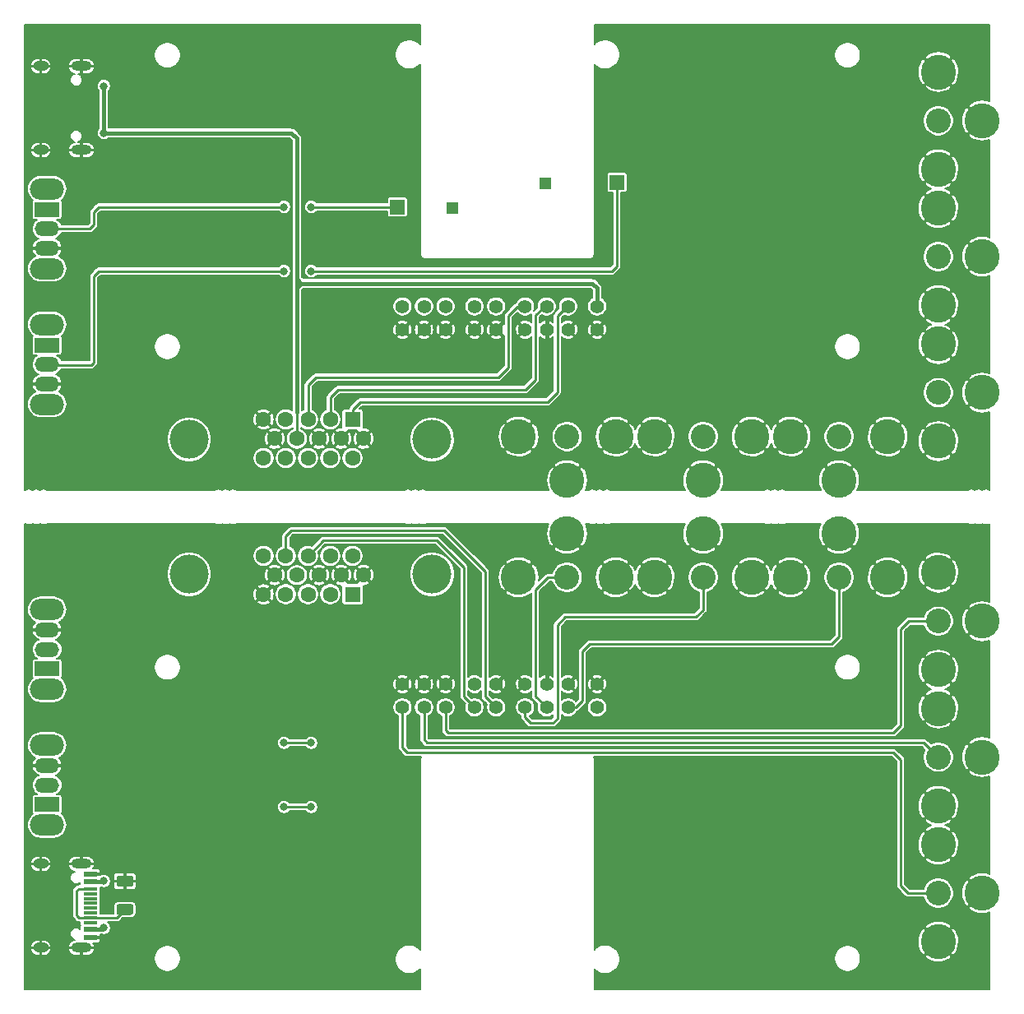
<source format=gbr>
%TF.GenerationSoftware,KiCad,Pcbnew,(5.1.10)-1*%
%TF.CreationDate,2021-12-13T12:24:24+01:00*%
%TF.ProjectId,Analog2HDMI_panel,416e616c-6f67-4324-9844-4d495f70616e,rev?*%
%TF.SameCoordinates,Original*%
%TF.FileFunction,Copper,L2,Bot*%
%TF.FilePolarity,Positive*%
%FSLAX46Y46*%
G04 Gerber Fmt 4.6, Leading zero omitted, Abs format (unit mm)*
G04 Created by KiCad (PCBNEW (5.1.10)-1) date 2021-12-13 12:24:24*
%MOMM*%
%LPD*%
G01*
G04 APERTURE LIST*
%TA.AperFunction,ComponentPad*%
%ADD10R,1.600000X1.600000*%
%TD*%
%TA.AperFunction,ComponentPad*%
%ADD11C,1.600000*%
%TD*%
%TA.AperFunction,ComponentPad*%
%ADD12C,4.000000*%
%TD*%
%TA.AperFunction,ComponentPad*%
%ADD13C,3.616000*%
%TD*%
%TA.AperFunction,ComponentPad*%
%ADD14C,2.550000*%
%TD*%
%TA.AperFunction,ComponentPad*%
%ADD15C,1.400000*%
%TD*%
%TA.AperFunction,ComponentPad*%
%ADD16O,1.600000X1.000000*%
%TD*%
%TA.AperFunction,ComponentPad*%
%ADD17O,2.100000X1.000000*%
%TD*%
%TA.AperFunction,SMDPad,CuDef*%
%ADD18R,1.450000X0.300000*%
%TD*%
%TA.AperFunction,SMDPad,CuDef*%
%ADD19R,1.450000X0.600000*%
%TD*%
%TA.AperFunction,ComponentPad*%
%ADD20R,2.500000X1.500000*%
%TD*%
%TA.AperFunction,ComponentPad*%
%ADD21O,2.500000X1.500000*%
%TD*%
%TA.AperFunction,ComponentPad*%
%ADD22O,3.500000X2.200000*%
%TD*%
%TA.AperFunction,SMDPad,CuDef*%
%ADD23R,1.300000X1.300000*%
%TD*%
%TA.AperFunction,SMDPad,CuDef*%
%ADD24R,1.500000X1.500000*%
%TD*%
%TA.AperFunction,ViaPad*%
%ADD25C,0.800000*%
%TD*%
%TA.AperFunction,Conductor*%
%ADD26C,0.400000*%
%TD*%
%TA.AperFunction,Conductor*%
%ADD27C,0.250000*%
%TD*%
%TA.AperFunction,Conductor*%
%ADD28C,0.127000*%
%TD*%
%TA.AperFunction,Conductor*%
%ADD29C,0.100000*%
%TD*%
G04 APERTURE END LIST*
D10*
%TO.P,J2,1*%
%TO.N,/R|Pr*%
X134060000Y-110500000D03*
D11*
%TO.P,J2,2*%
%TO.N,/G|Y*%
X131770000Y-110500000D03*
%TO.P,J2,3*%
%TO.N,/B|Pb*%
X129480000Y-110500000D03*
%TO.P,J2,4*%
%TO.N,N/C*%
X127190000Y-110500000D03*
%TO.P,J2,5*%
%TO.N,GND*%
X124900000Y-110500000D03*
%TO.P,J2,6*%
X135205000Y-108520000D03*
%TO.P,J2,7*%
X132915000Y-108520000D03*
%TO.P,J2,8*%
X130625000Y-108520000D03*
%TO.P,J2,9*%
%TO.N,+5V*%
X128335000Y-108520000D03*
%TO.P,J2,10*%
%TO.N,GND*%
X126045000Y-108520000D03*
%TO.P,J2,11*%
%TO.N,N/C*%
X134060000Y-106540000D03*
%TO.P,J2,12*%
X131770000Y-106540000D03*
%TO.P,J2,13*%
%TO.N,/HS*%
X129480000Y-106540000D03*
%TO.P,J2,14*%
%TO.N,/VS*%
X127190000Y-106540000D03*
%TO.P,J2,15*%
%TO.N,N/C*%
X124900000Y-106540000D03*
D12*
%TO.P,J2,0*%
%TO.N,Net-(J2-Pad0)*%
X117245000Y-108450000D03*
X142245000Y-108450000D03*
%TD*%
%TO.P,R1,1*%
%TO.N,GND*%
%TA.AperFunction,SMDPad,CuDef*%
G36*
G01*
X110004998Y-139462500D02*
X111255002Y-139462500D01*
G75*
G02*
X111505000Y-139712498I0J-249998D01*
G01*
X111505000Y-140337502D01*
G75*
G02*
X111255002Y-140587500I-249998J0D01*
G01*
X110004998Y-140587500D01*
G75*
G02*
X109755000Y-140337502I0J249998D01*
G01*
X109755000Y-139712498D01*
G75*
G02*
X110004998Y-139462500I249998J0D01*
G01*
G37*
%TD.AperFunction*%
%TO.P,R1,2*%
%TO.N,Net-(J1-PadA5)*%
%TA.AperFunction,SMDPad,CuDef*%
G36*
G01*
X110004998Y-142387500D02*
X111255002Y-142387500D01*
G75*
G02*
X111505000Y-142637498I0J-249998D01*
G01*
X111505000Y-143262502D01*
G75*
G02*
X111255002Y-143512500I-249998J0D01*
G01*
X110004998Y-143512500D01*
G75*
G02*
X109755000Y-143262502I0J249998D01*
G01*
X109755000Y-142637498D01*
G75*
G02*
X110004998Y-142387500I249998J0D01*
G01*
G37*
%TD.AperFunction*%
%TD*%
D13*
%TO.P,J3,2*%
%TO.N,GND*%
X156145000Y-104250000D03*
X151145000Y-108750000D03*
X161145000Y-108750000D03*
D14*
%TO.P,J3,1*%
%TO.N,/G|Y*%
X156145000Y-108750000D03*
%TD*%
%TO.P,J4,1*%
%TO.N,/B|Pb*%
X170145000Y-108750000D03*
D13*
%TO.P,J4,2*%
%TO.N,GND*%
X175145000Y-108750000D03*
X165145000Y-108750000D03*
X170145000Y-104250000D03*
%TD*%
%TO.P,J5,2*%
%TO.N,GND*%
X184145000Y-104250000D03*
X179145000Y-108750000D03*
X189145000Y-108750000D03*
D14*
%TO.P,J5,1*%
%TO.N,/R|Pr*%
X184145000Y-108750000D03*
%TD*%
D15*
%TO.P,U1,1*%
%TO.N,/SPDIF*%
X139195000Y-122135000D03*
%TO.P,U1,2*%
%TO.N,/AUDIO_R*%
X141415000Y-122135000D03*
%TO.P,U1,3*%
%TO.N,/AUDIO_L*%
X143635000Y-122135000D03*
%TO.P,U1,4*%
%TO.N,/HS*%
X146615000Y-122135000D03*
%TO.P,U1,5*%
%TO.N,/VS*%
X148835000Y-122135000D03*
%TO.P,U1,6*%
%TO.N,/B|Pb*%
X151815000Y-122135000D03*
%TO.P,U1,7*%
%TO.N,/G|Y*%
X154035000Y-122135000D03*
%TO.P,U1,8*%
%TO.N,/R|Pr*%
X156255000Y-122135000D03*
%TO.P,U1,9*%
%TO.N,+5V*%
X159235000Y-122135000D03*
%TO.P,U1,10*%
%TO.N,GND*%
X156255000Y-119745000D03*
X159235000Y-119745000D03*
X154035000Y-119745000D03*
X151815000Y-119745000D03*
X148835000Y-119745000D03*
X146615000Y-119745000D03*
X141415000Y-119745000D03*
X139195000Y-119745000D03*
X143635000Y-119745000D03*
%TD*%
D13*
%TO.P,J6,2*%
%TO.N,GND*%
X198855000Y-127265000D03*
X194355000Y-122265000D03*
X194355000Y-132265000D03*
D14*
%TO.P,J6,1*%
%TO.N,/AUDIO_R*%
X194355000Y-127265000D03*
%TD*%
D13*
%TO.P,J7,2*%
%TO.N,GND*%
X198855000Y-113265000D03*
X194355000Y-108265000D03*
X194355000Y-118265000D03*
D14*
%TO.P,J7,1*%
%TO.N,/AUDIO_L*%
X194355000Y-113265000D03*
%TD*%
%TO.P,J8,1*%
%TO.N,/SPDIF*%
X194355000Y-141265000D03*
D13*
%TO.P,J8,2*%
%TO.N,GND*%
X194355000Y-146265000D03*
X194355000Y-136265000D03*
X198855000Y-141265000D03*
%TD*%
D16*
%TO.P,J1,S1*%
%TO.N,GND*%
X101960000Y-138245000D03*
X101960000Y-146885000D03*
D17*
X106140000Y-146885000D03*
X106140000Y-138245000D03*
D18*
%TO.P,J1,A6*%
%TO.N,N/C*%
X107055000Y-142815000D03*
%TO.P,J1,B5*%
%TO.N,Net-(J1-PadA5)*%
X107055000Y-140815000D03*
%TO.P,J1,A8*%
%TO.N,N/C*%
X107055000Y-141315000D03*
%TO.P,J1,B6*%
X107055000Y-141815000D03*
%TO.P,J1,A7*%
X107055000Y-142315000D03*
%TO.P,J1,B7*%
X107055000Y-143315000D03*
%TO.P,J1,A5*%
%TO.N,Net-(J1-PadA5)*%
X107055000Y-143815000D03*
%TO.P,J1,B8*%
%TO.N,N/C*%
X107055000Y-144315000D03*
D19*
%TO.P,J1,A12*%
%TO.N,GND*%
X107055000Y-139315000D03*
%TO.P,J1,B4*%
%TO.N,+5V*%
X107055000Y-140115000D03*
%TO.P,J1,A4*%
X107055000Y-145015000D03*
%TO.P,J1,A1*%
%TO.N,GND*%
X107055000Y-145815000D03*
%TO.P,J1,B12*%
X107055000Y-145815000D03*
%TO.P,J1,B9*%
%TO.N,+5V*%
X107055000Y-145015000D03*
%TO.P,J1,A9*%
X107055000Y-140115000D03*
%TO.P,J1,B1*%
%TO.N,GND*%
X107055000Y-139315000D03*
%TD*%
D20*
%TO.P,SW1,1*%
%TO.N,N/C*%
X102616000Y-132134000D03*
D21*
%TO.P,SW1,2*%
%TO.N,/~RGBHV*%
X102616000Y-130134000D03*
%TO.P,SW1,3*%
%TO.N,GND*%
X102616000Y-128134000D03*
D22*
%TO.P,SW1,*%
%TO.N,*%
X102616000Y-134234000D03*
X102616000Y-126034000D03*
%TD*%
D20*
%TO.P,SW2,1*%
%TO.N,N/C*%
X102616000Y-118164000D03*
D21*
%TO.P,SW2,2*%
%TO.N,/~ANALOG*%
X102616000Y-116164000D03*
%TO.P,SW2,3*%
%TO.N,GND*%
X102616000Y-114164000D03*
D22*
%TO.P,SW2,*%
%TO.N,*%
X102616000Y-120264000D03*
X102616000Y-112064000D03*
%TD*%
D23*
%TO.P,U1,12*%
%TO.N,/~RGBHV*%
X144350000Y-70750000D03*
%TO.P,U1,11*%
%TO.N,/~ANALOG*%
X153925000Y-68205000D03*
D15*
%TO.P,U1,10*%
%TO.N,GND*%
X143635000Y-83255000D03*
X139195000Y-83255000D03*
X141415000Y-83255000D03*
X146615000Y-83255000D03*
X148835000Y-83255000D03*
X151815000Y-83255000D03*
X154035000Y-83255000D03*
X159235000Y-83255000D03*
X156255000Y-83255000D03*
%TO.P,U1,9*%
%TO.N,+5V*%
X159235000Y-80865000D03*
%TO.P,U1,8*%
%TO.N,/R|Pr*%
X156255000Y-80865000D03*
%TO.P,U1,7*%
%TO.N,/G|Y*%
X154035000Y-80865000D03*
%TO.P,U1,6*%
%TO.N,/B|Pb*%
X151815000Y-80865000D03*
%TO.P,U1,5*%
%TO.N,/VS*%
X148835000Y-80865000D03*
%TO.P,U1,4*%
%TO.N,/HS*%
X146615000Y-80865000D03*
%TO.P,U1,3*%
%TO.N,/AUDIO_L*%
X143635000Y-80865000D03*
%TO.P,U1,2*%
%TO.N,/AUDIO_R*%
X141415000Y-80865000D03*
%TO.P,U1,1*%
%TO.N,/SPDIF*%
X139195000Y-80865000D03*
%TD*%
D24*
%TO.P,J10,1*%
%TO.N,/~ANALOG*%
X161290000Y-68072000D03*
%TD*%
%TO.P,J9,1*%
%TO.N,/~RGBHV*%
X138684000Y-70612000D03*
%TD*%
D22*
%TO.P,SW2,*%
%TO.N,*%
X102616000Y-90936000D03*
X102616000Y-82736000D03*
D21*
%TO.P,SW2,3*%
%TO.N,GND*%
X102616000Y-88836000D03*
%TO.P,SW2,2*%
%TO.N,/~ANALOG*%
X102616000Y-86836000D03*
D20*
%TO.P,SW2,1*%
%TO.N,N/C*%
X102616000Y-84836000D03*
%TD*%
D22*
%TO.P,SW1,*%
%TO.N,*%
X102616000Y-76966000D03*
X102616000Y-68766000D03*
D21*
%TO.P,SW1,3*%
%TO.N,GND*%
X102616000Y-74866000D03*
%TO.P,SW1,2*%
%TO.N,/~RGBHV*%
X102616000Y-72866000D03*
D20*
%TO.P,SW1,1*%
%TO.N,N/C*%
X102616000Y-70866000D03*
%TD*%
D17*
%TO.P,J1,S1*%
%TO.N,GND*%
X106140000Y-64755000D03*
X106140000Y-56115000D03*
D16*
X101960000Y-56115000D03*
X101960000Y-64755000D03*
%TD*%
D13*
%TO.P,J8,2*%
%TO.N,GND*%
X198855000Y-61735000D03*
X194355000Y-66735000D03*
X194355000Y-56735000D03*
D14*
%TO.P,J8,1*%
%TO.N,/SPDIF*%
X194355000Y-61735000D03*
%TD*%
%TO.P,J7,1*%
%TO.N,/AUDIO_L*%
X194355000Y-89735000D03*
D13*
%TO.P,J7,2*%
%TO.N,GND*%
X194355000Y-84735000D03*
X194355000Y-94735000D03*
X198855000Y-89735000D03*
%TD*%
D14*
%TO.P,J6,1*%
%TO.N,/AUDIO_R*%
X194355000Y-75735000D03*
D13*
%TO.P,J6,2*%
%TO.N,GND*%
X194355000Y-70735000D03*
X194355000Y-80735000D03*
X198855000Y-75735000D03*
%TD*%
D14*
%TO.P,J5,1*%
%TO.N,/R|Pr*%
X184145000Y-94250000D03*
D13*
%TO.P,J5,2*%
%TO.N,GND*%
X189145000Y-94250000D03*
X179145000Y-94250000D03*
X184145000Y-98750000D03*
%TD*%
%TO.P,J4,2*%
%TO.N,GND*%
X170145000Y-98750000D03*
X165145000Y-94250000D03*
X175145000Y-94250000D03*
D14*
%TO.P,J4,1*%
%TO.N,/B|Pb*%
X170145000Y-94250000D03*
%TD*%
%TO.P,J3,1*%
%TO.N,/G|Y*%
X156145000Y-94250000D03*
D13*
%TO.P,J3,2*%
%TO.N,GND*%
X161145000Y-94250000D03*
X151145000Y-94250000D03*
X156145000Y-98750000D03*
%TD*%
D12*
%TO.P,J2,0*%
%TO.N,Net-(J2-Pad0)*%
X142245000Y-94550000D03*
X117245000Y-94550000D03*
D11*
%TO.P,J2,15*%
%TO.N,N/C*%
X124900000Y-96460000D03*
%TO.P,J2,14*%
%TO.N,/VS*%
X127190000Y-96460000D03*
%TO.P,J2,13*%
%TO.N,/HS*%
X129480000Y-96460000D03*
%TO.P,J2,12*%
%TO.N,N/C*%
X131770000Y-96460000D03*
%TO.P,J2,11*%
X134060000Y-96460000D03*
%TO.P,J2,10*%
%TO.N,GND*%
X126045000Y-94480000D03*
%TO.P,J2,9*%
%TO.N,+5V*%
X128335000Y-94480000D03*
%TO.P,J2,8*%
%TO.N,GND*%
X130625000Y-94480000D03*
%TO.P,J2,7*%
X132915000Y-94480000D03*
%TO.P,J2,6*%
X135205000Y-94480000D03*
%TO.P,J2,5*%
X124900000Y-92500000D03*
%TO.P,J2,4*%
%TO.N,N/C*%
X127190000Y-92500000D03*
%TO.P,J2,3*%
%TO.N,/B|Pb*%
X129480000Y-92500000D03*
%TO.P,J2,2*%
%TO.N,/G|Y*%
X131770000Y-92500000D03*
D10*
%TO.P,J2,1*%
%TO.N,/R|Pr*%
X134060000Y-92500000D03*
%TD*%
D25*
%TO.N,+5V*%
X108458000Y-62992000D03*
X108458000Y-58166000D03*
X108458000Y-140008000D03*
X108458000Y-144834000D03*
%TO.N,/~RGBHV*%
X129794000Y-70612000D03*
X127000000Y-70612000D03*
X129794000Y-132388000D03*
X127000000Y-132388000D03*
%TO.N,/~ANALOG*%
X127000000Y-77216000D03*
X129794000Y-77216000D03*
X129794000Y-125784000D03*
X127000000Y-125784000D03*
%TD*%
D26*
%TO.N,GND*%
X154035000Y-83255000D02*
X154035000Y-82185000D01*
X154035000Y-83255000D02*
X154035000Y-84725000D01*
X154035000Y-119745000D02*
X154035000Y-118021000D01*
%TO.N,+5V*%
X108458000Y-62992000D02*
X108458000Y-58166000D01*
D27*
X128335000Y-94480000D02*
X128335000Y-91694000D01*
D26*
X128335000Y-89616524D02*
X128335000Y-91694000D01*
X128335000Y-79183000D02*
X128335000Y-89616524D01*
X158750000Y-78486000D02*
X129032000Y-78486000D01*
X159235000Y-78971000D02*
X158750000Y-78486000D01*
X159235000Y-80865000D02*
X159235000Y-78971000D01*
X127762000Y-62992000D02*
X108458000Y-62992000D01*
X128335000Y-63565000D02*
X127762000Y-62992000D01*
X128335000Y-77789000D02*
X128335000Y-63565000D01*
X128335000Y-79183000D02*
X128335000Y-77789000D01*
X128335000Y-78043000D02*
X128335000Y-77789000D01*
X128778000Y-78486000D02*
X128335000Y-78043000D01*
X129032000Y-78486000D02*
X128778000Y-78486000D01*
X128335000Y-78929000D02*
X128335000Y-79183000D01*
X128778000Y-78486000D02*
X128335000Y-78929000D01*
X108351000Y-140115000D02*
X108458000Y-140008000D01*
X108277000Y-145015000D02*
X107055000Y-145015000D01*
X108458000Y-144834000D02*
X108277000Y-145015000D01*
X107055000Y-140115000D02*
X108351000Y-140115000D01*
D27*
%TO.N,Net-(J1-PadA5)*%
X107055000Y-140815000D02*
X105873000Y-140815000D01*
X105664000Y-143564000D02*
X105915000Y-143815000D01*
X105664000Y-141024000D02*
X105664000Y-143564000D01*
X105873000Y-140815000D02*
X105664000Y-141024000D01*
X105915000Y-143815000D02*
X107055000Y-143815000D01*
X109765000Y-143815000D02*
X110630000Y-142950000D01*
X107055000Y-143815000D02*
X109765000Y-143815000D01*
%TO.N,/VS*%
X147701000Y-108131000D02*
X143510000Y-103940000D01*
X143510000Y-103940000D02*
X127762000Y-103940000D01*
X148835000Y-122135000D02*
X147701000Y-121001000D01*
X127190000Y-104512000D02*
X127190000Y-106540000D01*
X147701000Y-121001000D02*
X147701000Y-108131000D01*
X127762000Y-103940000D02*
X127190000Y-104512000D01*
%TO.N,/HS*%
X145542000Y-107750000D02*
X142748000Y-104956000D01*
X142748000Y-104956000D02*
X131064000Y-104956000D01*
X131064000Y-104956000D02*
X129480000Y-106540000D01*
X145542000Y-121062000D02*
X145542000Y-107750000D01*
X146615000Y-122135000D02*
X145542000Y-121062000D01*
%TO.N,/B|Pb*%
X129480000Y-88960000D02*
X129480000Y-92500000D01*
X149098000Y-88138000D02*
X130302000Y-88138000D01*
X150114000Y-87122000D02*
X149098000Y-88138000D01*
X130302000Y-88138000D02*
X129480000Y-88960000D01*
X150114000Y-81788000D02*
X150114000Y-87122000D01*
X151037000Y-80865000D02*
X150114000Y-81788000D01*
X151815000Y-80865000D02*
X151037000Y-80865000D01*
X155130500Y-113655500D02*
X155956000Y-112830000D01*
X152400000Y-123752000D02*
X154693750Y-123752000D01*
X169418000Y-112830000D02*
X170145000Y-112103000D01*
X155956000Y-112830000D02*
X169418000Y-112830000D01*
X151815000Y-123167000D02*
X152400000Y-123752000D01*
X170145000Y-112103000D02*
X170145000Y-108750000D01*
X151815000Y-122135000D02*
X151815000Y-123167000D01*
X155130500Y-123315250D02*
X155130500Y-113655500D01*
X154693750Y-123752000D02*
X155130500Y-123315250D01*
%TO.N,/G|Y*%
X132588000Y-89408000D02*
X131770000Y-90226000D01*
X131770000Y-90226000D02*
X131770000Y-92500000D01*
X151892000Y-89408000D02*
X132588000Y-89408000D01*
X152908000Y-88392000D02*
X151892000Y-89408000D01*
X152908000Y-81763000D02*
X152908000Y-88392000D01*
X153806000Y-80865000D02*
X152908000Y-81763000D01*
X154035000Y-80865000D02*
X153806000Y-80865000D01*
X152908000Y-121008000D02*
X152908000Y-110036000D01*
X154035000Y-122135000D02*
X152908000Y-121008000D01*
X154194000Y-108750000D02*
X156145000Y-108750000D01*
X152908000Y-110036000D02*
X154194000Y-108750000D01*
%TO.N,/R|Pr*%
X134060000Y-91492000D02*
X134060000Y-92500000D01*
X134874000Y-90678000D02*
X134060000Y-91492000D01*
X154178000Y-90678000D02*
X134874000Y-90678000D01*
X155130500Y-89725500D02*
X154178000Y-90678000D01*
X155130500Y-81851500D02*
X155130500Y-89725500D01*
X156117000Y-80865000D02*
X155130500Y-81851500D01*
X156255000Y-80865000D02*
X156117000Y-80865000D01*
X158496000Y-115624000D02*
X183388000Y-115624000D01*
X157065000Y-122135000D02*
X157734000Y-121466000D01*
X156255000Y-122135000D02*
X157065000Y-122135000D01*
X183388000Y-115624000D02*
X184145000Y-114867000D01*
X184145000Y-114867000D02*
X184145000Y-108750000D01*
X157734000Y-121466000D02*
X157734000Y-116386000D01*
X157734000Y-116386000D02*
X158496000Y-115624000D01*
%TO.N,/AUDIO_R*%
X141415000Y-125467000D02*
X141415000Y-122135000D01*
X141732000Y-125784000D02*
X141415000Y-125467000D01*
X194355000Y-127265000D02*
X192874000Y-125784000D01*
X192874000Y-125784000D02*
X141732000Y-125784000D01*
%TO.N,/AUDIO_L*%
X143635000Y-124514000D02*
X143889000Y-124768000D01*
X143635000Y-122135000D02*
X143635000Y-124514000D01*
X143889000Y-124768000D02*
X189738000Y-124768000D01*
X190500000Y-114100000D02*
X191335000Y-113265000D01*
X190500000Y-124006000D02*
X190500000Y-114100000D01*
X189738000Y-124768000D02*
X190500000Y-124006000D01*
X191335000Y-113265000D02*
X194355000Y-113265000D01*
%TO.N,/SPDIF*%
X139195000Y-126295000D02*
X139195000Y-122135000D01*
X139700000Y-126800000D02*
X139195000Y-126295000D01*
X194355000Y-141265000D02*
X191249000Y-141265000D01*
X191249000Y-141265000D02*
X190500000Y-140516000D01*
X189738000Y-126800000D02*
X139700000Y-126800000D01*
X190500000Y-140516000D02*
X190500000Y-127562000D01*
X190500000Y-127562000D02*
X189738000Y-126800000D01*
%TO.N,/~RGBHV*%
X138684000Y-70612000D02*
X129794000Y-70612000D01*
X107442000Y-71120000D02*
X107950000Y-70612000D01*
X107950000Y-70612000D02*
X127000000Y-70612000D01*
X107442000Y-72422000D02*
X107442000Y-71120000D01*
X106998000Y-72866000D02*
X107442000Y-72422000D01*
X102616000Y-72866000D02*
X106998000Y-72866000D01*
X129794000Y-132388000D02*
X127000000Y-132388000D01*
%TO.N,/~ANALOG*%
X107950000Y-77216000D02*
X127000000Y-77216000D01*
X107442000Y-77724000D02*
X107950000Y-77216000D01*
X107442000Y-86614000D02*
X107442000Y-77724000D01*
X107188000Y-86868000D02*
X107442000Y-86614000D01*
X102648000Y-86868000D02*
X107188000Y-86868000D01*
X102616000Y-86836000D02*
X102648000Y-86868000D01*
X160782000Y-77216000D02*
X129794000Y-77216000D01*
X161290000Y-76708000D02*
X160782000Y-77216000D01*
X161290000Y-68072000D02*
X161290000Y-76708000D01*
X127000000Y-125784000D02*
X129794000Y-125784000D01*
%TD*%
D28*
%TO.N,GND*%
X141057500Y-53911430D02*
X140892350Y-53746280D01*
X140643806Y-53580209D01*
X140367639Y-53465816D01*
X140074461Y-53407500D01*
X139775539Y-53407500D01*
X139482361Y-53465816D01*
X139206194Y-53580209D01*
X138957650Y-53746280D01*
X138746280Y-53957650D01*
X138580209Y-54206194D01*
X138465816Y-54482361D01*
X138407500Y-54775539D01*
X138407500Y-55074461D01*
X138465816Y-55367639D01*
X138580209Y-55643806D01*
X138746280Y-55892350D01*
X138957650Y-56103720D01*
X139206194Y-56269791D01*
X139482361Y-56384184D01*
X139775539Y-56442500D01*
X140074461Y-56442500D01*
X140367639Y-56384184D01*
X140643806Y-56269791D01*
X140892350Y-56103720D01*
X141057500Y-55938570D01*
X141057501Y-75583166D01*
X141055843Y-75600000D01*
X141062456Y-75667142D01*
X141082040Y-75731703D01*
X141113844Y-75791203D01*
X141156644Y-75843356D01*
X141208797Y-75886156D01*
X141268297Y-75917960D01*
X141332858Y-75937544D01*
X141383176Y-75942500D01*
X141383177Y-75942500D01*
X141400000Y-75944157D01*
X141416824Y-75942500D01*
X158583176Y-75942500D01*
X158600000Y-75944157D01*
X158616823Y-75942500D01*
X158616824Y-75942500D01*
X158667142Y-75937544D01*
X158731703Y-75917960D01*
X158791203Y-75886156D01*
X158843356Y-75843356D01*
X158886156Y-75791203D01*
X158917960Y-75731703D01*
X158937544Y-75667142D01*
X158944157Y-75600000D01*
X158942500Y-75583176D01*
X158942500Y-66714638D01*
X192219313Y-66714638D01*
X192256376Y-67131681D01*
X192374090Y-67533481D01*
X192567928Y-67904595D01*
X192590554Y-67938455D01*
X192856692Y-68143506D01*
X194265197Y-66735000D01*
X194444803Y-66735000D01*
X195853308Y-68143506D01*
X196119446Y-67938455D01*
X196320326Y-67571104D01*
X196445679Y-67171623D01*
X196490687Y-66755362D01*
X196453624Y-66338319D01*
X196335910Y-65936519D01*
X196142072Y-65565405D01*
X196119446Y-65531545D01*
X195853308Y-65326494D01*
X194444803Y-66735000D01*
X194265197Y-66735000D01*
X192856692Y-65326494D01*
X192590554Y-65531545D01*
X192389674Y-65898896D01*
X192264321Y-66298377D01*
X192219313Y-66714638D01*
X158942500Y-66714638D01*
X158942500Y-65236692D01*
X192946494Y-65236692D01*
X194355000Y-66645197D01*
X195763506Y-65236692D01*
X195558455Y-64970554D01*
X195191104Y-64769674D01*
X194791623Y-64644321D01*
X194375362Y-64599313D01*
X193958319Y-64636376D01*
X193556519Y-64754090D01*
X193185405Y-64947928D01*
X193151545Y-64970554D01*
X192946494Y-65236692D01*
X158942500Y-65236692D01*
X158942500Y-61578152D01*
X192762500Y-61578152D01*
X192762500Y-61891848D01*
X192823699Y-62199515D01*
X192943745Y-62489331D01*
X193118025Y-62750159D01*
X193339841Y-62971975D01*
X193600669Y-63146255D01*
X193890485Y-63266301D01*
X194198152Y-63327500D01*
X194511848Y-63327500D01*
X194819515Y-63266301D01*
X195109331Y-63146255D01*
X195370159Y-62971975D01*
X195591975Y-62750159D01*
X195766255Y-62489331D01*
X195886301Y-62199515D01*
X195947500Y-61891848D01*
X195947500Y-61714638D01*
X196719313Y-61714638D01*
X196756376Y-62131681D01*
X196874090Y-62533481D01*
X197067928Y-62904595D01*
X197090554Y-62938455D01*
X197356692Y-63143506D01*
X198765197Y-61735000D01*
X197356692Y-60326494D01*
X197090554Y-60531545D01*
X196889674Y-60898896D01*
X196764321Y-61298377D01*
X196719313Y-61714638D01*
X195947500Y-61714638D01*
X195947500Y-61578152D01*
X195886301Y-61270485D01*
X195766255Y-60980669D01*
X195591975Y-60719841D01*
X195370159Y-60498025D01*
X195109331Y-60323745D01*
X194819515Y-60203699D01*
X194511848Y-60142500D01*
X194198152Y-60142500D01*
X193890485Y-60203699D01*
X193600669Y-60323745D01*
X193339841Y-60498025D01*
X193118025Y-60719841D01*
X192943745Y-60980669D01*
X192823699Y-61270485D01*
X192762500Y-61578152D01*
X158942500Y-61578152D01*
X158942500Y-58233308D01*
X192946494Y-58233308D01*
X193151545Y-58499446D01*
X193518896Y-58700326D01*
X193918377Y-58825679D01*
X194334638Y-58870687D01*
X194751681Y-58833624D01*
X195153481Y-58715910D01*
X195524595Y-58522072D01*
X195558455Y-58499446D01*
X195763506Y-58233308D01*
X194355000Y-56824803D01*
X192946494Y-58233308D01*
X158942500Y-58233308D01*
X158942500Y-56714638D01*
X192219313Y-56714638D01*
X192256376Y-57131681D01*
X192374090Y-57533481D01*
X192567928Y-57904595D01*
X192590554Y-57938455D01*
X192856692Y-58143506D01*
X194265197Y-56735000D01*
X194444803Y-56735000D01*
X195853308Y-58143506D01*
X196119446Y-57938455D01*
X196320326Y-57571104D01*
X196445679Y-57171623D01*
X196490687Y-56755362D01*
X196453624Y-56338319D01*
X196335910Y-55936519D01*
X196142072Y-55565405D01*
X196119446Y-55531545D01*
X195853308Y-55326494D01*
X194444803Y-56735000D01*
X194265197Y-56735000D01*
X192856692Y-55326494D01*
X192590554Y-55531545D01*
X192389674Y-55898896D01*
X192264321Y-56298377D01*
X192219313Y-56714638D01*
X158942500Y-56714638D01*
X158942500Y-55938570D01*
X159107650Y-56103720D01*
X159356194Y-56269791D01*
X159632361Y-56384184D01*
X159925539Y-56442500D01*
X160224461Y-56442500D01*
X160517639Y-56384184D01*
X160793806Y-56269791D01*
X161042350Y-56103720D01*
X161253720Y-55892350D01*
X161419791Y-55643806D01*
X161534184Y-55367639D01*
X161592500Y-55074461D01*
X161592500Y-54865313D01*
X183632500Y-54865313D01*
X183632500Y-55134687D01*
X183685052Y-55398885D01*
X183788137Y-55647754D01*
X183937793Y-55871731D01*
X184128269Y-56062207D01*
X184352246Y-56211863D01*
X184601115Y-56314948D01*
X184865313Y-56367500D01*
X185134687Y-56367500D01*
X185398885Y-56314948D01*
X185647754Y-56211863D01*
X185871731Y-56062207D01*
X186062207Y-55871731D01*
X186211863Y-55647754D01*
X186314948Y-55398885D01*
X186347210Y-55236692D01*
X192946494Y-55236692D01*
X194355000Y-56645197D01*
X195763506Y-55236692D01*
X195558455Y-54970554D01*
X195191104Y-54769674D01*
X194791623Y-54644321D01*
X194375362Y-54599313D01*
X193958319Y-54636376D01*
X193556519Y-54754090D01*
X193185405Y-54947928D01*
X193151545Y-54970554D01*
X192946494Y-55236692D01*
X186347210Y-55236692D01*
X186367500Y-55134687D01*
X186367500Y-54865313D01*
X186314948Y-54601115D01*
X186211863Y-54352246D01*
X186062207Y-54128269D01*
X185871731Y-53937793D01*
X185647754Y-53788137D01*
X185398885Y-53685052D01*
X185134687Y-53632500D01*
X184865313Y-53632500D01*
X184601115Y-53685052D01*
X184352246Y-53788137D01*
X184128269Y-53937793D01*
X183937793Y-54128269D01*
X183788137Y-54352246D01*
X183685052Y-54601115D01*
X183632500Y-54865313D01*
X161592500Y-54865313D01*
X161592500Y-54775539D01*
X161534184Y-54482361D01*
X161419791Y-54206194D01*
X161253720Y-53957650D01*
X161042350Y-53746280D01*
X160793806Y-53580209D01*
X160517639Y-53465816D01*
X160224461Y-53407500D01*
X159925539Y-53407500D01*
X159632361Y-53465816D01*
X159356194Y-53580209D01*
X159107650Y-53746280D01*
X158942500Y-53911430D01*
X158942500Y-51842500D01*
X199657501Y-51842500D01*
X199657501Y-59759130D01*
X199291623Y-59644321D01*
X198875362Y-59599313D01*
X198458319Y-59636376D01*
X198056519Y-59754090D01*
X197685405Y-59947928D01*
X197651545Y-59970554D01*
X197446494Y-60236692D01*
X198855000Y-61645197D01*
X198869142Y-61631055D01*
X198958945Y-61720858D01*
X198944803Y-61735000D01*
X198958945Y-61749142D01*
X198869142Y-61838945D01*
X198855000Y-61824803D01*
X197446494Y-63233308D01*
X197651545Y-63499446D01*
X198018896Y-63700326D01*
X198418377Y-63825679D01*
X198834638Y-63870687D01*
X199251681Y-63833624D01*
X199653481Y-63715910D01*
X199657501Y-63713810D01*
X199657501Y-73759130D01*
X199291623Y-73644321D01*
X198875362Y-73599313D01*
X198458319Y-73636376D01*
X198056519Y-73754090D01*
X197685405Y-73947928D01*
X197651545Y-73970554D01*
X197446494Y-74236692D01*
X198855000Y-75645197D01*
X198869142Y-75631055D01*
X198958945Y-75720858D01*
X198944803Y-75735000D01*
X198958945Y-75749142D01*
X198869142Y-75838945D01*
X198855000Y-75824803D01*
X197446494Y-77233308D01*
X197651545Y-77499446D01*
X198018896Y-77700326D01*
X198418377Y-77825679D01*
X198834638Y-77870687D01*
X199251681Y-77833624D01*
X199653481Y-77715910D01*
X199657500Y-77713811D01*
X199657500Y-87759129D01*
X199291623Y-87644321D01*
X198875362Y-87599313D01*
X198458319Y-87636376D01*
X198056519Y-87754090D01*
X197685405Y-87947928D01*
X197651545Y-87970554D01*
X197446494Y-88236692D01*
X198855000Y-89645197D01*
X198869142Y-89631055D01*
X198958945Y-89720858D01*
X198944803Y-89735000D01*
X198958945Y-89749142D01*
X198869142Y-89838945D01*
X198855000Y-89824803D01*
X197446494Y-91233308D01*
X197651545Y-91499446D01*
X198018896Y-91700326D01*
X198418377Y-91825679D01*
X198834638Y-91870687D01*
X199251681Y-91833624D01*
X199653481Y-91715910D01*
X199657500Y-91713811D01*
X199657500Y-99758500D01*
X199610721Y-99758500D01*
X199518812Y-99697088D01*
X199415534Y-99654309D01*
X199305894Y-99632500D01*
X199194106Y-99632500D01*
X199084466Y-99654309D01*
X198981188Y-99697088D01*
X198889279Y-99758500D01*
X198860721Y-99758500D01*
X198768812Y-99697088D01*
X198665534Y-99654309D01*
X198555894Y-99632500D01*
X198444106Y-99632500D01*
X198334466Y-99654309D01*
X198231188Y-99697088D01*
X198139279Y-99758500D01*
X198110721Y-99758500D01*
X198018812Y-99697088D01*
X197915534Y-99654309D01*
X197805894Y-99632500D01*
X197694106Y-99632500D01*
X197584466Y-99654309D01*
X197481188Y-99697088D01*
X197389279Y-99758500D01*
X186016054Y-99758500D01*
X186110326Y-99586104D01*
X186235679Y-99186623D01*
X186280687Y-98770362D01*
X186243624Y-98353319D01*
X186125910Y-97951519D01*
X185932072Y-97580405D01*
X185909446Y-97546545D01*
X185643308Y-97341494D01*
X184234803Y-98750000D01*
X184248945Y-98764142D01*
X184159142Y-98853945D01*
X184145000Y-98839803D01*
X184130858Y-98853945D01*
X184041055Y-98764142D01*
X184055197Y-98750000D01*
X182646692Y-97341494D01*
X182380554Y-97546545D01*
X182179674Y-97913896D01*
X182054321Y-98313377D01*
X182009313Y-98729638D01*
X182046376Y-99146681D01*
X182164090Y-99548481D01*
X182273786Y-99758500D01*
X178610721Y-99758500D01*
X178518812Y-99697088D01*
X178415534Y-99654309D01*
X178305894Y-99632500D01*
X178194106Y-99632500D01*
X178084466Y-99654309D01*
X177981188Y-99697088D01*
X177889279Y-99758500D01*
X177860721Y-99758500D01*
X177768812Y-99697088D01*
X177665534Y-99654309D01*
X177555894Y-99632500D01*
X177444106Y-99632500D01*
X177334466Y-99654309D01*
X177231188Y-99697088D01*
X177139279Y-99758500D01*
X177110721Y-99758500D01*
X177018812Y-99697088D01*
X176915534Y-99654309D01*
X176805894Y-99632500D01*
X176694106Y-99632500D01*
X176584466Y-99654309D01*
X176481188Y-99697088D01*
X176389279Y-99758500D01*
X172016054Y-99758500D01*
X172110326Y-99586104D01*
X172235679Y-99186623D01*
X172280687Y-98770362D01*
X172243624Y-98353319D01*
X172125910Y-97951519D01*
X171932072Y-97580405D01*
X171909446Y-97546545D01*
X171643308Y-97341494D01*
X170234803Y-98750000D01*
X170248945Y-98764142D01*
X170159142Y-98853945D01*
X170145000Y-98839803D01*
X170130858Y-98853945D01*
X170041055Y-98764142D01*
X170055197Y-98750000D01*
X168646692Y-97341494D01*
X168380554Y-97546545D01*
X168179674Y-97913896D01*
X168054321Y-98313377D01*
X168009313Y-98729638D01*
X168046376Y-99146681D01*
X168164090Y-99548481D01*
X168273786Y-99758500D01*
X160610721Y-99758500D01*
X160518812Y-99697088D01*
X160415534Y-99654309D01*
X160305894Y-99632500D01*
X160194106Y-99632500D01*
X160084466Y-99654309D01*
X159981188Y-99697088D01*
X159889279Y-99758500D01*
X159860721Y-99758500D01*
X159768812Y-99697088D01*
X159665534Y-99654309D01*
X159555894Y-99632500D01*
X159444106Y-99632500D01*
X159334466Y-99654309D01*
X159231188Y-99697088D01*
X159139279Y-99758500D01*
X159110721Y-99758500D01*
X159018812Y-99697088D01*
X158915534Y-99654309D01*
X158805894Y-99632500D01*
X158694106Y-99632500D01*
X158584466Y-99654309D01*
X158481188Y-99697088D01*
X158389279Y-99758500D01*
X158016054Y-99758500D01*
X158110326Y-99586104D01*
X158235679Y-99186623D01*
X158280687Y-98770362D01*
X158243624Y-98353319D01*
X158125910Y-97951519D01*
X157932072Y-97580405D01*
X157909446Y-97546545D01*
X157643308Y-97341494D01*
X156234803Y-98750000D01*
X156248945Y-98764142D01*
X156159142Y-98853945D01*
X156145000Y-98839803D01*
X156130858Y-98853945D01*
X156041055Y-98764142D01*
X156055197Y-98750000D01*
X154646692Y-97341494D01*
X154380554Y-97546545D01*
X154179674Y-97913896D01*
X154054321Y-98313377D01*
X154009313Y-98729638D01*
X154046376Y-99146681D01*
X154164090Y-99548481D01*
X154273786Y-99758500D01*
X141610721Y-99758500D01*
X141518812Y-99697088D01*
X141415534Y-99654309D01*
X141305894Y-99632500D01*
X141194106Y-99632500D01*
X141084466Y-99654309D01*
X140981188Y-99697088D01*
X140889279Y-99758500D01*
X140860721Y-99758500D01*
X140768812Y-99697088D01*
X140665534Y-99654309D01*
X140555894Y-99632500D01*
X140444106Y-99632500D01*
X140334466Y-99654309D01*
X140231188Y-99697088D01*
X140139279Y-99758500D01*
X140110721Y-99758500D01*
X140018812Y-99697088D01*
X139915534Y-99654309D01*
X139805894Y-99632500D01*
X139694106Y-99632500D01*
X139584466Y-99654309D01*
X139481188Y-99697088D01*
X139389279Y-99758500D01*
X122110721Y-99758500D01*
X122018812Y-99697088D01*
X121915534Y-99654309D01*
X121805894Y-99632500D01*
X121694106Y-99632500D01*
X121584466Y-99654309D01*
X121481188Y-99697088D01*
X121389279Y-99758500D01*
X121360721Y-99758500D01*
X121268812Y-99697088D01*
X121165534Y-99654309D01*
X121055894Y-99632500D01*
X120944106Y-99632500D01*
X120834466Y-99654309D01*
X120731188Y-99697088D01*
X120639279Y-99758500D01*
X120610721Y-99758500D01*
X120518812Y-99697088D01*
X120415534Y-99654309D01*
X120305894Y-99632500D01*
X120194106Y-99632500D01*
X120084466Y-99654309D01*
X119981188Y-99697088D01*
X119889279Y-99758500D01*
X102610721Y-99758500D01*
X102518812Y-99697088D01*
X102415534Y-99654309D01*
X102305894Y-99632500D01*
X102194106Y-99632500D01*
X102084466Y-99654309D01*
X101981188Y-99697088D01*
X101889279Y-99758500D01*
X101860721Y-99758500D01*
X101768812Y-99697088D01*
X101665534Y-99654309D01*
X101555894Y-99632500D01*
X101444106Y-99632500D01*
X101334466Y-99654309D01*
X101231188Y-99697088D01*
X101139279Y-99758500D01*
X101110721Y-99758500D01*
X101018812Y-99697088D01*
X100915534Y-99654309D01*
X100805894Y-99632500D01*
X100694106Y-99632500D01*
X100584466Y-99654309D01*
X100481188Y-99697088D01*
X100389279Y-99758500D01*
X100342500Y-99758500D01*
X100342500Y-94321746D01*
X114927500Y-94321746D01*
X114927500Y-94778254D01*
X115016561Y-95225990D01*
X115191258Y-95647748D01*
X115444881Y-96027320D01*
X115767680Y-96350119D01*
X116147252Y-96603742D01*
X116569010Y-96778439D01*
X117016746Y-96867500D01*
X117473254Y-96867500D01*
X117920990Y-96778439D01*
X118342748Y-96603742D01*
X118722320Y-96350119D01*
X118722503Y-96349936D01*
X123782500Y-96349936D01*
X123782500Y-96570064D01*
X123825445Y-96785963D01*
X123909684Y-96989335D01*
X124031981Y-97172365D01*
X124187635Y-97328019D01*
X124370665Y-97450316D01*
X124574037Y-97534555D01*
X124789936Y-97577500D01*
X125010064Y-97577500D01*
X125225963Y-97534555D01*
X125429335Y-97450316D01*
X125612365Y-97328019D01*
X125768019Y-97172365D01*
X125890316Y-96989335D01*
X125974555Y-96785963D01*
X126017500Y-96570064D01*
X126017500Y-96349936D01*
X126072500Y-96349936D01*
X126072500Y-96570064D01*
X126115445Y-96785963D01*
X126199684Y-96989335D01*
X126321981Y-97172365D01*
X126477635Y-97328019D01*
X126660665Y-97450316D01*
X126864037Y-97534555D01*
X127079936Y-97577500D01*
X127300064Y-97577500D01*
X127515963Y-97534555D01*
X127719335Y-97450316D01*
X127902365Y-97328019D01*
X128058019Y-97172365D01*
X128180316Y-96989335D01*
X128264555Y-96785963D01*
X128307500Y-96570064D01*
X128307500Y-96349936D01*
X128362500Y-96349936D01*
X128362500Y-96570064D01*
X128405445Y-96785963D01*
X128489684Y-96989335D01*
X128611981Y-97172365D01*
X128767635Y-97328019D01*
X128950665Y-97450316D01*
X129154037Y-97534555D01*
X129369936Y-97577500D01*
X129590064Y-97577500D01*
X129805963Y-97534555D01*
X130009335Y-97450316D01*
X130192365Y-97328019D01*
X130348019Y-97172365D01*
X130470316Y-96989335D01*
X130554555Y-96785963D01*
X130597500Y-96570064D01*
X130597500Y-96349936D01*
X130652500Y-96349936D01*
X130652500Y-96570064D01*
X130695445Y-96785963D01*
X130779684Y-96989335D01*
X130901981Y-97172365D01*
X131057635Y-97328019D01*
X131240665Y-97450316D01*
X131444037Y-97534555D01*
X131659936Y-97577500D01*
X131880064Y-97577500D01*
X132095963Y-97534555D01*
X132299335Y-97450316D01*
X132482365Y-97328019D01*
X132638019Y-97172365D01*
X132760316Y-96989335D01*
X132844555Y-96785963D01*
X132887500Y-96570064D01*
X132887500Y-96349936D01*
X132942500Y-96349936D01*
X132942500Y-96570064D01*
X132985445Y-96785963D01*
X133069684Y-96989335D01*
X133191981Y-97172365D01*
X133347635Y-97328019D01*
X133530665Y-97450316D01*
X133734037Y-97534555D01*
X133949936Y-97577500D01*
X134170064Y-97577500D01*
X134385963Y-97534555D01*
X134589335Y-97450316D01*
X134772365Y-97328019D01*
X134848692Y-97251692D01*
X154736494Y-97251692D01*
X156145000Y-98660197D01*
X157553506Y-97251692D01*
X168736494Y-97251692D01*
X170145000Y-98660197D01*
X171553506Y-97251692D01*
X182736494Y-97251692D01*
X184145000Y-98660197D01*
X185553506Y-97251692D01*
X185348455Y-96985554D01*
X184981104Y-96784674D01*
X184581623Y-96659321D01*
X184165362Y-96614313D01*
X183748319Y-96651376D01*
X183346519Y-96769090D01*
X182975405Y-96962928D01*
X182941545Y-96985554D01*
X182736494Y-97251692D01*
X171553506Y-97251692D01*
X171348455Y-96985554D01*
X170981104Y-96784674D01*
X170581623Y-96659321D01*
X170165362Y-96614313D01*
X169748319Y-96651376D01*
X169346519Y-96769090D01*
X168975405Y-96962928D01*
X168941545Y-96985554D01*
X168736494Y-97251692D01*
X157553506Y-97251692D01*
X157348455Y-96985554D01*
X156981104Y-96784674D01*
X156581623Y-96659321D01*
X156165362Y-96614313D01*
X155748319Y-96651376D01*
X155346519Y-96769090D01*
X154975405Y-96962928D01*
X154941545Y-96985554D01*
X154736494Y-97251692D01*
X134848692Y-97251692D01*
X134928019Y-97172365D01*
X135050316Y-96989335D01*
X135134555Y-96785963D01*
X135177500Y-96570064D01*
X135177500Y-96349936D01*
X135134555Y-96134037D01*
X135050316Y-95930665D01*
X134928019Y-95747635D01*
X134772365Y-95591981D01*
X134589335Y-95469684D01*
X134385963Y-95385445D01*
X134170064Y-95342500D01*
X133949936Y-95342500D01*
X133734037Y-95385445D01*
X133530665Y-95469684D01*
X133347635Y-95591981D01*
X133191981Y-95747635D01*
X133069684Y-95930665D01*
X132985445Y-96134037D01*
X132942500Y-96349936D01*
X132887500Y-96349936D01*
X132844555Y-96134037D01*
X132760316Y-95930665D01*
X132638019Y-95747635D01*
X132482365Y-95591981D01*
X132299335Y-95469684D01*
X132095963Y-95385445D01*
X131880064Y-95342500D01*
X131659936Y-95342500D01*
X131444037Y-95385445D01*
X131240665Y-95469684D01*
X131057635Y-95591981D01*
X130901981Y-95747635D01*
X130779684Y-95930665D01*
X130695445Y-96134037D01*
X130652500Y-96349936D01*
X130597500Y-96349936D01*
X130554555Y-96134037D01*
X130470316Y-95930665D01*
X130348019Y-95747635D01*
X130192365Y-95591981D01*
X130009335Y-95469684D01*
X129805963Y-95385445D01*
X129590064Y-95342500D01*
X129369936Y-95342500D01*
X129154037Y-95385445D01*
X128950665Y-95469684D01*
X128767635Y-95591981D01*
X128611981Y-95747635D01*
X128489684Y-95930665D01*
X128405445Y-96134037D01*
X128362500Y-96349936D01*
X128307500Y-96349936D01*
X128264555Y-96134037D01*
X128180316Y-95930665D01*
X128058019Y-95747635D01*
X127902365Y-95591981D01*
X127719335Y-95469684D01*
X127515963Y-95385445D01*
X127300064Y-95342500D01*
X127079936Y-95342500D01*
X126864037Y-95385445D01*
X126660665Y-95469684D01*
X126477635Y-95591981D01*
X126321981Y-95747635D01*
X126199684Y-95930665D01*
X126115445Y-96134037D01*
X126072500Y-96349936D01*
X126017500Y-96349936D01*
X125974555Y-96134037D01*
X125890316Y-95930665D01*
X125768019Y-95747635D01*
X125612365Y-95591981D01*
X125429335Y-95469684D01*
X125225963Y-95385445D01*
X125010064Y-95342500D01*
X124789936Y-95342500D01*
X124574037Y-95385445D01*
X124370665Y-95469684D01*
X124187635Y-95591981D01*
X124031981Y-95747635D01*
X123909684Y-95930665D01*
X123825445Y-96134037D01*
X123782500Y-96349936D01*
X118722503Y-96349936D01*
X119045119Y-96027320D01*
X119298742Y-95647748D01*
X119458762Y-95261422D01*
X125353380Y-95261422D01*
X125437400Y-95424321D01*
X125633303Y-95524713D01*
X125845027Y-95584958D01*
X126064436Y-95602740D01*
X126283098Y-95577375D01*
X126492610Y-95509839D01*
X126652600Y-95424321D01*
X126736620Y-95261422D01*
X126045000Y-94569803D01*
X125353380Y-95261422D01*
X119458762Y-95261422D01*
X119473439Y-95225990D01*
X119562500Y-94778254D01*
X119562500Y-94499436D01*
X124922260Y-94499436D01*
X124947625Y-94718098D01*
X125015161Y-94927610D01*
X125100679Y-95087600D01*
X125263578Y-95171620D01*
X125955197Y-94480000D01*
X126134803Y-94480000D01*
X126826422Y-95171620D01*
X126989321Y-95087600D01*
X127089713Y-94891697D01*
X127149958Y-94679973D01*
X127167740Y-94460564D01*
X127142375Y-94241902D01*
X127074839Y-94032390D01*
X126989321Y-93872400D01*
X126826422Y-93788380D01*
X126134803Y-94480000D01*
X125955197Y-94480000D01*
X125263578Y-93788380D01*
X125100679Y-93872400D01*
X125000287Y-94068303D01*
X124940042Y-94280027D01*
X124922260Y-94499436D01*
X119562500Y-94499436D01*
X119562500Y-94321746D01*
X119473439Y-93874010D01*
X119400774Y-93698578D01*
X125353380Y-93698578D01*
X126045000Y-94390197D01*
X126736620Y-93698578D01*
X126652600Y-93535679D01*
X126456697Y-93435287D01*
X126244973Y-93375042D01*
X126025564Y-93357260D01*
X125806902Y-93382625D01*
X125597390Y-93450161D01*
X125437400Y-93535679D01*
X125353380Y-93698578D01*
X119400774Y-93698578D01*
X119298742Y-93452252D01*
X119184597Y-93281422D01*
X124208380Y-93281422D01*
X124292400Y-93444321D01*
X124488303Y-93544713D01*
X124700027Y-93604958D01*
X124919436Y-93622740D01*
X125138098Y-93597375D01*
X125347610Y-93529839D01*
X125507600Y-93444321D01*
X125591620Y-93281422D01*
X124900000Y-92589803D01*
X124208380Y-93281422D01*
X119184597Y-93281422D01*
X119045119Y-93072680D01*
X118722320Y-92749881D01*
X118377437Y-92519436D01*
X123777260Y-92519436D01*
X123802625Y-92738098D01*
X123870161Y-92947610D01*
X123955679Y-93107600D01*
X124118578Y-93191620D01*
X124810197Y-92500000D01*
X124989803Y-92500000D01*
X125681422Y-93191620D01*
X125844321Y-93107600D01*
X125944713Y-92911697D01*
X126004958Y-92699973D01*
X126022740Y-92480564D01*
X125997375Y-92261902D01*
X125929839Y-92052390D01*
X125844321Y-91892400D01*
X125681422Y-91808380D01*
X124989803Y-92500000D01*
X124810197Y-92500000D01*
X124118578Y-91808380D01*
X123955679Y-91892400D01*
X123855287Y-92088303D01*
X123795042Y-92300027D01*
X123777260Y-92519436D01*
X118377437Y-92519436D01*
X118342748Y-92496258D01*
X117920990Y-92321561D01*
X117473254Y-92232500D01*
X117016746Y-92232500D01*
X116569010Y-92321561D01*
X116147252Y-92496258D01*
X115767680Y-92749881D01*
X115444881Y-93072680D01*
X115191258Y-93452252D01*
X115016561Y-93874010D01*
X114927500Y-94321746D01*
X100342500Y-94321746D01*
X100342500Y-90936000D01*
X100541642Y-90936000D01*
X100569011Y-91213878D01*
X100650065Y-91481078D01*
X100781690Y-91727331D01*
X100958827Y-91943173D01*
X101174669Y-92120310D01*
X101420922Y-92251935D01*
X101688122Y-92332989D01*
X101896371Y-92353500D01*
X103335629Y-92353500D01*
X103543878Y-92332989D01*
X103811078Y-92251935D01*
X104057331Y-92120310D01*
X104273173Y-91943173D01*
X104450310Y-91727331D01*
X104454988Y-91718578D01*
X124208380Y-91718578D01*
X124900000Y-92410197D01*
X125591620Y-91718578D01*
X125507600Y-91555679D01*
X125311697Y-91455287D01*
X125099973Y-91395042D01*
X124880564Y-91377260D01*
X124661902Y-91402625D01*
X124452390Y-91470161D01*
X124292400Y-91555679D01*
X124208380Y-91718578D01*
X104454988Y-91718578D01*
X104581935Y-91481078D01*
X104662989Y-91213878D01*
X104690358Y-90936000D01*
X104662989Y-90658122D01*
X104581935Y-90390922D01*
X104450310Y-90144669D01*
X104273173Y-89928827D01*
X104057331Y-89751690D01*
X103826638Y-89628382D01*
X103915738Y-89545935D01*
X104038873Y-89376273D01*
X104126542Y-89185848D01*
X104158557Y-89065416D01*
X104102083Y-88899500D01*
X102679500Y-88899500D01*
X102679500Y-88919500D01*
X102552500Y-88919500D01*
X102552500Y-88899500D01*
X101129917Y-88899500D01*
X101073443Y-89065416D01*
X101105458Y-89185848D01*
X101193127Y-89376273D01*
X101316262Y-89545935D01*
X101405362Y-89628382D01*
X101174669Y-89751690D01*
X100958827Y-89928827D01*
X100781690Y-90144669D01*
X100650065Y-90390922D01*
X100569011Y-90658122D01*
X100541642Y-90936000D01*
X100342500Y-90936000D01*
X100342500Y-82736000D01*
X100541642Y-82736000D01*
X100569011Y-83013878D01*
X100650065Y-83281078D01*
X100781690Y-83527331D01*
X100958827Y-83743173D01*
X101124820Y-83879400D01*
X101100731Y-83908753D01*
X101071249Y-83963910D01*
X101053094Y-84023759D01*
X101046964Y-84086000D01*
X101046964Y-85586000D01*
X101053094Y-85648241D01*
X101071249Y-85708090D01*
X101100731Y-85763247D01*
X101140407Y-85811593D01*
X101188753Y-85851269D01*
X101243910Y-85880751D01*
X101303759Y-85898906D01*
X101366000Y-85905036D01*
X101593165Y-85905036D01*
X101520059Y-85944112D01*
X101357511Y-86077511D01*
X101224112Y-86240059D01*
X101124987Y-86425509D01*
X101063946Y-86626733D01*
X101043335Y-86836000D01*
X101063946Y-87045267D01*
X101124987Y-87246491D01*
X101224112Y-87431941D01*
X101357511Y-87594489D01*
X101520059Y-87727888D01*
X101705509Y-87827013D01*
X101744298Y-87838780D01*
X101648819Y-87874059D01*
X101470130Y-87983685D01*
X101316262Y-88126065D01*
X101193127Y-88295727D01*
X101105458Y-88486152D01*
X101073443Y-88606584D01*
X101129917Y-88772500D01*
X102552500Y-88772500D01*
X102552500Y-88752500D01*
X102679500Y-88752500D01*
X102679500Y-88772500D01*
X104102083Y-88772500D01*
X104158557Y-88606584D01*
X104126542Y-88486152D01*
X104038873Y-88295727D01*
X103915738Y-88126065D01*
X103761870Y-87983685D01*
X103583181Y-87874059D01*
X103487702Y-87838780D01*
X103526491Y-87827013D01*
X103711941Y-87727888D01*
X103874489Y-87594489D01*
X104007888Y-87431941D01*
X104072800Y-87310500D01*
X107166266Y-87310500D01*
X107188000Y-87312641D01*
X107209734Y-87310500D01*
X107209737Y-87310500D01*
X107274745Y-87304097D01*
X107358157Y-87278795D01*
X107435029Y-87237705D01*
X107502409Y-87182409D01*
X107516270Y-87165519D01*
X107739516Y-86942273D01*
X107756409Y-86928409D01*
X107811705Y-86861029D01*
X107852795Y-86784157D01*
X107878097Y-86700745D01*
X107884500Y-86635737D01*
X107884500Y-86635735D01*
X107886641Y-86614001D01*
X107884500Y-86592267D01*
X107884500Y-84865313D01*
X113632500Y-84865313D01*
X113632500Y-85134687D01*
X113685052Y-85398885D01*
X113788137Y-85647754D01*
X113937793Y-85871731D01*
X114128269Y-86062207D01*
X114352246Y-86211863D01*
X114601115Y-86314948D01*
X114865313Y-86367500D01*
X115134687Y-86367500D01*
X115398885Y-86314948D01*
X115647754Y-86211863D01*
X115871731Y-86062207D01*
X116062207Y-85871731D01*
X116211863Y-85647754D01*
X116314948Y-85398885D01*
X116367500Y-85134687D01*
X116367500Y-84865313D01*
X116314948Y-84601115D01*
X116211863Y-84352246D01*
X116062207Y-84128269D01*
X115871731Y-83937793D01*
X115647754Y-83788137D01*
X115398885Y-83685052D01*
X115134687Y-83632500D01*
X114865313Y-83632500D01*
X114601115Y-83685052D01*
X114352246Y-83788137D01*
X114128269Y-83937793D01*
X113937793Y-84128269D01*
X113788137Y-84352246D01*
X113685052Y-84601115D01*
X113632500Y-84865313D01*
X107884500Y-84865313D01*
X107884500Y-77907289D01*
X108133289Y-77658500D01*
X126432738Y-77658500D01*
X126442681Y-77673380D01*
X126542620Y-77773319D01*
X126660136Y-77851841D01*
X126790713Y-77905927D01*
X126929332Y-77933500D01*
X127070668Y-77933500D01*
X127209287Y-77905927D01*
X127339864Y-77851841D01*
X127457380Y-77773319D01*
X127557319Y-77673380D01*
X127635841Y-77555864D01*
X127689927Y-77425287D01*
X127717500Y-77286668D01*
X127717500Y-77145332D01*
X127689927Y-77006713D01*
X127635841Y-76876136D01*
X127557319Y-76758620D01*
X127457380Y-76658681D01*
X127339864Y-76580159D01*
X127209287Y-76526073D01*
X127070668Y-76498500D01*
X126929332Y-76498500D01*
X126790713Y-76526073D01*
X126660136Y-76580159D01*
X126542620Y-76658681D01*
X126442681Y-76758620D01*
X126432738Y-76773500D01*
X107971733Y-76773500D01*
X107949999Y-76771359D01*
X107928265Y-76773500D01*
X107928263Y-76773500D01*
X107863255Y-76779903D01*
X107779843Y-76805205D01*
X107702971Y-76846295D01*
X107635591Y-76901591D01*
X107621730Y-76918481D01*
X107144476Y-77395735D01*
X107127592Y-77409591D01*
X107113736Y-77426475D01*
X107113735Y-77426476D01*
X107072295Y-77476971D01*
X107031205Y-77553844D01*
X107005904Y-77637255D01*
X106997359Y-77724000D01*
X106999501Y-77745745D01*
X106999500Y-86425500D01*
X104107008Y-86425500D01*
X104007888Y-86240059D01*
X103874489Y-86077511D01*
X103711941Y-85944112D01*
X103638835Y-85905036D01*
X103866000Y-85905036D01*
X103928241Y-85898906D01*
X103988090Y-85880751D01*
X104043247Y-85851269D01*
X104091593Y-85811593D01*
X104131269Y-85763247D01*
X104160751Y-85708090D01*
X104178906Y-85648241D01*
X104185036Y-85586000D01*
X104185036Y-84086000D01*
X104178906Y-84023759D01*
X104160751Y-83963910D01*
X104131269Y-83908753D01*
X104107180Y-83879400D01*
X104273173Y-83743173D01*
X104450310Y-83527331D01*
X104581935Y-83281078D01*
X104662989Y-83013878D01*
X104690358Y-82736000D01*
X104662989Y-82458122D01*
X104581935Y-82190922D01*
X104450310Y-81944669D01*
X104273173Y-81728827D01*
X104057331Y-81551690D01*
X103811078Y-81420065D01*
X103543878Y-81339011D01*
X103335629Y-81318500D01*
X101896371Y-81318500D01*
X101688122Y-81339011D01*
X101420922Y-81420065D01*
X101174669Y-81551690D01*
X100958827Y-81728827D01*
X100781690Y-81944669D01*
X100650065Y-82190922D01*
X100569011Y-82458122D01*
X100541642Y-82736000D01*
X100342500Y-82736000D01*
X100342500Y-76966000D01*
X100541642Y-76966000D01*
X100569011Y-77243878D01*
X100650065Y-77511078D01*
X100781690Y-77757331D01*
X100958827Y-77973173D01*
X101174669Y-78150310D01*
X101420922Y-78281935D01*
X101688122Y-78362989D01*
X101896371Y-78383500D01*
X103335629Y-78383500D01*
X103543878Y-78362989D01*
X103811078Y-78281935D01*
X104057331Y-78150310D01*
X104273173Y-77973173D01*
X104450310Y-77757331D01*
X104581935Y-77511078D01*
X104662989Y-77243878D01*
X104690358Y-76966000D01*
X104662989Y-76688122D01*
X104581935Y-76420922D01*
X104450310Y-76174669D01*
X104273173Y-75958827D01*
X104057331Y-75781690D01*
X103826638Y-75658382D01*
X103915738Y-75575935D01*
X104038873Y-75406273D01*
X104126542Y-75215848D01*
X104158557Y-75095416D01*
X104102083Y-74929500D01*
X102679500Y-74929500D01*
X102679500Y-74949500D01*
X102552500Y-74949500D01*
X102552500Y-74929500D01*
X101129917Y-74929500D01*
X101073443Y-75095416D01*
X101105458Y-75215848D01*
X101193127Y-75406273D01*
X101316262Y-75575935D01*
X101405362Y-75658382D01*
X101174669Y-75781690D01*
X100958827Y-75958827D01*
X100781690Y-76174669D01*
X100650065Y-76420922D01*
X100569011Y-76688122D01*
X100541642Y-76966000D01*
X100342500Y-76966000D01*
X100342500Y-68766000D01*
X100541642Y-68766000D01*
X100569011Y-69043878D01*
X100650065Y-69311078D01*
X100781690Y-69557331D01*
X100958827Y-69773173D01*
X101124820Y-69909400D01*
X101100731Y-69938753D01*
X101071249Y-69993910D01*
X101053094Y-70053759D01*
X101046964Y-70116000D01*
X101046964Y-71616000D01*
X101053094Y-71678241D01*
X101071249Y-71738090D01*
X101100731Y-71793247D01*
X101140407Y-71841593D01*
X101188753Y-71881269D01*
X101243910Y-71910751D01*
X101303759Y-71928906D01*
X101366000Y-71935036D01*
X101593165Y-71935036D01*
X101520059Y-71974112D01*
X101357511Y-72107511D01*
X101224112Y-72270059D01*
X101124987Y-72455509D01*
X101063946Y-72656733D01*
X101043335Y-72866000D01*
X101063946Y-73075267D01*
X101124987Y-73276491D01*
X101224112Y-73461941D01*
X101357511Y-73624489D01*
X101520059Y-73757888D01*
X101705509Y-73857013D01*
X101744298Y-73868780D01*
X101648819Y-73904059D01*
X101470130Y-74013685D01*
X101316262Y-74156065D01*
X101193127Y-74325727D01*
X101105458Y-74516152D01*
X101073443Y-74636584D01*
X101129917Y-74802500D01*
X102552500Y-74802500D01*
X102552500Y-74782500D01*
X102679500Y-74782500D01*
X102679500Y-74802500D01*
X104102083Y-74802500D01*
X104158557Y-74636584D01*
X104126542Y-74516152D01*
X104038873Y-74325727D01*
X103915738Y-74156065D01*
X103761870Y-74013685D01*
X103583181Y-73904059D01*
X103487702Y-73868780D01*
X103526491Y-73857013D01*
X103711941Y-73757888D01*
X103874489Y-73624489D01*
X104007888Y-73461941D01*
X104089904Y-73308500D01*
X106976266Y-73308500D01*
X106998000Y-73310641D01*
X107019734Y-73308500D01*
X107019737Y-73308500D01*
X107084745Y-73302097D01*
X107168157Y-73276795D01*
X107245029Y-73235705D01*
X107312409Y-73180409D01*
X107326269Y-73163520D01*
X107739526Y-72750264D01*
X107756409Y-72736409D01*
X107789700Y-72695843D01*
X107811705Y-72669030D01*
X107852795Y-72592157D01*
X107874054Y-72522072D01*
X107878097Y-72508745D01*
X107884500Y-72443737D01*
X107884500Y-72443734D01*
X107886641Y-72422000D01*
X107884500Y-72400266D01*
X107884500Y-71303289D01*
X108133289Y-71054500D01*
X126432738Y-71054500D01*
X126442681Y-71069380D01*
X126542620Y-71169319D01*
X126660136Y-71247841D01*
X126790713Y-71301927D01*
X126929332Y-71329500D01*
X127070668Y-71329500D01*
X127209287Y-71301927D01*
X127339864Y-71247841D01*
X127457380Y-71169319D01*
X127557319Y-71069380D01*
X127635841Y-70951864D01*
X127689927Y-70821287D01*
X127717500Y-70682668D01*
X127717500Y-70541332D01*
X127689927Y-70402713D01*
X127635841Y-70272136D01*
X127557319Y-70154620D01*
X127457380Y-70054681D01*
X127339864Y-69976159D01*
X127209287Y-69922073D01*
X127070668Y-69894500D01*
X126929332Y-69894500D01*
X126790713Y-69922073D01*
X126660136Y-69976159D01*
X126542620Y-70054681D01*
X126442681Y-70154620D01*
X126432738Y-70169500D01*
X107971733Y-70169500D01*
X107949999Y-70167359D01*
X107928265Y-70169500D01*
X107928263Y-70169500D01*
X107863255Y-70175903D01*
X107779843Y-70201205D01*
X107702971Y-70242295D01*
X107635591Y-70297591D01*
X107621730Y-70314481D01*
X107144476Y-70791735D01*
X107127592Y-70805591D01*
X107113736Y-70822475D01*
X107113735Y-70822476D01*
X107072295Y-70872971D01*
X107031205Y-70949844D01*
X107005904Y-71033255D01*
X106997359Y-71120000D01*
X106999501Y-71141744D01*
X106999500Y-72238710D01*
X106814711Y-72423500D01*
X104089904Y-72423500D01*
X104007888Y-72270059D01*
X103874489Y-72107511D01*
X103711941Y-71974112D01*
X103638835Y-71935036D01*
X103866000Y-71935036D01*
X103928241Y-71928906D01*
X103988090Y-71910751D01*
X104043247Y-71881269D01*
X104091593Y-71841593D01*
X104131269Y-71793247D01*
X104160751Y-71738090D01*
X104178906Y-71678241D01*
X104185036Y-71616000D01*
X104185036Y-70116000D01*
X104178906Y-70053759D01*
X104160751Y-69993910D01*
X104131269Y-69938753D01*
X104107180Y-69909400D01*
X104273173Y-69773173D01*
X104450310Y-69557331D01*
X104581935Y-69311078D01*
X104662989Y-69043878D01*
X104690358Y-68766000D01*
X104662989Y-68488122D01*
X104581935Y-68220922D01*
X104450310Y-67974669D01*
X104273173Y-67758827D01*
X104057331Y-67581690D01*
X103811078Y-67450065D01*
X103543878Y-67369011D01*
X103335629Y-67348500D01*
X101896371Y-67348500D01*
X101688122Y-67369011D01*
X101420922Y-67450065D01*
X101174669Y-67581690D01*
X100958827Y-67758827D01*
X100781690Y-67974669D01*
X100650065Y-68220922D01*
X100569011Y-68488122D01*
X100541642Y-68766000D01*
X100342500Y-68766000D01*
X100342500Y-64945217D01*
X100864938Y-64945217D01*
X100880428Y-65009178D01*
X100944995Y-65156381D01*
X101037039Y-65288159D01*
X101153023Y-65399448D01*
X101288490Y-65485971D01*
X101438234Y-65544404D01*
X101596500Y-65572500D01*
X101896500Y-65572500D01*
X101896500Y-64818500D01*
X102023500Y-64818500D01*
X102023500Y-65572500D01*
X102323500Y-65572500D01*
X102481766Y-65544404D01*
X102631510Y-65485971D01*
X102766977Y-65399448D01*
X102882961Y-65288159D01*
X102975005Y-65156381D01*
X103039572Y-65009178D01*
X103055062Y-64945217D01*
X104794938Y-64945217D01*
X104810428Y-65009178D01*
X104874995Y-65156381D01*
X104967039Y-65288159D01*
X105083023Y-65399448D01*
X105218490Y-65485971D01*
X105368234Y-65544404D01*
X105526500Y-65572500D01*
X106076500Y-65572500D01*
X106076500Y-64818500D01*
X106203500Y-64818500D01*
X106203500Y-65572500D01*
X106753500Y-65572500D01*
X106911766Y-65544404D01*
X107061510Y-65485971D01*
X107196977Y-65399448D01*
X107312961Y-65288159D01*
X107405005Y-65156381D01*
X107469572Y-65009178D01*
X107485062Y-64945217D01*
X107425389Y-64818500D01*
X106203500Y-64818500D01*
X106076500Y-64818500D01*
X104854611Y-64818500D01*
X104794938Y-64945217D01*
X103055062Y-64945217D01*
X102995389Y-64818500D01*
X102023500Y-64818500D01*
X101896500Y-64818500D01*
X100924611Y-64818500D01*
X100864938Y-64945217D01*
X100342500Y-64945217D01*
X100342500Y-64564783D01*
X100864938Y-64564783D01*
X100924611Y-64691500D01*
X101896500Y-64691500D01*
X101896500Y-63937500D01*
X102023500Y-63937500D01*
X102023500Y-64691500D01*
X102995389Y-64691500D01*
X103055062Y-64564783D01*
X104794938Y-64564783D01*
X104854611Y-64691500D01*
X106076500Y-64691500D01*
X106076500Y-63937500D01*
X106203500Y-63937500D01*
X106203500Y-64691500D01*
X107425389Y-64691500D01*
X107485062Y-64564783D01*
X107469572Y-64500822D01*
X107405005Y-64353619D01*
X107312961Y-64221841D01*
X107196977Y-64110552D01*
X107061510Y-64024029D01*
X106911766Y-63965596D01*
X106753500Y-63937500D01*
X106203500Y-63937500D01*
X106076500Y-63937500D01*
X105810227Y-63937500D01*
X105914338Y-63894376D01*
X106019570Y-63824063D01*
X106109063Y-63734570D01*
X106179376Y-63629338D01*
X106227809Y-63512410D01*
X106252500Y-63388281D01*
X106252500Y-63261719D01*
X106227809Y-63137590D01*
X106179376Y-63020662D01*
X106109063Y-62915430D01*
X106019570Y-62825937D01*
X105914338Y-62755624D01*
X105797410Y-62707191D01*
X105673281Y-62682500D01*
X105546719Y-62682500D01*
X105422590Y-62707191D01*
X105305662Y-62755624D01*
X105200430Y-62825937D01*
X105110937Y-62915430D01*
X105040624Y-63020662D01*
X104992191Y-63137590D01*
X104967500Y-63261719D01*
X104967500Y-63388281D01*
X104992191Y-63512410D01*
X105040624Y-63629338D01*
X105110937Y-63734570D01*
X105200430Y-63824063D01*
X105305662Y-63894376D01*
X105422590Y-63942809D01*
X105457490Y-63949751D01*
X105368234Y-63965596D01*
X105218490Y-64024029D01*
X105083023Y-64110552D01*
X104967039Y-64221841D01*
X104874995Y-64353619D01*
X104810428Y-64500822D01*
X104794938Y-64564783D01*
X103055062Y-64564783D01*
X103039572Y-64500822D01*
X102975005Y-64353619D01*
X102882961Y-64221841D01*
X102766977Y-64110552D01*
X102631510Y-64024029D01*
X102481766Y-63965596D01*
X102323500Y-63937500D01*
X102023500Y-63937500D01*
X101896500Y-63937500D01*
X101596500Y-63937500D01*
X101438234Y-63965596D01*
X101288490Y-64024029D01*
X101153023Y-64110552D01*
X101037039Y-64221841D01*
X100944995Y-64353619D01*
X100880428Y-64500822D01*
X100864938Y-64564783D01*
X100342500Y-64564783D01*
X100342500Y-56305217D01*
X100864938Y-56305217D01*
X100880428Y-56369178D01*
X100944995Y-56516381D01*
X101037039Y-56648159D01*
X101153023Y-56759448D01*
X101288490Y-56845971D01*
X101438234Y-56904404D01*
X101596500Y-56932500D01*
X101896500Y-56932500D01*
X101896500Y-56178500D01*
X102023500Y-56178500D01*
X102023500Y-56932500D01*
X102323500Y-56932500D01*
X102481766Y-56904404D01*
X102631510Y-56845971D01*
X102766977Y-56759448D01*
X102882961Y-56648159D01*
X102975005Y-56516381D01*
X103039572Y-56369178D01*
X103055062Y-56305217D01*
X104794938Y-56305217D01*
X104810428Y-56369178D01*
X104874995Y-56516381D01*
X104967039Y-56648159D01*
X105083023Y-56759448D01*
X105218490Y-56845971D01*
X105368234Y-56904404D01*
X105457490Y-56920249D01*
X105422590Y-56927191D01*
X105305662Y-56975624D01*
X105200430Y-57045937D01*
X105110937Y-57135430D01*
X105040624Y-57240662D01*
X104992191Y-57357590D01*
X104967500Y-57481719D01*
X104967500Y-57608281D01*
X104992191Y-57732410D01*
X105040624Y-57849338D01*
X105110937Y-57954570D01*
X105200430Y-58044063D01*
X105305662Y-58114376D01*
X105422590Y-58162809D01*
X105546719Y-58187500D01*
X105673281Y-58187500D01*
X105797410Y-58162809D01*
X105914338Y-58114376D01*
X105942839Y-58095332D01*
X107740500Y-58095332D01*
X107740500Y-58236668D01*
X107768073Y-58375287D01*
X107822159Y-58505864D01*
X107900681Y-58623380D01*
X107940501Y-58663200D01*
X107940500Y-62494801D01*
X107900681Y-62534620D01*
X107822159Y-62652136D01*
X107768073Y-62782713D01*
X107740500Y-62921332D01*
X107740500Y-63062668D01*
X107768073Y-63201287D01*
X107822159Y-63331864D01*
X107900681Y-63449380D01*
X108000620Y-63549319D01*
X108118136Y-63627841D01*
X108248713Y-63681927D01*
X108387332Y-63709500D01*
X108528668Y-63709500D01*
X108667287Y-63681927D01*
X108797864Y-63627841D01*
X108915380Y-63549319D01*
X108955199Y-63509500D01*
X127547645Y-63509500D01*
X127817501Y-63779357D01*
X127817500Y-77763587D01*
X127817500Y-78017587D01*
X127814997Y-78043000D01*
X127817500Y-78068412D01*
X127817501Y-78068420D01*
X127817500Y-78903585D01*
X127814997Y-78929000D01*
X127817500Y-78954413D01*
X127817500Y-79157588D01*
X127817501Y-89591102D01*
X127817500Y-89591112D01*
X127817501Y-91575277D01*
X127719335Y-91509684D01*
X127515963Y-91425445D01*
X127300064Y-91382500D01*
X127079936Y-91382500D01*
X126864037Y-91425445D01*
X126660665Y-91509684D01*
X126477635Y-91631981D01*
X126321981Y-91787635D01*
X126199684Y-91970665D01*
X126115445Y-92174037D01*
X126072500Y-92389936D01*
X126072500Y-92610064D01*
X126115445Y-92825963D01*
X126199684Y-93029335D01*
X126321981Y-93212365D01*
X126477635Y-93368019D01*
X126660665Y-93490316D01*
X126864037Y-93574555D01*
X127079936Y-93617500D01*
X127300064Y-93617500D01*
X127515963Y-93574555D01*
X127719335Y-93490316D01*
X127892500Y-93374610D01*
X127892500Y-93453716D01*
X127805665Y-93489684D01*
X127622635Y-93611981D01*
X127466981Y-93767635D01*
X127344684Y-93950665D01*
X127260445Y-94154037D01*
X127217500Y-94369936D01*
X127217500Y-94590064D01*
X127260445Y-94805963D01*
X127344684Y-95009335D01*
X127466981Y-95192365D01*
X127622635Y-95348019D01*
X127805665Y-95470316D01*
X128009037Y-95554555D01*
X128224936Y-95597500D01*
X128445064Y-95597500D01*
X128660963Y-95554555D01*
X128864335Y-95470316D01*
X129047365Y-95348019D01*
X129133962Y-95261422D01*
X129933380Y-95261422D01*
X130017400Y-95424321D01*
X130213303Y-95524713D01*
X130425027Y-95584958D01*
X130644436Y-95602740D01*
X130863098Y-95577375D01*
X131072610Y-95509839D01*
X131232600Y-95424321D01*
X131316620Y-95261422D01*
X132223380Y-95261422D01*
X132307400Y-95424321D01*
X132503303Y-95524713D01*
X132715027Y-95584958D01*
X132934436Y-95602740D01*
X133153098Y-95577375D01*
X133362610Y-95509839D01*
X133522600Y-95424321D01*
X133606620Y-95261422D01*
X134513380Y-95261422D01*
X134597400Y-95424321D01*
X134793303Y-95524713D01*
X135005027Y-95584958D01*
X135224436Y-95602740D01*
X135443098Y-95577375D01*
X135652610Y-95509839D01*
X135812600Y-95424321D01*
X135896620Y-95261422D01*
X135205000Y-94569803D01*
X134513380Y-95261422D01*
X133606620Y-95261422D01*
X132915000Y-94569803D01*
X132223380Y-95261422D01*
X131316620Y-95261422D01*
X130625000Y-94569803D01*
X129933380Y-95261422D01*
X129133962Y-95261422D01*
X129203019Y-95192365D01*
X129325316Y-95009335D01*
X129409555Y-94805963D01*
X129452500Y-94590064D01*
X129452500Y-94499436D01*
X129502260Y-94499436D01*
X129527625Y-94718098D01*
X129595161Y-94927610D01*
X129680679Y-95087600D01*
X129843578Y-95171620D01*
X130535197Y-94480000D01*
X130714803Y-94480000D01*
X131406422Y-95171620D01*
X131569321Y-95087600D01*
X131669713Y-94891697D01*
X131729958Y-94679973D01*
X131744589Y-94499436D01*
X131792260Y-94499436D01*
X131817625Y-94718098D01*
X131885161Y-94927610D01*
X131970679Y-95087600D01*
X132133578Y-95171620D01*
X132825197Y-94480000D01*
X133004803Y-94480000D01*
X133696422Y-95171620D01*
X133859321Y-95087600D01*
X133959713Y-94891697D01*
X134019958Y-94679973D01*
X134034589Y-94499436D01*
X134082260Y-94499436D01*
X134107625Y-94718098D01*
X134175161Y-94927610D01*
X134260679Y-95087600D01*
X134423578Y-95171620D01*
X135115197Y-94480000D01*
X135294803Y-94480000D01*
X135986422Y-95171620D01*
X136149321Y-95087600D01*
X136249713Y-94891697D01*
X136309958Y-94679973D01*
X136327740Y-94460564D01*
X136311637Y-94321746D01*
X139927500Y-94321746D01*
X139927500Y-94778254D01*
X140016561Y-95225990D01*
X140191258Y-95647748D01*
X140444881Y-96027320D01*
X140767680Y-96350119D01*
X141147252Y-96603742D01*
X141569010Y-96778439D01*
X142016746Y-96867500D01*
X142473254Y-96867500D01*
X142920990Y-96778439D01*
X143342748Y-96603742D01*
X143722320Y-96350119D01*
X144045119Y-96027320D01*
X144231549Y-95748308D01*
X149736494Y-95748308D01*
X149941545Y-96014446D01*
X150308896Y-96215326D01*
X150708377Y-96340679D01*
X151124638Y-96385687D01*
X151541681Y-96348624D01*
X151943481Y-96230910D01*
X152314595Y-96037072D01*
X152348455Y-96014446D01*
X152553506Y-95748308D01*
X151145000Y-94339803D01*
X149736494Y-95748308D01*
X144231549Y-95748308D01*
X144298742Y-95647748D01*
X144473439Y-95225990D01*
X144562500Y-94778254D01*
X144562500Y-94321746D01*
X144544179Y-94229638D01*
X149009313Y-94229638D01*
X149046376Y-94646681D01*
X149164090Y-95048481D01*
X149357928Y-95419595D01*
X149380554Y-95453455D01*
X149646692Y-95658506D01*
X151055197Y-94250000D01*
X151234803Y-94250000D01*
X152643308Y-95658506D01*
X152909446Y-95453455D01*
X153110326Y-95086104D01*
X153235679Y-94686623D01*
X153280687Y-94270362D01*
X153264939Y-94093152D01*
X154552500Y-94093152D01*
X154552500Y-94406848D01*
X154613699Y-94714515D01*
X154733745Y-95004331D01*
X154908025Y-95265159D01*
X155129841Y-95486975D01*
X155390669Y-95661255D01*
X155680485Y-95781301D01*
X155988152Y-95842500D01*
X156301848Y-95842500D01*
X156609515Y-95781301D01*
X156689166Y-95748308D01*
X159736494Y-95748308D01*
X159941545Y-96014446D01*
X160308896Y-96215326D01*
X160708377Y-96340679D01*
X161124638Y-96385687D01*
X161541681Y-96348624D01*
X161943481Y-96230910D01*
X162314595Y-96037072D01*
X162348455Y-96014446D01*
X162553506Y-95748308D01*
X163736494Y-95748308D01*
X163941545Y-96014446D01*
X164308896Y-96215326D01*
X164708377Y-96340679D01*
X165124638Y-96385687D01*
X165541681Y-96348624D01*
X165943481Y-96230910D01*
X166314595Y-96037072D01*
X166348455Y-96014446D01*
X166553506Y-95748308D01*
X165145000Y-94339803D01*
X163736494Y-95748308D01*
X162553506Y-95748308D01*
X161145000Y-94339803D01*
X159736494Y-95748308D01*
X156689166Y-95748308D01*
X156899331Y-95661255D01*
X157160159Y-95486975D01*
X157381975Y-95265159D01*
X157556255Y-95004331D01*
X157676301Y-94714515D01*
X157737500Y-94406848D01*
X157737500Y-94229638D01*
X159009313Y-94229638D01*
X159046376Y-94646681D01*
X159164090Y-95048481D01*
X159357928Y-95419595D01*
X159380554Y-95453455D01*
X159646692Y-95658506D01*
X161055197Y-94250000D01*
X161234803Y-94250000D01*
X162643308Y-95658506D01*
X162909446Y-95453455D01*
X163110326Y-95086104D01*
X163143831Y-94979329D01*
X163164090Y-95048481D01*
X163357928Y-95419595D01*
X163380554Y-95453455D01*
X163646692Y-95658506D01*
X165055197Y-94250000D01*
X165234803Y-94250000D01*
X166643308Y-95658506D01*
X166909446Y-95453455D01*
X167110326Y-95086104D01*
X167235679Y-94686623D01*
X167280687Y-94270362D01*
X167264939Y-94093152D01*
X168552500Y-94093152D01*
X168552500Y-94406848D01*
X168613699Y-94714515D01*
X168733745Y-95004331D01*
X168908025Y-95265159D01*
X169129841Y-95486975D01*
X169390669Y-95661255D01*
X169680485Y-95781301D01*
X169988152Y-95842500D01*
X170301848Y-95842500D01*
X170609515Y-95781301D01*
X170689166Y-95748308D01*
X173736494Y-95748308D01*
X173941545Y-96014446D01*
X174308896Y-96215326D01*
X174708377Y-96340679D01*
X175124638Y-96385687D01*
X175541681Y-96348624D01*
X175943481Y-96230910D01*
X176314595Y-96037072D01*
X176348455Y-96014446D01*
X176553506Y-95748308D01*
X177736494Y-95748308D01*
X177941545Y-96014446D01*
X178308896Y-96215326D01*
X178708377Y-96340679D01*
X179124638Y-96385687D01*
X179541681Y-96348624D01*
X179943481Y-96230910D01*
X180314595Y-96037072D01*
X180348455Y-96014446D01*
X180553506Y-95748308D01*
X179145000Y-94339803D01*
X177736494Y-95748308D01*
X176553506Y-95748308D01*
X175145000Y-94339803D01*
X173736494Y-95748308D01*
X170689166Y-95748308D01*
X170899331Y-95661255D01*
X171160159Y-95486975D01*
X171381975Y-95265159D01*
X171556255Y-95004331D01*
X171676301Y-94714515D01*
X171737500Y-94406848D01*
X171737500Y-94229638D01*
X173009313Y-94229638D01*
X173046376Y-94646681D01*
X173164090Y-95048481D01*
X173357928Y-95419595D01*
X173380554Y-95453455D01*
X173646692Y-95658506D01*
X175055197Y-94250000D01*
X175234803Y-94250000D01*
X176643308Y-95658506D01*
X176909446Y-95453455D01*
X177110326Y-95086104D01*
X177143831Y-94979329D01*
X177164090Y-95048481D01*
X177357928Y-95419595D01*
X177380554Y-95453455D01*
X177646692Y-95658506D01*
X179055197Y-94250000D01*
X179234803Y-94250000D01*
X180643308Y-95658506D01*
X180909446Y-95453455D01*
X181110326Y-95086104D01*
X181235679Y-94686623D01*
X181280687Y-94270362D01*
X181264939Y-94093152D01*
X182552500Y-94093152D01*
X182552500Y-94406848D01*
X182613699Y-94714515D01*
X182733745Y-95004331D01*
X182908025Y-95265159D01*
X183129841Y-95486975D01*
X183390669Y-95661255D01*
X183680485Y-95781301D01*
X183988152Y-95842500D01*
X184301848Y-95842500D01*
X184609515Y-95781301D01*
X184689166Y-95748308D01*
X187736494Y-95748308D01*
X187941545Y-96014446D01*
X188308896Y-96215326D01*
X188708377Y-96340679D01*
X189124638Y-96385687D01*
X189541681Y-96348624D01*
X189935295Y-96233308D01*
X192946494Y-96233308D01*
X193151545Y-96499446D01*
X193518896Y-96700326D01*
X193918377Y-96825679D01*
X194334638Y-96870687D01*
X194751681Y-96833624D01*
X195153481Y-96715910D01*
X195524595Y-96522072D01*
X195558455Y-96499446D01*
X195763506Y-96233308D01*
X194355000Y-94824803D01*
X192946494Y-96233308D01*
X189935295Y-96233308D01*
X189943481Y-96230910D01*
X190314595Y-96037072D01*
X190348455Y-96014446D01*
X190553506Y-95748308D01*
X189145000Y-94339803D01*
X187736494Y-95748308D01*
X184689166Y-95748308D01*
X184899331Y-95661255D01*
X185160159Y-95486975D01*
X185381975Y-95265159D01*
X185556255Y-95004331D01*
X185676301Y-94714515D01*
X185737500Y-94406848D01*
X185737500Y-94229638D01*
X187009313Y-94229638D01*
X187046376Y-94646681D01*
X187164090Y-95048481D01*
X187357928Y-95419595D01*
X187380554Y-95453455D01*
X187646692Y-95658506D01*
X189055197Y-94250000D01*
X189234803Y-94250000D01*
X190643308Y-95658506D01*
X190909446Y-95453455D01*
X191110326Y-95086104D01*
X191226888Y-94714638D01*
X192219313Y-94714638D01*
X192256376Y-95131681D01*
X192374090Y-95533481D01*
X192567928Y-95904595D01*
X192590554Y-95938455D01*
X192856692Y-96143506D01*
X194265197Y-94735000D01*
X194444803Y-94735000D01*
X195853308Y-96143506D01*
X196119446Y-95938455D01*
X196320326Y-95571104D01*
X196445679Y-95171623D01*
X196490687Y-94755362D01*
X196453624Y-94338319D01*
X196335910Y-93936519D01*
X196142072Y-93565405D01*
X196119446Y-93531545D01*
X195853308Y-93326494D01*
X194444803Y-94735000D01*
X194265197Y-94735000D01*
X192856692Y-93326494D01*
X192590554Y-93531545D01*
X192389674Y-93898896D01*
X192264321Y-94298377D01*
X192219313Y-94714638D01*
X191226888Y-94714638D01*
X191235679Y-94686623D01*
X191280687Y-94270362D01*
X191243624Y-93853319D01*
X191125910Y-93451519D01*
X191013703Y-93236692D01*
X192946494Y-93236692D01*
X194355000Y-94645197D01*
X195763506Y-93236692D01*
X195558455Y-92970554D01*
X195191104Y-92769674D01*
X194791623Y-92644321D01*
X194375362Y-92599313D01*
X193958319Y-92636376D01*
X193556519Y-92754090D01*
X193185405Y-92947928D01*
X193151545Y-92970554D01*
X192946494Y-93236692D01*
X191013703Y-93236692D01*
X190932072Y-93080405D01*
X190909446Y-93046545D01*
X190643308Y-92841494D01*
X189234803Y-94250000D01*
X189055197Y-94250000D01*
X187646692Y-92841494D01*
X187380554Y-93046545D01*
X187179674Y-93413896D01*
X187054321Y-93813377D01*
X187009313Y-94229638D01*
X185737500Y-94229638D01*
X185737500Y-94093152D01*
X185676301Y-93785485D01*
X185556255Y-93495669D01*
X185381975Y-93234841D01*
X185160159Y-93013025D01*
X184899331Y-92838745D01*
X184689167Y-92751692D01*
X187736494Y-92751692D01*
X189145000Y-94160197D01*
X190553506Y-92751692D01*
X190348455Y-92485554D01*
X189981104Y-92284674D01*
X189581623Y-92159321D01*
X189165362Y-92114313D01*
X188748319Y-92151376D01*
X188346519Y-92269090D01*
X187975405Y-92462928D01*
X187941545Y-92485554D01*
X187736494Y-92751692D01*
X184689167Y-92751692D01*
X184609515Y-92718699D01*
X184301848Y-92657500D01*
X183988152Y-92657500D01*
X183680485Y-92718699D01*
X183390669Y-92838745D01*
X183129841Y-93013025D01*
X182908025Y-93234841D01*
X182733745Y-93495669D01*
X182613699Y-93785485D01*
X182552500Y-94093152D01*
X181264939Y-94093152D01*
X181243624Y-93853319D01*
X181125910Y-93451519D01*
X180932072Y-93080405D01*
X180909446Y-93046545D01*
X180643308Y-92841494D01*
X179234803Y-94250000D01*
X179055197Y-94250000D01*
X177646692Y-92841494D01*
X177380554Y-93046545D01*
X177179674Y-93413896D01*
X177146169Y-93520671D01*
X177125910Y-93451519D01*
X176932072Y-93080405D01*
X176909446Y-93046545D01*
X176643308Y-92841494D01*
X175234803Y-94250000D01*
X175055197Y-94250000D01*
X173646692Y-92841494D01*
X173380554Y-93046545D01*
X173179674Y-93413896D01*
X173054321Y-93813377D01*
X173009313Y-94229638D01*
X171737500Y-94229638D01*
X171737500Y-94093152D01*
X171676301Y-93785485D01*
X171556255Y-93495669D01*
X171381975Y-93234841D01*
X171160159Y-93013025D01*
X170899331Y-92838745D01*
X170689167Y-92751692D01*
X173736494Y-92751692D01*
X175145000Y-94160197D01*
X176553506Y-92751692D01*
X177736494Y-92751692D01*
X179145000Y-94160197D01*
X180553506Y-92751692D01*
X180348455Y-92485554D01*
X179981104Y-92284674D01*
X179581623Y-92159321D01*
X179165362Y-92114313D01*
X178748319Y-92151376D01*
X178346519Y-92269090D01*
X177975405Y-92462928D01*
X177941545Y-92485554D01*
X177736494Y-92751692D01*
X176553506Y-92751692D01*
X176348455Y-92485554D01*
X175981104Y-92284674D01*
X175581623Y-92159321D01*
X175165362Y-92114313D01*
X174748319Y-92151376D01*
X174346519Y-92269090D01*
X173975405Y-92462928D01*
X173941545Y-92485554D01*
X173736494Y-92751692D01*
X170689167Y-92751692D01*
X170609515Y-92718699D01*
X170301848Y-92657500D01*
X169988152Y-92657500D01*
X169680485Y-92718699D01*
X169390669Y-92838745D01*
X169129841Y-93013025D01*
X168908025Y-93234841D01*
X168733745Y-93495669D01*
X168613699Y-93785485D01*
X168552500Y-94093152D01*
X167264939Y-94093152D01*
X167243624Y-93853319D01*
X167125910Y-93451519D01*
X166932072Y-93080405D01*
X166909446Y-93046545D01*
X166643308Y-92841494D01*
X165234803Y-94250000D01*
X165055197Y-94250000D01*
X163646692Y-92841494D01*
X163380554Y-93046545D01*
X163179674Y-93413896D01*
X163146169Y-93520671D01*
X163125910Y-93451519D01*
X162932072Y-93080405D01*
X162909446Y-93046545D01*
X162643308Y-92841494D01*
X161234803Y-94250000D01*
X161055197Y-94250000D01*
X159646692Y-92841494D01*
X159380554Y-93046545D01*
X159179674Y-93413896D01*
X159054321Y-93813377D01*
X159009313Y-94229638D01*
X157737500Y-94229638D01*
X157737500Y-94093152D01*
X157676301Y-93785485D01*
X157556255Y-93495669D01*
X157381975Y-93234841D01*
X157160159Y-93013025D01*
X156899331Y-92838745D01*
X156689167Y-92751692D01*
X159736494Y-92751692D01*
X161145000Y-94160197D01*
X162553506Y-92751692D01*
X163736494Y-92751692D01*
X165145000Y-94160197D01*
X166553506Y-92751692D01*
X166348455Y-92485554D01*
X165981104Y-92284674D01*
X165581623Y-92159321D01*
X165165362Y-92114313D01*
X164748319Y-92151376D01*
X164346519Y-92269090D01*
X163975405Y-92462928D01*
X163941545Y-92485554D01*
X163736494Y-92751692D01*
X162553506Y-92751692D01*
X162348455Y-92485554D01*
X161981104Y-92284674D01*
X161581623Y-92159321D01*
X161165362Y-92114313D01*
X160748319Y-92151376D01*
X160346519Y-92269090D01*
X159975405Y-92462928D01*
X159941545Y-92485554D01*
X159736494Y-92751692D01*
X156689167Y-92751692D01*
X156609515Y-92718699D01*
X156301848Y-92657500D01*
X155988152Y-92657500D01*
X155680485Y-92718699D01*
X155390669Y-92838745D01*
X155129841Y-93013025D01*
X154908025Y-93234841D01*
X154733745Y-93495669D01*
X154613699Y-93785485D01*
X154552500Y-94093152D01*
X153264939Y-94093152D01*
X153243624Y-93853319D01*
X153125910Y-93451519D01*
X152932072Y-93080405D01*
X152909446Y-93046545D01*
X152643308Y-92841494D01*
X151234803Y-94250000D01*
X151055197Y-94250000D01*
X149646692Y-92841494D01*
X149380554Y-93046545D01*
X149179674Y-93413896D01*
X149054321Y-93813377D01*
X149009313Y-94229638D01*
X144544179Y-94229638D01*
X144473439Y-93874010D01*
X144298742Y-93452252D01*
X144045119Y-93072680D01*
X143724131Y-92751692D01*
X149736494Y-92751692D01*
X151145000Y-94160197D01*
X152553506Y-92751692D01*
X152348455Y-92485554D01*
X151981104Y-92284674D01*
X151581623Y-92159321D01*
X151165362Y-92114313D01*
X150748319Y-92151376D01*
X150346519Y-92269090D01*
X149975405Y-92462928D01*
X149941545Y-92485554D01*
X149736494Y-92751692D01*
X143724131Y-92751692D01*
X143722320Y-92749881D01*
X143342748Y-92496258D01*
X142920990Y-92321561D01*
X142473254Y-92232500D01*
X142016746Y-92232500D01*
X141569010Y-92321561D01*
X141147252Y-92496258D01*
X140767680Y-92749881D01*
X140444881Y-93072680D01*
X140191258Y-93452252D01*
X140016561Y-93874010D01*
X139927500Y-94321746D01*
X136311637Y-94321746D01*
X136302375Y-94241902D01*
X136234839Y-94032390D01*
X136149321Y-93872400D01*
X135986422Y-93788380D01*
X135294803Y-94480000D01*
X135115197Y-94480000D01*
X134423578Y-93788380D01*
X134260679Y-93872400D01*
X134160287Y-94068303D01*
X134100042Y-94280027D01*
X134082260Y-94499436D01*
X134034589Y-94499436D01*
X134037740Y-94460564D01*
X134012375Y-94241902D01*
X133944839Y-94032390D01*
X133859321Y-93872400D01*
X133696422Y-93788380D01*
X133004803Y-94480000D01*
X132825197Y-94480000D01*
X132133578Y-93788380D01*
X131970679Y-93872400D01*
X131870287Y-94068303D01*
X131810042Y-94280027D01*
X131792260Y-94499436D01*
X131744589Y-94499436D01*
X131747740Y-94460564D01*
X131722375Y-94241902D01*
X131654839Y-94032390D01*
X131569321Y-93872400D01*
X131406422Y-93788380D01*
X130714803Y-94480000D01*
X130535197Y-94480000D01*
X129843578Y-93788380D01*
X129680679Y-93872400D01*
X129580287Y-94068303D01*
X129520042Y-94280027D01*
X129502260Y-94499436D01*
X129452500Y-94499436D01*
X129452500Y-94369936D01*
X129409555Y-94154037D01*
X129325316Y-93950665D01*
X129203019Y-93767635D01*
X129133962Y-93698578D01*
X129933380Y-93698578D01*
X130625000Y-94390197D01*
X131316620Y-93698578D01*
X131232600Y-93535679D01*
X131036697Y-93435287D01*
X130824973Y-93375042D01*
X130605564Y-93357260D01*
X130386902Y-93382625D01*
X130177390Y-93450161D01*
X130017400Y-93535679D01*
X129933380Y-93698578D01*
X129133962Y-93698578D01*
X129047365Y-93611981D01*
X128864335Y-93489684D01*
X128777500Y-93453716D01*
X128777500Y-93374611D01*
X128950665Y-93490316D01*
X129154037Y-93574555D01*
X129369936Y-93617500D01*
X129590064Y-93617500D01*
X129805963Y-93574555D01*
X130009335Y-93490316D01*
X130192365Y-93368019D01*
X130348019Y-93212365D01*
X130470316Y-93029335D01*
X130554555Y-92825963D01*
X130597500Y-92610064D01*
X130597500Y-92389936D01*
X130554555Y-92174037D01*
X130470316Y-91970665D01*
X130348019Y-91787635D01*
X130192365Y-91631981D01*
X130009335Y-91509684D01*
X129922500Y-91473716D01*
X129922500Y-89143289D01*
X130485290Y-88580500D01*
X149076266Y-88580500D01*
X149098000Y-88582641D01*
X149119734Y-88580500D01*
X149119737Y-88580500D01*
X149184745Y-88574097D01*
X149268157Y-88548795D01*
X149345029Y-88507705D01*
X149412409Y-88452409D01*
X149426269Y-88435520D01*
X150411525Y-87450265D01*
X150428409Y-87436409D01*
X150442551Y-87419177D01*
X150483705Y-87369030D01*
X150524795Y-87292157D01*
X150541312Y-87237705D01*
X150550097Y-87208745D01*
X150556500Y-87143737D01*
X150556500Y-87143735D01*
X150558641Y-87122000D01*
X150556500Y-87100266D01*
X150556500Y-83278388D01*
X150792845Y-83278388D01*
X150817048Y-83477352D01*
X150879602Y-83667770D01*
X150952115Y-83803432D01*
X151104776Y-83875421D01*
X151725197Y-83255000D01*
X151104776Y-82634579D01*
X150952115Y-82706568D01*
X150861701Y-82885446D01*
X150807922Y-83078527D01*
X150792845Y-83278388D01*
X150556500Y-83278388D01*
X150556500Y-81971289D01*
X151020457Y-81507333D01*
X151024656Y-81513618D01*
X151166382Y-81655344D01*
X151333033Y-81766697D01*
X151518206Y-81843398D01*
X151714785Y-81882500D01*
X151915215Y-81882500D01*
X152111794Y-81843398D01*
X152296967Y-81766697D01*
X152463618Y-81655344D01*
X152484616Y-81634346D01*
X152471903Y-81676256D01*
X152469441Y-81701255D01*
X152463359Y-81763000D01*
X152465500Y-81784735D01*
X152465500Y-82514694D01*
X152435420Y-82544774D01*
X152363432Y-82392115D01*
X152184554Y-82301701D01*
X151991473Y-82247922D01*
X151791612Y-82232845D01*
X151592648Y-82257048D01*
X151402230Y-82319602D01*
X151266568Y-82392115D01*
X151194579Y-82544776D01*
X151815000Y-83165197D01*
X151829142Y-83151055D01*
X151918945Y-83240858D01*
X151904803Y-83255000D01*
X151918945Y-83269142D01*
X151829142Y-83358945D01*
X151815000Y-83344803D01*
X151194579Y-83965224D01*
X151266568Y-84117885D01*
X151445446Y-84208299D01*
X151638527Y-84262078D01*
X151838388Y-84277155D01*
X152037352Y-84252952D01*
X152227770Y-84190398D01*
X152363432Y-84117885D01*
X152435420Y-83965226D01*
X152465500Y-83995306D01*
X152465501Y-88208709D01*
X151708711Y-88965500D01*
X132609737Y-88965500D01*
X132588000Y-88963359D01*
X132566263Y-88965500D01*
X132501255Y-88971903D01*
X132417843Y-88997205D01*
X132340971Y-89038295D01*
X132273591Y-89093591D01*
X132259735Y-89110475D01*
X131472480Y-89897731D01*
X131455591Y-89911591D01*
X131423889Y-89950221D01*
X131400295Y-89978971D01*
X131367723Y-90039909D01*
X131359205Y-90055844D01*
X131333903Y-90139256D01*
X131327968Y-90199515D01*
X131325359Y-90226000D01*
X131327500Y-90247735D01*
X131327501Y-91473716D01*
X131240665Y-91509684D01*
X131057635Y-91631981D01*
X130901981Y-91787635D01*
X130779684Y-91970665D01*
X130695445Y-92174037D01*
X130652500Y-92389936D01*
X130652500Y-92610064D01*
X130695445Y-92825963D01*
X130779684Y-93029335D01*
X130901981Y-93212365D01*
X131057635Y-93368019D01*
X131240665Y-93490316D01*
X131444037Y-93574555D01*
X131659936Y-93617500D01*
X131880064Y-93617500D01*
X132095963Y-93574555D01*
X132299335Y-93490316D01*
X132482365Y-93368019D01*
X132638019Y-93212365D01*
X132760316Y-93029335D01*
X132844555Y-92825963D01*
X132887500Y-92610064D01*
X132887500Y-92389936D01*
X132844555Y-92174037D01*
X132760316Y-91970665D01*
X132638019Y-91787635D01*
X132482365Y-91631981D01*
X132299335Y-91509684D01*
X132212500Y-91473716D01*
X132212500Y-90409289D01*
X132771290Y-89850500D01*
X151870266Y-89850500D01*
X151892000Y-89852641D01*
X151913734Y-89850500D01*
X151913737Y-89850500D01*
X151978745Y-89844097D01*
X152062157Y-89818795D01*
X152139029Y-89777705D01*
X152206409Y-89722409D01*
X152220269Y-89705520D01*
X153205525Y-88720265D01*
X153222409Y-88706409D01*
X153258463Y-88662476D01*
X153277705Y-88639030D01*
X153318795Y-88562157D01*
X153330399Y-88523903D01*
X153344097Y-88478745D01*
X153350500Y-88413737D01*
X153350500Y-88413735D01*
X153352641Y-88392000D01*
X153350500Y-88370266D01*
X153350500Y-84015990D01*
X153357158Y-84022648D01*
X153414580Y-83965226D01*
X153486568Y-84117885D01*
X153665446Y-84208299D01*
X153858527Y-84262078D01*
X154058388Y-84277155D01*
X154257352Y-84252952D01*
X154447770Y-84190398D01*
X154583432Y-84117885D01*
X154655420Y-83965226D01*
X154688000Y-83997806D01*
X154688001Y-89542210D01*
X153994711Y-90235500D01*
X134895734Y-90235500D01*
X134874000Y-90233359D01*
X134852266Y-90235500D01*
X134852263Y-90235500D01*
X134787255Y-90241903D01*
X134703843Y-90267205D01*
X134626970Y-90308295D01*
X134576823Y-90349449D01*
X134559591Y-90363591D01*
X134545735Y-90380475D01*
X133762480Y-91163731D01*
X133745591Y-91177591D01*
X133715812Y-91213878D01*
X133690295Y-91244971D01*
X133649206Y-91321843D01*
X133649205Y-91321844D01*
X133631272Y-91380964D01*
X133260000Y-91380964D01*
X133197759Y-91387094D01*
X133137910Y-91405249D01*
X133082753Y-91434731D01*
X133034407Y-91474407D01*
X132994731Y-91522753D01*
X132965249Y-91577910D01*
X132947094Y-91637759D01*
X132940964Y-91700000D01*
X132940964Y-93300000D01*
X132947014Y-93361430D01*
X132895564Y-93357260D01*
X132676902Y-93382625D01*
X132467390Y-93450161D01*
X132307400Y-93535679D01*
X132223380Y-93698578D01*
X132915000Y-94390197D01*
X133606620Y-93698578D01*
X133565594Y-93619036D01*
X134554406Y-93619036D01*
X134513380Y-93698578D01*
X135205000Y-94390197D01*
X135896620Y-93698578D01*
X135812600Y-93535679D01*
X135616697Y-93435287D01*
X135404973Y-93375042D01*
X135185564Y-93357260D01*
X135173256Y-93358688D01*
X135179036Y-93300000D01*
X135179036Y-91700000D01*
X135172906Y-91637759D01*
X135154751Y-91577910D01*
X135125269Y-91522753D01*
X135085593Y-91474407D01*
X135037247Y-91434731D01*
X134982090Y-91405249D01*
X134922241Y-91387094D01*
X134860000Y-91380964D01*
X134796826Y-91380964D01*
X135057290Y-91120500D01*
X154156266Y-91120500D01*
X154178000Y-91122641D01*
X154199734Y-91120500D01*
X154199737Y-91120500D01*
X154264745Y-91114097D01*
X154348157Y-91088795D01*
X154425029Y-91047705D01*
X154492409Y-90992409D01*
X154506270Y-90975519D01*
X155428019Y-90053770D01*
X155444909Y-90039909D01*
X155500205Y-89972529D01*
X155541295Y-89895657D01*
X155566597Y-89812245D01*
X155573000Y-89747237D01*
X155573000Y-89747235D01*
X155575141Y-89725501D01*
X155573000Y-89703767D01*
X155573000Y-89578152D01*
X192762500Y-89578152D01*
X192762500Y-89891848D01*
X192823699Y-90199515D01*
X192943745Y-90489331D01*
X193118025Y-90750159D01*
X193339841Y-90971975D01*
X193600669Y-91146255D01*
X193890485Y-91266301D01*
X194198152Y-91327500D01*
X194511848Y-91327500D01*
X194819515Y-91266301D01*
X195109331Y-91146255D01*
X195370159Y-90971975D01*
X195591975Y-90750159D01*
X195766255Y-90489331D01*
X195886301Y-90199515D01*
X195947500Y-89891848D01*
X195947500Y-89714638D01*
X196719313Y-89714638D01*
X196756376Y-90131681D01*
X196874090Y-90533481D01*
X197067928Y-90904595D01*
X197090554Y-90938455D01*
X197356692Y-91143506D01*
X198765197Y-89735000D01*
X197356692Y-88326494D01*
X197090554Y-88531545D01*
X196889674Y-88898896D01*
X196764321Y-89298377D01*
X196719313Y-89714638D01*
X195947500Y-89714638D01*
X195947500Y-89578152D01*
X195886301Y-89270485D01*
X195766255Y-88980669D01*
X195591975Y-88719841D01*
X195370159Y-88498025D01*
X195109331Y-88323745D01*
X194819515Y-88203699D01*
X194511848Y-88142500D01*
X194198152Y-88142500D01*
X193890485Y-88203699D01*
X193600669Y-88323745D01*
X193339841Y-88498025D01*
X193118025Y-88719841D01*
X192943745Y-88980669D01*
X192823699Y-89270485D01*
X192762500Y-89578152D01*
X155573000Y-89578152D01*
X155573000Y-84865313D01*
X183632500Y-84865313D01*
X183632500Y-85134687D01*
X183685052Y-85398885D01*
X183788137Y-85647754D01*
X183937793Y-85871731D01*
X184128269Y-86062207D01*
X184352246Y-86211863D01*
X184601115Y-86314948D01*
X184865313Y-86367500D01*
X185134687Y-86367500D01*
X185398885Y-86314948D01*
X185595981Y-86233308D01*
X192946494Y-86233308D01*
X193151545Y-86499446D01*
X193518896Y-86700326D01*
X193918377Y-86825679D01*
X194334638Y-86870687D01*
X194751681Y-86833624D01*
X195153481Y-86715910D01*
X195524595Y-86522072D01*
X195558455Y-86499446D01*
X195763506Y-86233308D01*
X194355000Y-84824803D01*
X192946494Y-86233308D01*
X185595981Y-86233308D01*
X185647754Y-86211863D01*
X185871731Y-86062207D01*
X186062207Y-85871731D01*
X186211863Y-85647754D01*
X186314948Y-85398885D01*
X186367500Y-85134687D01*
X186367500Y-84865313D01*
X186337530Y-84714638D01*
X192219313Y-84714638D01*
X192256376Y-85131681D01*
X192374090Y-85533481D01*
X192567928Y-85904595D01*
X192590554Y-85938455D01*
X192856692Y-86143506D01*
X194265197Y-84735000D01*
X194444803Y-84735000D01*
X195853308Y-86143506D01*
X196119446Y-85938455D01*
X196320326Y-85571104D01*
X196445679Y-85171623D01*
X196490687Y-84755362D01*
X196453624Y-84338319D01*
X196335910Y-83936519D01*
X196142072Y-83565405D01*
X196119446Y-83531545D01*
X195853308Y-83326494D01*
X194444803Y-84735000D01*
X194265197Y-84735000D01*
X192856692Y-83326494D01*
X192590554Y-83531545D01*
X192389674Y-83898896D01*
X192264321Y-84298377D01*
X192219313Y-84714638D01*
X186337530Y-84714638D01*
X186314948Y-84601115D01*
X186211863Y-84352246D01*
X186062207Y-84128269D01*
X185871731Y-83937793D01*
X185647754Y-83788137D01*
X185398885Y-83685052D01*
X185134687Y-83632500D01*
X184865313Y-83632500D01*
X184601115Y-83685052D01*
X184352246Y-83788137D01*
X184128269Y-83937793D01*
X183937793Y-84128269D01*
X183788137Y-84352246D01*
X183685052Y-84601115D01*
X183632500Y-84865313D01*
X155573000Y-84865313D01*
X155573000Y-84018490D01*
X155577158Y-84022648D01*
X155634580Y-83965226D01*
X155706568Y-84117885D01*
X155885446Y-84208299D01*
X156078527Y-84262078D01*
X156278388Y-84277155D01*
X156477352Y-84252952D01*
X156667770Y-84190398D01*
X156803432Y-84117885D01*
X156875421Y-83965224D01*
X158614579Y-83965224D01*
X158686568Y-84117885D01*
X158865446Y-84208299D01*
X159058527Y-84262078D01*
X159258388Y-84277155D01*
X159457352Y-84252952D01*
X159647770Y-84190398D01*
X159783432Y-84117885D01*
X159855421Y-83965224D01*
X159235000Y-83344803D01*
X158614579Y-83965224D01*
X156875421Y-83965224D01*
X156255000Y-83344803D01*
X156240858Y-83358945D01*
X156151055Y-83269142D01*
X156165197Y-83255000D01*
X156344803Y-83255000D01*
X156965224Y-83875421D01*
X157117885Y-83803432D01*
X157208299Y-83624554D01*
X157262078Y-83431473D01*
X157273626Y-83278388D01*
X158212845Y-83278388D01*
X158237048Y-83477352D01*
X158299602Y-83667770D01*
X158372115Y-83803432D01*
X158524776Y-83875421D01*
X159145197Y-83255000D01*
X159324803Y-83255000D01*
X159945224Y-83875421D01*
X160097885Y-83803432D01*
X160188299Y-83624554D01*
X160242078Y-83431473D01*
X160257155Y-83231612D01*
X160232952Y-83032648D01*
X160170398Y-82842230D01*
X160097885Y-82706568D01*
X159945224Y-82634579D01*
X159324803Y-83255000D01*
X159145197Y-83255000D01*
X158524776Y-82634579D01*
X158372115Y-82706568D01*
X158281701Y-82885446D01*
X158227922Y-83078527D01*
X158212845Y-83278388D01*
X157273626Y-83278388D01*
X157277155Y-83231612D01*
X157252952Y-83032648D01*
X157190398Y-82842230D01*
X157117885Y-82706568D01*
X156965224Y-82634579D01*
X156344803Y-83255000D01*
X156165197Y-83255000D01*
X156151055Y-83240858D01*
X156240858Y-83151055D01*
X156255000Y-83165197D01*
X156875421Y-82544776D01*
X158614579Y-82544776D01*
X159235000Y-83165197D01*
X159855421Y-82544776D01*
X159783432Y-82392115D01*
X159604554Y-82301701D01*
X159411473Y-82247922D01*
X159217750Y-82233308D01*
X192946494Y-82233308D01*
X193151545Y-82499446D01*
X193518896Y-82700326D01*
X193625671Y-82733831D01*
X193556519Y-82754090D01*
X193185405Y-82947928D01*
X193151545Y-82970554D01*
X192946494Y-83236692D01*
X194355000Y-84645197D01*
X195763506Y-83236692D01*
X195558455Y-82970554D01*
X195191104Y-82769674D01*
X195084329Y-82736169D01*
X195153481Y-82715910D01*
X195524595Y-82522072D01*
X195558455Y-82499446D01*
X195763506Y-82233308D01*
X194355000Y-80824803D01*
X192946494Y-82233308D01*
X159217750Y-82233308D01*
X159211612Y-82232845D01*
X159012648Y-82257048D01*
X158822230Y-82319602D01*
X158686568Y-82392115D01*
X158614579Y-82544776D01*
X156875421Y-82544776D01*
X156803432Y-82392115D01*
X156624554Y-82301701D01*
X156431473Y-82247922D01*
X156231612Y-82232845D01*
X156032648Y-82257048D01*
X155842230Y-82319602D01*
X155706568Y-82392115D01*
X155634580Y-82544774D01*
X155577158Y-82487352D01*
X155573000Y-82491510D01*
X155573000Y-82034789D01*
X155821158Y-81786631D01*
X155958206Y-81843398D01*
X156154785Y-81882500D01*
X156355215Y-81882500D01*
X156551794Y-81843398D01*
X156736967Y-81766697D01*
X156903618Y-81655344D01*
X157045344Y-81513618D01*
X157156697Y-81346967D01*
X157233398Y-81161794D01*
X157272500Y-80965215D01*
X157272500Y-80764785D01*
X157233398Y-80568206D01*
X157156697Y-80383033D01*
X157045344Y-80216382D01*
X156903618Y-80074656D01*
X156736967Y-79963303D01*
X156551794Y-79886602D01*
X156355215Y-79847500D01*
X156154785Y-79847500D01*
X155958206Y-79886602D01*
X155773033Y-79963303D01*
X155606382Y-80074656D01*
X155464656Y-80216382D01*
X155353303Y-80383033D01*
X155276602Y-80568206D01*
X155237500Y-80764785D01*
X155237500Y-80965215D01*
X155262967Y-81093244D01*
X154832980Y-81523231D01*
X154816091Y-81537091D01*
X154788178Y-81571104D01*
X154760795Y-81604471D01*
X154722425Y-81676255D01*
X154719705Y-81681344D01*
X154694403Y-81764756D01*
X154692114Y-81788000D01*
X154685859Y-81851500D01*
X154688000Y-81873235D01*
X154688000Y-82512194D01*
X154655420Y-82544774D01*
X154583432Y-82392115D01*
X154404554Y-82301701D01*
X154211473Y-82247922D01*
X154011612Y-82232845D01*
X153812648Y-82257048D01*
X153622230Y-82319602D01*
X153486568Y-82392115D01*
X153414580Y-82544774D01*
X153357158Y-82487352D01*
X153350500Y-82494010D01*
X153350500Y-81946289D01*
X153539281Y-81757508D01*
X153553033Y-81766697D01*
X153738206Y-81843398D01*
X153934785Y-81882500D01*
X154135215Y-81882500D01*
X154331794Y-81843398D01*
X154516967Y-81766697D01*
X154683618Y-81655344D01*
X154825344Y-81513618D01*
X154936697Y-81346967D01*
X155013398Y-81161794D01*
X155052500Y-80965215D01*
X155052500Y-80764785D01*
X155013398Y-80568206D01*
X154936697Y-80383033D01*
X154825344Y-80216382D01*
X154683618Y-80074656D01*
X154516967Y-79963303D01*
X154331794Y-79886602D01*
X154135215Y-79847500D01*
X153934785Y-79847500D01*
X153738206Y-79886602D01*
X153553033Y-79963303D01*
X153386382Y-80074656D01*
X153244656Y-80216382D01*
X153133303Y-80383033D01*
X153056602Y-80568206D01*
X153017500Y-80764785D01*
X153017500Y-80965215D01*
X153027869Y-81017342D01*
X152729745Y-81315466D01*
X152793398Y-81161794D01*
X152832500Y-80965215D01*
X152832500Y-80764785D01*
X152793398Y-80568206D01*
X152716697Y-80383033D01*
X152605344Y-80216382D01*
X152463618Y-80074656D01*
X152296967Y-79963303D01*
X152111794Y-79886602D01*
X151915215Y-79847500D01*
X151714785Y-79847500D01*
X151518206Y-79886602D01*
X151333033Y-79963303D01*
X151166382Y-80074656D01*
X151024656Y-80216382D01*
X150913303Y-80383033D01*
X150886263Y-80448314D01*
X150866843Y-80454205D01*
X150789970Y-80495295D01*
X150739823Y-80536449D01*
X150722591Y-80550591D01*
X150708735Y-80567475D01*
X149816480Y-81459731D01*
X149799591Y-81473591D01*
X149767889Y-81512221D01*
X149744295Y-81540971D01*
X149716568Y-81592844D01*
X149703205Y-81617844D01*
X149677903Y-81701256D01*
X149671649Y-81764755D01*
X149669359Y-81788000D01*
X149671500Y-81809735D01*
X149671500Y-82694126D01*
X149545224Y-82634579D01*
X148924803Y-83255000D01*
X149545224Y-83875421D01*
X149671500Y-83815874D01*
X149671501Y-86938709D01*
X148914711Y-87695500D01*
X130323737Y-87695500D01*
X130302000Y-87693359D01*
X130280263Y-87695500D01*
X130215255Y-87701903D01*
X130131843Y-87727205D01*
X130054971Y-87768295D01*
X129987591Y-87823591D01*
X129973735Y-87840475D01*
X129182480Y-88631731D01*
X129165591Y-88645591D01*
X129133889Y-88684221D01*
X129110295Y-88712971D01*
X129106623Y-88719841D01*
X129069205Y-88789844D01*
X129043903Y-88873256D01*
X129037672Y-88936519D01*
X129035359Y-88960000D01*
X129037500Y-88981735D01*
X129037501Y-91473716D01*
X128950665Y-91509684D01*
X128852500Y-91575276D01*
X128852500Y-83965224D01*
X138574579Y-83965224D01*
X138646568Y-84117885D01*
X138825446Y-84208299D01*
X139018527Y-84262078D01*
X139218388Y-84277155D01*
X139417352Y-84252952D01*
X139607770Y-84190398D01*
X139743432Y-84117885D01*
X139815421Y-83965224D01*
X140794579Y-83965224D01*
X140866568Y-84117885D01*
X141045446Y-84208299D01*
X141238527Y-84262078D01*
X141438388Y-84277155D01*
X141637352Y-84252952D01*
X141827770Y-84190398D01*
X141963432Y-84117885D01*
X142035421Y-83965224D01*
X143014579Y-83965224D01*
X143086568Y-84117885D01*
X143265446Y-84208299D01*
X143458527Y-84262078D01*
X143658388Y-84277155D01*
X143857352Y-84252952D01*
X144047770Y-84190398D01*
X144183432Y-84117885D01*
X144255421Y-83965224D01*
X145994579Y-83965224D01*
X146066568Y-84117885D01*
X146245446Y-84208299D01*
X146438527Y-84262078D01*
X146638388Y-84277155D01*
X146837352Y-84252952D01*
X147027770Y-84190398D01*
X147163432Y-84117885D01*
X147235421Y-83965224D01*
X148214579Y-83965224D01*
X148286568Y-84117885D01*
X148465446Y-84208299D01*
X148658527Y-84262078D01*
X148858388Y-84277155D01*
X149057352Y-84252952D01*
X149247770Y-84190398D01*
X149383432Y-84117885D01*
X149455421Y-83965224D01*
X148835000Y-83344803D01*
X148214579Y-83965224D01*
X147235421Y-83965224D01*
X146615000Y-83344803D01*
X145994579Y-83965224D01*
X144255421Y-83965224D01*
X143635000Y-83344803D01*
X143014579Y-83965224D01*
X142035421Y-83965224D01*
X141415000Y-83344803D01*
X140794579Y-83965224D01*
X139815421Y-83965224D01*
X139195000Y-83344803D01*
X138574579Y-83965224D01*
X128852500Y-83965224D01*
X128852500Y-83278388D01*
X138172845Y-83278388D01*
X138197048Y-83477352D01*
X138259602Y-83667770D01*
X138332115Y-83803432D01*
X138484776Y-83875421D01*
X139105197Y-83255000D01*
X139284803Y-83255000D01*
X139905224Y-83875421D01*
X140057885Y-83803432D01*
X140148299Y-83624554D01*
X140202078Y-83431473D01*
X140213626Y-83278388D01*
X140392845Y-83278388D01*
X140417048Y-83477352D01*
X140479602Y-83667770D01*
X140552115Y-83803432D01*
X140704776Y-83875421D01*
X141325197Y-83255000D01*
X141504803Y-83255000D01*
X142125224Y-83875421D01*
X142277885Y-83803432D01*
X142368299Y-83624554D01*
X142422078Y-83431473D01*
X142433626Y-83278388D01*
X142612845Y-83278388D01*
X142637048Y-83477352D01*
X142699602Y-83667770D01*
X142772115Y-83803432D01*
X142924776Y-83875421D01*
X143545197Y-83255000D01*
X143724803Y-83255000D01*
X144345224Y-83875421D01*
X144497885Y-83803432D01*
X144588299Y-83624554D01*
X144642078Y-83431473D01*
X144653626Y-83278388D01*
X145592845Y-83278388D01*
X145617048Y-83477352D01*
X145679602Y-83667770D01*
X145752115Y-83803432D01*
X145904776Y-83875421D01*
X146525197Y-83255000D01*
X146704803Y-83255000D01*
X147325224Y-83875421D01*
X147477885Y-83803432D01*
X147568299Y-83624554D01*
X147622078Y-83431473D01*
X147633626Y-83278388D01*
X147812845Y-83278388D01*
X147837048Y-83477352D01*
X147899602Y-83667770D01*
X147972115Y-83803432D01*
X148124776Y-83875421D01*
X148745197Y-83255000D01*
X148124776Y-82634579D01*
X147972115Y-82706568D01*
X147881701Y-82885446D01*
X147827922Y-83078527D01*
X147812845Y-83278388D01*
X147633626Y-83278388D01*
X147637155Y-83231612D01*
X147612952Y-83032648D01*
X147550398Y-82842230D01*
X147477885Y-82706568D01*
X147325224Y-82634579D01*
X146704803Y-83255000D01*
X146525197Y-83255000D01*
X145904776Y-82634579D01*
X145752115Y-82706568D01*
X145661701Y-82885446D01*
X145607922Y-83078527D01*
X145592845Y-83278388D01*
X144653626Y-83278388D01*
X144657155Y-83231612D01*
X144632952Y-83032648D01*
X144570398Y-82842230D01*
X144497885Y-82706568D01*
X144345224Y-82634579D01*
X143724803Y-83255000D01*
X143545197Y-83255000D01*
X142924776Y-82634579D01*
X142772115Y-82706568D01*
X142681701Y-82885446D01*
X142627922Y-83078527D01*
X142612845Y-83278388D01*
X142433626Y-83278388D01*
X142437155Y-83231612D01*
X142412952Y-83032648D01*
X142350398Y-82842230D01*
X142277885Y-82706568D01*
X142125224Y-82634579D01*
X141504803Y-83255000D01*
X141325197Y-83255000D01*
X140704776Y-82634579D01*
X140552115Y-82706568D01*
X140461701Y-82885446D01*
X140407922Y-83078527D01*
X140392845Y-83278388D01*
X140213626Y-83278388D01*
X140217155Y-83231612D01*
X140192952Y-83032648D01*
X140130398Y-82842230D01*
X140057885Y-82706568D01*
X139905224Y-82634579D01*
X139284803Y-83255000D01*
X139105197Y-83255000D01*
X138484776Y-82634579D01*
X138332115Y-82706568D01*
X138241701Y-82885446D01*
X138187922Y-83078527D01*
X138172845Y-83278388D01*
X128852500Y-83278388D01*
X128852500Y-82544776D01*
X138574579Y-82544776D01*
X139195000Y-83165197D01*
X139815421Y-82544776D01*
X140794579Y-82544776D01*
X141415000Y-83165197D01*
X142035421Y-82544776D01*
X143014579Y-82544776D01*
X143635000Y-83165197D01*
X144255421Y-82544776D01*
X145994579Y-82544776D01*
X146615000Y-83165197D01*
X147235421Y-82544776D01*
X148214579Y-82544776D01*
X148835000Y-83165197D01*
X149455421Y-82544776D01*
X149383432Y-82392115D01*
X149204554Y-82301701D01*
X149011473Y-82247922D01*
X148811612Y-82232845D01*
X148612648Y-82257048D01*
X148422230Y-82319602D01*
X148286568Y-82392115D01*
X148214579Y-82544776D01*
X147235421Y-82544776D01*
X147163432Y-82392115D01*
X146984554Y-82301701D01*
X146791473Y-82247922D01*
X146591612Y-82232845D01*
X146392648Y-82257048D01*
X146202230Y-82319602D01*
X146066568Y-82392115D01*
X145994579Y-82544776D01*
X144255421Y-82544776D01*
X144183432Y-82392115D01*
X144004554Y-82301701D01*
X143811473Y-82247922D01*
X143611612Y-82232845D01*
X143412648Y-82257048D01*
X143222230Y-82319602D01*
X143086568Y-82392115D01*
X143014579Y-82544776D01*
X142035421Y-82544776D01*
X141963432Y-82392115D01*
X141784554Y-82301701D01*
X141591473Y-82247922D01*
X141391612Y-82232845D01*
X141192648Y-82257048D01*
X141002230Y-82319602D01*
X140866568Y-82392115D01*
X140794579Y-82544776D01*
X139815421Y-82544776D01*
X139743432Y-82392115D01*
X139564554Y-82301701D01*
X139371473Y-82247922D01*
X139171612Y-82232845D01*
X138972648Y-82257048D01*
X138782230Y-82319602D01*
X138646568Y-82392115D01*
X138574579Y-82544776D01*
X128852500Y-82544776D01*
X128852500Y-80764785D01*
X138177500Y-80764785D01*
X138177500Y-80965215D01*
X138216602Y-81161794D01*
X138293303Y-81346967D01*
X138404656Y-81513618D01*
X138546382Y-81655344D01*
X138713033Y-81766697D01*
X138898206Y-81843398D01*
X139094785Y-81882500D01*
X139295215Y-81882500D01*
X139491794Y-81843398D01*
X139676967Y-81766697D01*
X139843618Y-81655344D01*
X139985344Y-81513618D01*
X140096697Y-81346967D01*
X140173398Y-81161794D01*
X140212500Y-80965215D01*
X140212500Y-80764785D01*
X140397500Y-80764785D01*
X140397500Y-80965215D01*
X140436602Y-81161794D01*
X140513303Y-81346967D01*
X140624656Y-81513618D01*
X140766382Y-81655344D01*
X140933033Y-81766697D01*
X141118206Y-81843398D01*
X141314785Y-81882500D01*
X141515215Y-81882500D01*
X141711794Y-81843398D01*
X141896967Y-81766697D01*
X142063618Y-81655344D01*
X142205344Y-81513618D01*
X142316697Y-81346967D01*
X142393398Y-81161794D01*
X142432500Y-80965215D01*
X142432500Y-80764785D01*
X142617500Y-80764785D01*
X142617500Y-80965215D01*
X142656602Y-81161794D01*
X142733303Y-81346967D01*
X142844656Y-81513618D01*
X142986382Y-81655344D01*
X143153033Y-81766697D01*
X143338206Y-81843398D01*
X143534785Y-81882500D01*
X143735215Y-81882500D01*
X143931794Y-81843398D01*
X144116967Y-81766697D01*
X144283618Y-81655344D01*
X144425344Y-81513618D01*
X144536697Y-81346967D01*
X144613398Y-81161794D01*
X144652500Y-80965215D01*
X144652500Y-80764785D01*
X145597500Y-80764785D01*
X145597500Y-80965215D01*
X145636602Y-81161794D01*
X145713303Y-81346967D01*
X145824656Y-81513618D01*
X145966382Y-81655344D01*
X146133033Y-81766697D01*
X146318206Y-81843398D01*
X146514785Y-81882500D01*
X146715215Y-81882500D01*
X146911794Y-81843398D01*
X147096967Y-81766697D01*
X147263618Y-81655344D01*
X147405344Y-81513618D01*
X147516697Y-81346967D01*
X147593398Y-81161794D01*
X147632500Y-80965215D01*
X147632500Y-80764785D01*
X147817500Y-80764785D01*
X147817500Y-80965215D01*
X147856602Y-81161794D01*
X147933303Y-81346967D01*
X148044656Y-81513618D01*
X148186382Y-81655344D01*
X148353033Y-81766697D01*
X148538206Y-81843398D01*
X148734785Y-81882500D01*
X148935215Y-81882500D01*
X149131794Y-81843398D01*
X149316967Y-81766697D01*
X149483618Y-81655344D01*
X149625344Y-81513618D01*
X149736697Y-81346967D01*
X149813398Y-81161794D01*
X149852500Y-80965215D01*
X149852500Y-80764785D01*
X149813398Y-80568206D01*
X149736697Y-80383033D01*
X149625344Y-80216382D01*
X149483618Y-80074656D01*
X149316967Y-79963303D01*
X149131794Y-79886602D01*
X148935215Y-79847500D01*
X148734785Y-79847500D01*
X148538206Y-79886602D01*
X148353033Y-79963303D01*
X148186382Y-80074656D01*
X148044656Y-80216382D01*
X147933303Y-80383033D01*
X147856602Y-80568206D01*
X147817500Y-80764785D01*
X147632500Y-80764785D01*
X147593398Y-80568206D01*
X147516697Y-80383033D01*
X147405344Y-80216382D01*
X147263618Y-80074656D01*
X147096967Y-79963303D01*
X146911794Y-79886602D01*
X146715215Y-79847500D01*
X146514785Y-79847500D01*
X146318206Y-79886602D01*
X146133033Y-79963303D01*
X145966382Y-80074656D01*
X145824656Y-80216382D01*
X145713303Y-80383033D01*
X145636602Y-80568206D01*
X145597500Y-80764785D01*
X144652500Y-80764785D01*
X144613398Y-80568206D01*
X144536697Y-80383033D01*
X144425344Y-80216382D01*
X144283618Y-80074656D01*
X144116967Y-79963303D01*
X143931794Y-79886602D01*
X143735215Y-79847500D01*
X143534785Y-79847500D01*
X143338206Y-79886602D01*
X143153033Y-79963303D01*
X142986382Y-80074656D01*
X142844656Y-80216382D01*
X142733303Y-80383033D01*
X142656602Y-80568206D01*
X142617500Y-80764785D01*
X142432500Y-80764785D01*
X142393398Y-80568206D01*
X142316697Y-80383033D01*
X142205344Y-80216382D01*
X142063618Y-80074656D01*
X141896967Y-79963303D01*
X141711794Y-79886602D01*
X141515215Y-79847500D01*
X141314785Y-79847500D01*
X141118206Y-79886602D01*
X140933033Y-79963303D01*
X140766382Y-80074656D01*
X140624656Y-80216382D01*
X140513303Y-80383033D01*
X140436602Y-80568206D01*
X140397500Y-80764785D01*
X140212500Y-80764785D01*
X140173398Y-80568206D01*
X140096697Y-80383033D01*
X139985344Y-80216382D01*
X139843618Y-80074656D01*
X139676967Y-79963303D01*
X139491794Y-79886602D01*
X139295215Y-79847500D01*
X139094785Y-79847500D01*
X138898206Y-79886602D01*
X138713033Y-79963303D01*
X138546382Y-80074656D01*
X138404656Y-80216382D01*
X138293303Y-80383033D01*
X138216602Y-80568206D01*
X138177500Y-80764785D01*
X128852500Y-80764785D01*
X128852500Y-79143355D01*
X128992355Y-79003500D01*
X158535645Y-79003500D01*
X158717501Y-79185356D01*
X158717500Y-79987045D01*
X158586382Y-80074656D01*
X158444656Y-80216382D01*
X158333303Y-80383033D01*
X158256602Y-80568206D01*
X158217500Y-80764785D01*
X158217500Y-80965215D01*
X158256602Y-81161794D01*
X158333303Y-81346967D01*
X158444656Y-81513618D01*
X158586382Y-81655344D01*
X158753033Y-81766697D01*
X158938206Y-81843398D01*
X159134785Y-81882500D01*
X159335215Y-81882500D01*
X159531794Y-81843398D01*
X159716967Y-81766697D01*
X159883618Y-81655344D01*
X160025344Y-81513618D01*
X160136697Y-81346967D01*
X160213398Y-81161794D01*
X160252500Y-80965215D01*
X160252500Y-80764785D01*
X160242526Y-80714638D01*
X192219313Y-80714638D01*
X192256376Y-81131681D01*
X192374090Y-81533481D01*
X192567928Y-81904595D01*
X192590554Y-81938455D01*
X192856692Y-82143506D01*
X194265197Y-80735000D01*
X194444803Y-80735000D01*
X195853308Y-82143506D01*
X196119446Y-81938455D01*
X196320326Y-81571104D01*
X196445679Y-81171623D01*
X196490687Y-80755362D01*
X196453624Y-80338319D01*
X196335910Y-79936519D01*
X196142072Y-79565405D01*
X196119446Y-79531545D01*
X195853308Y-79326494D01*
X194444803Y-80735000D01*
X194265197Y-80735000D01*
X192856692Y-79326494D01*
X192590554Y-79531545D01*
X192389674Y-79898896D01*
X192264321Y-80298377D01*
X192219313Y-80714638D01*
X160242526Y-80714638D01*
X160213398Y-80568206D01*
X160136697Y-80383033D01*
X160025344Y-80216382D01*
X159883618Y-80074656D01*
X159752500Y-79987045D01*
X159752500Y-79236692D01*
X192946494Y-79236692D01*
X194355000Y-80645197D01*
X195763506Y-79236692D01*
X195558455Y-78970554D01*
X195191104Y-78769674D01*
X194791623Y-78644321D01*
X194375362Y-78599313D01*
X193958319Y-78636376D01*
X193556519Y-78754090D01*
X193185405Y-78947928D01*
X193151545Y-78970554D01*
X192946494Y-79236692D01*
X159752500Y-79236692D01*
X159752500Y-78996413D01*
X159755003Y-78971000D01*
X159745011Y-78869552D01*
X159732271Y-78827553D01*
X159715420Y-78772003D01*
X159667367Y-78682102D01*
X159602698Y-78603302D01*
X159582952Y-78587097D01*
X159133903Y-78138048D01*
X159117698Y-78118302D01*
X159038898Y-78053633D01*
X158948997Y-78005580D01*
X158851448Y-77975989D01*
X158775413Y-77968500D01*
X158750000Y-77965997D01*
X158724587Y-77968500D01*
X128992355Y-77968500D01*
X128852500Y-77828645D01*
X128852500Y-77145332D01*
X129076500Y-77145332D01*
X129076500Y-77286668D01*
X129104073Y-77425287D01*
X129158159Y-77555864D01*
X129236681Y-77673380D01*
X129336620Y-77773319D01*
X129454136Y-77851841D01*
X129584713Y-77905927D01*
X129723332Y-77933500D01*
X129864668Y-77933500D01*
X130003287Y-77905927D01*
X130133864Y-77851841D01*
X130251380Y-77773319D01*
X130351319Y-77673380D01*
X130361262Y-77658500D01*
X160760266Y-77658500D01*
X160782000Y-77660641D01*
X160803734Y-77658500D01*
X160803737Y-77658500D01*
X160868745Y-77652097D01*
X160952157Y-77626795D01*
X161029029Y-77585705D01*
X161096409Y-77530409D01*
X161110270Y-77513519D01*
X161587519Y-77036270D01*
X161604409Y-77022409D01*
X161659705Y-76955029D01*
X161700795Y-76878157D01*
X161726097Y-76794745D01*
X161732500Y-76729737D01*
X161732500Y-76729735D01*
X161734641Y-76708001D01*
X161732500Y-76686267D01*
X161732500Y-75578152D01*
X192762500Y-75578152D01*
X192762500Y-75891848D01*
X192823699Y-76199515D01*
X192943745Y-76489331D01*
X193118025Y-76750159D01*
X193339841Y-76971975D01*
X193600669Y-77146255D01*
X193890485Y-77266301D01*
X194198152Y-77327500D01*
X194511848Y-77327500D01*
X194819515Y-77266301D01*
X195109331Y-77146255D01*
X195370159Y-76971975D01*
X195591975Y-76750159D01*
X195766255Y-76489331D01*
X195886301Y-76199515D01*
X195947500Y-75891848D01*
X195947500Y-75714638D01*
X196719313Y-75714638D01*
X196756376Y-76131681D01*
X196874090Y-76533481D01*
X197067928Y-76904595D01*
X197090554Y-76938455D01*
X197356692Y-77143506D01*
X198765197Y-75735000D01*
X197356692Y-74326494D01*
X197090554Y-74531545D01*
X196889674Y-74898896D01*
X196764321Y-75298377D01*
X196719313Y-75714638D01*
X195947500Y-75714638D01*
X195947500Y-75578152D01*
X195886301Y-75270485D01*
X195766255Y-74980669D01*
X195591975Y-74719841D01*
X195370159Y-74498025D01*
X195109331Y-74323745D01*
X194819515Y-74203699D01*
X194511848Y-74142500D01*
X194198152Y-74142500D01*
X193890485Y-74203699D01*
X193600669Y-74323745D01*
X193339841Y-74498025D01*
X193118025Y-74719841D01*
X192943745Y-74980669D01*
X192823699Y-75270485D01*
X192762500Y-75578152D01*
X161732500Y-75578152D01*
X161732500Y-72233308D01*
X192946494Y-72233308D01*
X193151545Y-72499446D01*
X193518896Y-72700326D01*
X193918377Y-72825679D01*
X194334638Y-72870687D01*
X194751681Y-72833624D01*
X195153481Y-72715910D01*
X195524595Y-72522072D01*
X195558455Y-72499446D01*
X195763506Y-72233308D01*
X194355000Y-70824803D01*
X192946494Y-72233308D01*
X161732500Y-72233308D01*
X161732500Y-70714638D01*
X192219313Y-70714638D01*
X192256376Y-71131681D01*
X192374090Y-71533481D01*
X192567928Y-71904595D01*
X192590554Y-71938455D01*
X192856692Y-72143506D01*
X194265197Y-70735000D01*
X194444803Y-70735000D01*
X195853308Y-72143506D01*
X196119446Y-71938455D01*
X196320326Y-71571104D01*
X196445679Y-71171623D01*
X196490687Y-70755362D01*
X196453624Y-70338319D01*
X196335910Y-69936519D01*
X196142072Y-69565405D01*
X196119446Y-69531545D01*
X195853308Y-69326494D01*
X194444803Y-70735000D01*
X194265197Y-70735000D01*
X192856692Y-69326494D01*
X192590554Y-69531545D01*
X192389674Y-69898896D01*
X192264321Y-70298377D01*
X192219313Y-70714638D01*
X161732500Y-70714638D01*
X161732500Y-69141036D01*
X162040000Y-69141036D01*
X162102241Y-69134906D01*
X162162090Y-69116751D01*
X162217247Y-69087269D01*
X162265593Y-69047593D01*
X162305269Y-68999247D01*
X162334751Y-68944090D01*
X162352906Y-68884241D01*
X162359036Y-68822000D01*
X162359036Y-68233308D01*
X192946494Y-68233308D01*
X193151545Y-68499446D01*
X193518896Y-68700326D01*
X193625671Y-68733831D01*
X193556519Y-68754090D01*
X193185405Y-68947928D01*
X193151545Y-68970554D01*
X192946494Y-69236692D01*
X194355000Y-70645197D01*
X195763506Y-69236692D01*
X195558455Y-68970554D01*
X195191104Y-68769674D01*
X195084329Y-68736169D01*
X195153481Y-68715910D01*
X195524595Y-68522072D01*
X195558455Y-68499446D01*
X195763506Y-68233308D01*
X194355000Y-66824803D01*
X192946494Y-68233308D01*
X162359036Y-68233308D01*
X162359036Y-67322000D01*
X162352906Y-67259759D01*
X162334751Y-67199910D01*
X162305269Y-67144753D01*
X162265593Y-67096407D01*
X162217247Y-67056731D01*
X162162090Y-67027249D01*
X162102241Y-67009094D01*
X162040000Y-67002964D01*
X160540000Y-67002964D01*
X160477759Y-67009094D01*
X160417910Y-67027249D01*
X160362753Y-67056731D01*
X160314407Y-67096407D01*
X160274731Y-67144753D01*
X160245249Y-67199910D01*
X160227094Y-67259759D01*
X160220964Y-67322000D01*
X160220964Y-68822000D01*
X160227094Y-68884241D01*
X160245249Y-68944090D01*
X160274731Y-68999247D01*
X160314407Y-69047593D01*
X160362753Y-69087269D01*
X160417910Y-69116751D01*
X160477759Y-69134906D01*
X160540000Y-69141036D01*
X160847500Y-69141036D01*
X160847501Y-76524710D01*
X160598711Y-76773500D01*
X130361262Y-76773500D01*
X130351319Y-76758620D01*
X130251380Y-76658681D01*
X130133864Y-76580159D01*
X130003287Y-76526073D01*
X129864668Y-76498500D01*
X129723332Y-76498500D01*
X129584713Y-76526073D01*
X129454136Y-76580159D01*
X129336620Y-76658681D01*
X129236681Y-76758620D01*
X129158159Y-76876136D01*
X129104073Y-77006713D01*
X129076500Y-77145332D01*
X128852500Y-77145332D01*
X128852500Y-70541332D01*
X129076500Y-70541332D01*
X129076500Y-70682668D01*
X129104073Y-70821287D01*
X129158159Y-70951864D01*
X129236681Y-71069380D01*
X129336620Y-71169319D01*
X129454136Y-71247841D01*
X129584713Y-71301927D01*
X129723332Y-71329500D01*
X129864668Y-71329500D01*
X130003287Y-71301927D01*
X130133864Y-71247841D01*
X130251380Y-71169319D01*
X130351319Y-71069380D01*
X130361262Y-71054500D01*
X137614964Y-71054500D01*
X137614964Y-71362000D01*
X137621094Y-71424241D01*
X137639249Y-71484090D01*
X137668731Y-71539247D01*
X137708407Y-71587593D01*
X137756753Y-71627269D01*
X137811910Y-71656751D01*
X137871759Y-71674906D01*
X137934000Y-71681036D01*
X139434000Y-71681036D01*
X139496241Y-71674906D01*
X139556090Y-71656751D01*
X139611247Y-71627269D01*
X139659593Y-71587593D01*
X139699269Y-71539247D01*
X139728751Y-71484090D01*
X139746906Y-71424241D01*
X139753036Y-71362000D01*
X139753036Y-69862000D01*
X139746906Y-69799759D01*
X139728751Y-69739910D01*
X139699269Y-69684753D01*
X139659593Y-69636407D01*
X139611247Y-69596731D01*
X139556090Y-69567249D01*
X139496241Y-69549094D01*
X139434000Y-69542964D01*
X137934000Y-69542964D01*
X137871759Y-69549094D01*
X137811910Y-69567249D01*
X137756753Y-69596731D01*
X137708407Y-69636407D01*
X137668731Y-69684753D01*
X137639249Y-69739910D01*
X137621094Y-69799759D01*
X137614964Y-69862000D01*
X137614964Y-70169500D01*
X130361262Y-70169500D01*
X130351319Y-70154620D01*
X130251380Y-70054681D01*
X130133864Y-69976159D01*
X130003287Y-69922073D01*
X129864668Y-69894500D01*
X129723332Y-69894500D01*
X129584713Y-69922073D01*
X129454136Y-69976159D01*
X129336620Y-70054681D01*
X129236681Y-70154620D01*
X129158159Y-70272136D01*
X129104073Y-70402713D01*
X129076500Y-70541332D01*
X128852500Y-70541332D01*
X128852500Y-63590412D01*
X128855003Y-63564999D01*
X128845011Y-63463551D01*
X128815420Y-63366003D01*
X128812050Y-63359698D01*
X128767367Y-63276102D01*
X128702698Y-63197302D01*
X128682957Y-63181101D01*
X128145903Y-62644048D01*
X128129698Y-62624302D01*
X128050898Y-62559633D01*
X127960997Y-62511580D01*
X127863448Y-62481989D01*
X127787413Y-62474500D01*
X127762000Y-62471997D01*
X127736587Y-62474500D01*
X108975500Y-62474500D01*
X108975500Y-58663199D01*
X109015319Y-58623380D01*
X109093841Y-58505864D01*
X109147927Y-58375287D01*
X109175500Y-58236668D01*
X109175500Y-58095332D01*
X109147927Y-57956713D01*
X109093841Y-57826136D01*
X109015319Y-57708620D01*
X108915380Y-57608681D01*
X108797864Y-57530159D01*
X108667287Y-57476073D01*
X108528668Y-57448500D01*
X108387332Y-57448500D01*
X108248713Y-57476073D01*
X108118136Y-57530159D01*
X108000620Y-57608681D01*
X107900681Y-57708620D01*
X107822159Y-57826136D01*
X107768073Y-57956713D01*
X107740500Y-58095332D01*
X105942839Y-58095332D01*
X106019570Y-58044063D01*
X106109063Y-57954570D01*
X106179376Y-57849338D01*
X106227809Y-57732410D01*
X106252500Y-57608281D01*
X106252500Y-57481719D01*
X106227809Y-57357590D01*
X106179376Y-57240662D01*
X106109063Y-57135430D01*
X106019570Y-57045937D01*
X105914338Y-56975624D01*
X105810227Y-56932500D01*
X106076500Y-56932500D01*
X106076500Y-56178500D01*
X106203500Y-56178500D01*
X106203500Y-56932500D01*
X106753500Y-56932500D01*
X106911766Y-56904404D01*
X107061510Y-56845971D01*
X107196977Y-56759448D01*
X107312961Y-56648159D01*
X107405005Y-56516381D01*
X107469572Y-56369178D01*
X107485062Y-56305217D01*
X107425389Y-56178500D01*
X106203500Y-56178500D01*
X106076500Y-56178500D01*
X104854611Y-56178500D01*
X104794938Y-56305217D01*
X103055062Y-56305217D01*
X102995389Y-56178500D01*
X102023500Y-56178500D01*
X101896500Y-56178500D01*
X100924611Y-56178500D01*
X100864938Y-56305217D01*
X100342500Y-56305217D01*
X100342500Y-55924783D01*
X100864938Y-55924783D01*
X100924611Y-56051500D01*
X101896500Y-56051500D01*
X101896500Y-55297500D01*
X102023500Y-55297500D01*
X102023500Y-56051500D01*
X102995389Y-56051500D01*
X103055062Y-55924783D01*
X104794938Y-55924783D01*
X104854611Y-56051500D01*
X106076500Y-56051500D01*
X106076500Y-55297500D01*
X106203500Y-55297500D01*
X106203500Y-56051500D01*
X107425389Y-56051500D01*
X107485062Y-55924783D01*
X107469572Y-55860822D01*
X107405005Y-55713619D01*
X107312961Y-55581841D01*
X107196977Y-55470552D01*
X107061510Y-55384029D01*
X106911766Y-55325596D01*
X106753500Y-55297500D01*
X106203500Y-55297500D01*
X106076500Y-55297500D01*
X105526500Y-55297500D01*
X105368234Y-55325596D01*
X105218490Y-55384029D01*
X105083023Y-55470552D01*
X104967039Y-55581841D01*
X104874995Y-55713619D01*
X104810428Y-55860822D01*
X104794938Y-55924783D01*
X103055062Y-55924783D01*
X103039572Y-55860822D01*
X102975005Y-55713619D01*
X102882961Y-55581841D01*
X102766977Y-55470552D01*
X102631510Y-55384029D01*
X102481766Y-55325596D01*
X102323500Y-55297500D01*
X102023500Y-55297500D01*
X101896500Y-55297500D01*
X101596500Y-55297500D01*
X101438234Y-55325596D01*
X101288490Y-55384029D01*
X101153023Y-55470552D01*
X101037039Y-55581841D01*
X100944995Y-55713619D01*
X100880428Y-55860822D01*
X100864938Y-55924783D01*
X100342500Y-55924783D01*
X100342500Y-54865313D01*
X113632500Y-54865313D01*
X113632500Y-55134687D01*
X113685052Y-55398885D01*
X113788137Y-55647754D01*
X113937793Y-55871731D01*
X114128269Y-56062207D01*
X114352246Y-56211863D01*
X114601115Y-56314948D01*
X114865313Y-56367500D01*
X115134687Y-56367500D01*
X115398885Y-56314948D01*
X115647754Y-56211863D01*
X115871731Y-56062207D01*
X116062207Y-55871731D01*
X116211863Y-55647754D01*
X116314948Y-55398885D01*
X116367500Y-55134687D01*
X116367500Y-54865313D01*
X116314948Y-54601115D01*
X116211863Y-54352246D01*
X116062207Y-54128269D01*
X115871731Y-53937793D01*
X115647754Y-53788137D01*
X115398885Y-53685052D01*
X115134687Y-53632500D01*
X114865313Y-53632500D01*
X114601115Y-53685052D01*
X114352246Y-53788137D01*
X114128269Y-53937793D01*
X113937793Y-54128269D01*
X113788137Y-54352246D01*
X113685052Y-54601115D01*
X113632500Y-54865313D01*
X100342500Y-54865313D01*
X100342500Y-51842500D01*
X141057500Y-51842500D01*
X141057500Y-53911430D01*
%TA.AperFunction,Conductor*%
D29*
G36*
X141057500Y-53911430D02*
G01*
X140892350Y-53746280D01*
X140643806Y-53580209D01*
X140367639Y-53465816D01*
X140074461Y-53407500D01*
X139775539Y-53407500D01*
X139482361Y-53465816D01*
X139206194Y-53580209D01*
X138957650Y-53746280D01*
X138746280Y-53957650D01*
X138580209Y-54206194D01*
X138465816Y-54482361D01*
X138407500Y-54775539D01*
X138407500Y-55074461D01*
X138465816Y-55367639D01*
X138580209Y-55643806D01*
X138746280Y-55892350D01*
X138957650Y-56103720D01*
X139206194Y-56269791D01*
X139482361Y-56384184D01*
X139775539Y-56442500D01*
X140074461Y-56442500D01*
X140367639Y-56384184D01*
X140643806Y-56269791D01*
X140892350Y-56103720D01*
X141057500Y-55938570D01*
X141057501Y-75583166D01*
X141055843Y-75600000D01*
X141062456Y-75667142D01*
X141082040Y-75731703D01*
X141113844Y-75791203D01*
X141156644Y-75843356D01*
X141208797Y-75886156D01*
X141268297Y-75917960D01*
X141332858Y-75937544D01*
X141383176Y-75942500D01*
X141383177Y-75942500D01*
X141400000Y-75944157D01*
X141416824Y-75942500D01*
X158583176Y-75942500D01*
X158600000Y-75944157D01*
X158616823Y-75942500D01*
X158616824Y-75942500D01*
X158667142Y-75937544D01*
X158731703Y-75917960D01*
X158791203Y-75886156D01*
X158843356Y-75843356D01*
X158886156Y-75791203D01*
X158917960Y-75731703D01*
X158937544Y-75667142D01*
X158944157Y-75600000D01*
X158942500Y-75583176D01*
X158942500Y-66714638D01*
X192219313Y-66714638D01*
X192256376Y-67131681D01*
X192374090Y-67533481D01*
X192567928Y-67904595D01*
X192590554Y-67938455D01*
X192856692Y-68143506D01*
X194265197Y-66735000D01*
X194444803Y-66735000D01*
X195853308Y-68143506D01*
X196119446Y-67938455D01*
X196320326Y-67571104D01*
X196445679Y-67171623D01*
X196490687Y-66755362D01*
X196453624Y-66338319D01*
X196335910Y-65936519D01*
X196142072Y-65565405D01*
X196119446Y-65531545D01*
X195853308Y-65326494D01*
X194444803Y-66735000D01*
X194265197Y-66735000D01*
X192856692Y-65326494D01*
X192590554Y-65531545D01*
X192389674Y-65898896D01*
X192264321Y-66298377D01*
X192219313Y-66714638D01*
X158942500Y-66714638D01*
X158942500Y-65236692D01*
X192946494Y-65236692D01*
X194355000Y-66645197D01*
X195763506Y-65236692D01*
X195558455Y-64970554D01*
X195191104Y-64769674D01*
X194791623Y-64644321D01*
X194375362Y-64599313D01*
X193958319Y-64636376D01*
X193556519Y-64754090D01*
X193185405Y-64947928D01*
X193151545Y-64970554D01*
X192946494Y-65236692D01*
X158942500Y-65236692D01*
X158942500Y-61578152D01*
X192762500Y-61578152D01*
X192762500Y-61891848D01*
X192823699Y-62199515D01*
X192943745Y-62489331D01*
X193118025Y-62750159D01*
X193339841Y-62971975D01*
X193600669Y-63146255D01*
X193890485Y-63266301D01*
X194198152Y-63327500D01*
X194511848Y-63327500D01*
X194819515Y-63266301D01*
X195109331Y-63146255D01*
X195370159Y-62971975D01*
X195591975Y-62750159D01*
X195766255Y-62489331D01*
X195886301Y-62199515D01*
X195947500Y-61891848D01*
X195947500Y-61714638D01*
X196719313Y-61714638D01*
X196756376Y-62131681D01*
X196874090Y-62533481D01*
X197067928Y-62904595D01*
X197090554Y-62938455D01*
X197356692Y-63143506D01*
X198765197Y-61735000D01*
X197356692Y-60326494D01*
X197090554Y-60531545D01*
X196889674Y-60898896D01*
X196764321Y-61298377D01*
X196719313Y-61714638D01*
X195947500Y-61714638D01*
X195947500Y-61578152D01*
X195886301Y-61270485D01*
X195766255Y-60980669D01*
X195591975Y-60719841D01*
X195370159Y-60498025D01*
X195109331Y-60323745D01*
X194819515Y-60203699D01*
X194511848Y-60142500D01*
X194198152Y-60142500D01*
X193890485Y-60203699D01*
X193600669Y-60323745D01*
X193339841Y-60498025D01*
X193118025Y-60719841D01*
X192943745Y-60980669D01*
X192823699Y-61270485D01*
X192762500Y-61578152D01*
X158942500Y-61578152D01*
X158942500Y-58233308D01*
X192946494Y-58233308D01*
X193151545Y-58499446D01*
X193518896Y-58700326D01*
X193918377Y-58825679D01*
X194334638Y-58870687D01*
X194751681Y-58833624D01*
X195153481Y-58715910D01*
X195524595Y-58522072D01*
X195558455Y-58499446D01*
X195763506Y-58233308D01*
X194355000Y-56824803D01*
X192946494Y-58233308D01*
X158942500Y-58233308D01*
X158942500Y-56714638D01*
X192219313Y-56714638D01*
X192256376Y-57131681D01*
X192374090Y-57533481D01*
X192567928Y-57904595D01*
X192590554Y-57938455D01*
X192856692Y-58143506D01*
X194265197Y-56735000D01*
X194444803Y-56735000D01*
X195853308Y-58143506D01*
X196119446Y-57938455D01*
X196320326Y-57571104D01*
X196445679Y-57171623D01*
X196490687Y-56755362D01*
X196453624Y-56338319D01*
X196335910Y-55936519D01*
X196142072Y-55565405D01*
X196119446Y-55531545D01*
X195853308Y-55326494D01*
X194444803Y-56735000D01*
X194265197Y-56735000D01*
X192856692Y-55326494D01*
X192590554Y-55531545D01*
X192389674Y-55898896D01*
X192264321Y-56298377D01*
X192219313Y-56714638D01*
X158942500Y-56714638D01*
X158942500Y-55938570D01*
X159107650Y-56103720D01*
X159356194Y-56269791D01*
X159632361Y-56384184D01*
X159925539Y-56442500D01*
X160224461Y-56442500D01*
X160517639Y-56384184D01*
X160793806Y-56269791D01*
X161042350Y-56103720D01*
X161253720Y-55892350D01*
X161419791Y-55643806D01*
X161534184Y-55367639D01*
X161592500Y-55074461D01*
X161592500Y-54865313D01*
X183632500Y-54865313D01*
X183632500Y-55134687D01*
X183685052Y-55398885D01*
X183788137Y-55647754D01*
X183937793Y-55871731D01*
X184128269Y-56062207D01*
X184352246Y-56211863D01*
X184601115Y-56314948D01*
X184865313Y-56367500D01*
X185134687Y-56367500D01*
X185398885Y-56314948D01*
X185647754Y-56211863D01*
X185871731Y-56062207D01*
X186062207Y-55871731D01*
X186211863Y-55647754D01*
X186314948Y-55398885D01*
X186347210Y-55236692D01*
X192946494Y-55236692D01*
X194355000Y-56645197D01*
X195763506Y-55236692D01*
X195558455Y-54970554D01*
X195191104Y-54769674D01*
X194791623Y-54644321D01*
X194375362Y-54599313D01*
X193958319Y-54636376D01*
X193556519Y-54754090D01*
X193185405Y-54947928D01*
X193151545Y-54970554D01*
X192946494Y-55236692D01*
X186347210Y-55236692D01*
X186367500Y-55134687D01*
X186367500Y-54865313D01*
X186314948Y-54601115D01*
X186211863Y-54352246D01*
X186062207Y-54128269D01*
X185871731Y-53937793D01*
X185647754Y-53788137D01*
X185398885Y-53685052D01*
X185134687Y-53632500D01*
X184865313Y-53632500D01*
X184601115Y-53685052D01*
X184352246Y-53788137D01*
X184128269Y-53937793D01*
X183937793Y-54128269D01*
X183788137Y-54352246D01*
X183685052Y-54601115D01*
X183632500Y-54865313D01*
X161592500Y-54865313D01*
X161592500Y-54775539D01*
X161534184Y-54482361D01*
X161419791Y-54206194D01*
X161253720Y-53957650D01*
X161042350Y-53746280D01*
X160793806Y-53580209D01*
X160517639Y-53465816D01*
X160224461Y-53407500D01*
X159925539Y-53407500D01*
X159632361Y-53465816D01*
X159356194Y-53580209D01*
X159107650Y-53746280D01*
X158942500Y-53911430D01*
X158942500Y-51842500D01*
X199657501Y-51842500D01*
X199657501Y-59759130D01*
X199291623Y-59644321D01*
X198875362Y-59599313D01*
X198458319Y-59636376D01*
X198056519Y-59754090D01*
X197685405Y-59947928D01*
X197651545Y-59970554D01*
X197446494Y-60236692D01*
X198855000Y-61645197D01*
X198869142Y-61631055D01*
X198958945Y-61720858D01*
X198944803Y-61735000D01*
X198958945Y-61749142D01*
X198869142Y-61838945D01*
X198855000Y-61824803D01*
X197446494Y-63233308D01*
X197651545Y-63499446D01*
X198018896Y-63700326D01*
X198418377Y-63825679D01*
X198834638Y-63870687D01*
X199251681Y-63833624D01*
X199653481Y-63715910D01*
X199657501Y-63713810D01*
X199657501Y-73759130D01*
X199291623Y-73644321D01*
X198875362Y-73599313D01*
X198458319Y-73636376D01*
X198056519Y-73754090D01*
X197685405Y-73947928D01*
X197651545Y-73970554D01*
X197446494Y-74236692D01*
X198855000Y-75645197D01*
X198869142Y-75631055D01*
X198958945Y-75720858D01*
X198944803Y-75735000D01*
X198958945Y-75749142D01*
X198869142Y-75838945D01*
X198855000Y-75824803D01*
X197446494Y-77233308D01*
X197651545Y-77499446D01*
X198018896Y-77700326D01*
X198418377Y-77825679D01*
X198834638Y-77870687D01*
X199251681Y-77833624D01*
X199653481Y-77715910D01*
X199657500Y-77713811D01*
X199657500Y-87759129D01*
X199291623Y-87644321D01*
X198875362Y-87599313D01*
X198458319Y-87636376D01*
X198056519Y-87754090D01*
X197685405Y-87947928D01*
X197651545Y-87970554D01*
X197446494Y-88236692D01*
X198855000Y-89645197D01*
X198869142Y-89631055D01*
X198958945Y-89720858D01*
X198944803Y-89735000D01*
X198958945Y-89749142D01*
X198869142Y-89838945D01*
X198855000Y-89824803D01*
X197446494Y-91233308D01*
X197651545Y-91499446D01*
X198018896Y-91700326D01*
X198418377Y-91825679D01*
X198834638Y-91870687D01*
X199251681Y-91833624D01*
X199653481Y-91715910D01*
X199657500Y-91713811D01*
X199657500Y-99758500D01*
X199610721Y-99758500D01*
X199518812Y-99697088D01*
X199415534Y-99654309D01*
X199305894Y-99632500D01*
X199194106Y-99632500D01*
X199084466Y-99654309D01*
X198981188Y-99697088D01*
X198889279Y-99758500D01*
X198860721Y-99758500D01*
X198768812Y-99697088D01*
X198665534Y-99654309D01*
X198555894Y-99632500D01*
X198444106Y-99632500D01*
X198334466Y-99654309D01*
X198231188Y-99697088D01*
X198139279Y-99758500D01*
X198110721Y-99758500D01*
X198018812Y-99697088D01*
X197915534Y-99654309D01*
X197805894Y-99632500D01*
X197694106Y-99632500D01*
X197584466Y-99654309D01*
X197481188Y-99697088D01*
X197389279Y-99758500D01*
X186016054Y-99758500D01*
X186110326Y-99586104D01*
X186235679Y-99186623D01*
X186280687Y-98770362D01*
X186243624Y-98353319D01*
X186125910Y-97951519D01*
X185932072Y-97580405D01*
X185909446Y-97546545D01*
X185643308Y-97341494D01*
X184234803Y-98750000D01*
X184248945Y-98764142D01*
X184159142Y-98853945D01*
X184145000Y-98839803D01*
X184130858Y-98853945D01*
X184041055Y-98764142D01*
X184055197Y-98750000D01*
X182646692Y-97341494D01*
X182380554Y-97546545D01*
X182179674Y-97913896D01*
X182054321Y-98313377D01*
X182009313Y-98729638D01*
X182046376Y-99146681D01*
X182164090Y-99548481D01*
X182273786Y-99758500D01*
X178610721Y-99758500D01*
X178518812Y-99697088D01*
X178415534Y-99654309D01*
X178305894Y-99632500D01*
X178194106Y-99632500D01*
X178084466Y-99654309D01*
X177981188Y-99697088D01*
X177889279Y-99758500D01*
X177860721Y-99758500D01*
X177768812Y-99697088D01*
X177665534Y-99654309D01*
X177555894Y-99632500D01*
X177444106Y-99632500D01*
X177334466Y-99654309D01*
X177231188Y-99697088D01*
X177139279Y-99758500D01*
X177110721Y-99758500D01*
X177018812Y-99697088D01*
X176915534Y-99654309D01*
X176805894Y-99632500D01*
X176694106Y-99632500D01*
X176584466Y-99654309D01*
X176481188Y-99697088D01*
X176389279Y-99758500D01*
X172016054Y-99758500D01*
X172110326Y-99586104D01*
X172235679Y-99186623D01*
X172280687Y-98770362D01*
X172243624Y-98353319D01*
X172125910Y-97951519D01*
X171932072Y-97580405D01*
X171909446Y-97546545D01*
X171643308Y-97341494D01*
X170234803Y-98750000D01*
X170248945Y-98764142D01*
X170159142Y-98853945D01*
X170145000Y-98839803D01*
X170130858Y-98853945D01*
X170041055Y-98764142D01*
X170055197Y-98750000D01*
X168646692Y-97341494D01*
X168380554Y-97546545D01*
X168179674Y-97913896D01*
X168054321Y-98313377D01*
X168009313Y-98729638D01*
X168046376Y-99146681D01*
X168164090Y-99548481D01*
X168273786Y-99758500D01*
X160610721Y-99758500D01*
X160518812Y-99697088D01*
X160415534Y-99654309D01*
X160305894Y-99632500D01*
X160194106Y-99632500D01*
X160084466Y-99654309D01*
X159981188Y-99697088D01*
X159889279Y-99758500D01*
X159860721Y-99758500D01*
X159768812Y-99697088D01*
X159665534Y-99654309D01*
X159555894Y-99632500D01*
X159444106Y-99632500D01*
X159334466Y-99654309D01*
X159231188Y-99697088D01*
X159139279Y-99758500D01*
X159110721Y-99758500D01*
X159018812Y-99697088D01*
X158915534Y-99654309D01*
X158805894Y-99632500D01*
X158694106Y-99632500D01*
X158584466Y-99654309D01*
X158481188Y-99697088D01*
X158389279Y-99758500D01*
X158016054Y-99758500D01*
X158110326Y-99586104D01*
X158235679Y-99186623D01*
X158280687Y-98770362D01*
X158243624Y-98353319D01*
X158125910Y-97951519D01*
X157932072Y-97580405D01*
X157909446Y-97546545D01*
X157643308Y-97341494D01*
X156234803Y-98750000D01*
X156248945Y-98764142D01*
X156159142Y-98853945D01*
X156145000Y-98839803D01*
X156130858Y-98853945D01*
X156041055Y-98764142D01*
X156055197Y-98750000D01*
X154646692Y-97341494D01*
X154380554Y-97546545D01*
X154179674Y-97913896D01*
X154054321Y-98313377D01*
X154009313Y-98729638D01*
X154046376Y-99146681D01*
X154164090Y-99548481D01*
X154273786Y-99758500D01*
X141610721Y-99758500D01*
X141518812Y-99697088D01*
X141415534Y-99654309D01*
X141305894Y-99632500D01*
X141194106Y-99632500D01*
X141084466Y-99654309D01*
X140981188Y-99697088D01*
X140889279Y-99758500D01*
X140860721Y-99758500D01*
X140768812Y-99697088D01*
X140665534Y-99654309D01*
X140555894Y-99632500D01*
X140444106Y-99632500D01*
X140334466Y-99654309D01*
X140231188Y-99697088D01*
X140139279Y-99758500D01*
X140110721Y-99758500D01*
X140018812Y-99697088D01*
X139915534Y-99654309D01*
X139805894Y-99632500D01*
X139694106Y-99632500D01*
X139584466Y-99654309D01*
X139481188Y-99697088D01*
X139389279Y-99758500D01*
X122110721Y-99758500D01*
X122018812Y-99697088D01*
X121915534Y-99654309D01*
X121805894Y-99632500D01*
X121694106Y-99632500D01*
X121584466Y-99654309D01*
X121481188Y-99697088D01*
X121389279Y-99758500D01*
X121360721Y-99758500D01*
X121268812Y-99697088D01*
X121165534Y-99654309D01*
X121055894Y-99632500D01*
X120944106Y-99632500D01*
X120834466Y-99654309D01*
X120731188Y-99697088D01*
X120639279Y-99758500D01*
X120610721Y-99758500D01*
X120518812Y-99697088D01*
X120415534Y-99654309D01*
X120305894Y-99632500D01*
X120194106Y-99632500D01*
X120084466Y-99654309D01*
X119981188Y-99697088D01*
X119889279Y-99758500D01*
X102610721Y-99758500D01*
X102518812Y-99697088D01*
X102415534Y-99654309D01*
X102305894Y-99632500D01*
X102194106Y-99632500D01*
X102084466Y-99654309D01*
X101981188Y-99697088D01*
X101889279Y-99758500D01*
X101860721Y-99758500D01*
X101768812Y-99697088D01*
X101665534Y-99654309D01*
X101555894Y-99632500D01*
X101444106Y-99632500D01*
X101334466Y-99654309D01*
X101231188Y-99697088D01*
X101139279Y-99758500D01*
X101110721Y-99758500D01*
X101018812Y-99697088D01*
X100915534Y-99654309D01*
X100805894Y-99632500D01*
X100694106Y-99632500D01*
X100584466Y-99654309D01*
X100481188Y-99697088D01*
X100389279Y-99758500D01*
X100342500Y-99758500D01*
X100342500Y-94321746D01*
X114927500Y-94321746D01*
X114927500Y-94778254D01*
X115016561Y-95225990D01*
X115191258Y-95647748D01*
X115444881Y-96027320D01*
X115767680Y-96350119D01*
X116147252Y-96603742D01*
X116569010Y-96778439D01*
X117016746Y-96867500D01*
X117473254Y-96867500D01*
X117920990Y-96778439D01*
X118342748Y-96603742D01*
X118722320Y-96350119D01*
X118722503Y-96349936D01*
X123782500Y-96349936D01*
X123782500Y-96570064D01*
X123825445Y-96785963D01*
X123909684Y-96989335D01*
X124031981Y-97172365D01*
X124187635Y-97328019D01*
X124370665Y-97450316D01*
X124574037Y-97534555D01*
X124789936Y-97577500D01*
X125010064Y-97577500D01*
X125225963Y-97534555D01*
X125429335Y-97450316D01*
X125612365Y-97328019D01*
X125768019Y-97172365D01*
X125890316Y-96989335D01*
X125974555Y-96785963D01*
X126017500Y-96570064D01*
X126017500Y-96349936D01*
X126072500Y-96349936D01*
X126072500Y-96570064D01*
X126115445Y-96785963D01*
X126199684Y-96989335D01*
X126321981Y-97172365D01*
X126477635Y-97328019D01*
X126660665Y-97450316D01*
X126864037Y-97534555D01*
X127079936Y-97577500D01*
X127300064Y-97577500D01*
X127515963Y-97534555D01*
X127719335Y-97450316D01*
X127902365Y-97328019D01*
X128058019Y-97172365D01*
X128180316Y-96989335D01*
X128264555Y-96785963D01*
X128307500Y-96570064D01*
X128307500Y-96349936D01*
X128362500Y-96349936D01*
X128362500Y-96570064D01*
X128405445Y-96785963D01*
X128489684Y-96989335D01*
X128611981Y-97172365D01*
X128767635Y-97328019D01*
X128950665Y-97450316D01*
X129154037Y-97534555D01*
X129369936Y-97577500D01*
X129590064Y-97577500D01*
X129805963Y-97534555D01*
X130009335Y-97450316D01*
X130192365Y-97328019D01*
X130348019Y-97172365D01*
X130470316Y-96989335D01*
X130554555Y-96785963D01*
X130597500Y-96570064D01*
X130597500Y-96349936D01*
X130652500Y-96349936D01*
X130652500Y-96570064D01*
X130695445Y-96785963D01*
X130779684Y-96989335D01*
X130901981Y-97172365D01*
X131057635Y-97328019D01*
X131240665Y-97450316D01*
X131444037Y-97534555D01*
X131659936Y-97577500D01*
X131880064Y-97577500D01*
X132095963Y-97534555D01*
X132299335Y-97450316D01*
X132482365Y-97328019D01*
X132638019Y-97172365D01*
X132760316Y-96989335D01*
X132844555Y-96785963D01*
X132887500Y-96570064D01*
X132887500Y-96349936D01*
X132942500Y-96349936D01*
X132942500Y-96570064D01*
X132985445Y-96785963D01*
X133069684Y-96989335D01*
X133191981Y-97172365D01*
X133347635Y-97328019D01*
X133530665Y-97450316D01*
X133734037Y-97534555D01*
X133949936Y-97577500D01*
X134170064Y-97577500D01*
X134385963Y-97534555D01*
X134589335Y-97450316D01*
X134772365Y-97328019D01*
X134848692Y-97251692D01*
X154736494Y-97251692D01*
X156145000Y-98660197D01*
X157553506Y-97251692D01*
X168736494Y-97251692D01*
X170145000Y-98660197D01*
X171553506Y-97251692D01*
X182736494Y-97251692D01*
X184145000Y-98660197D01*
X185553506Y-97251692D01*
X185348455Y-96985554D01*
X184981104Y-96784674D01*
X184581623Y-96659321D01*
X184165362Y-96614313D01*
X183748319Y-96651376D01*
X183346519Y-96769090D01*
X182975405Y-96962928D01*
X182941545Y-96985554D01*
X182736494Y-97251692D01*
X171553506Y-97251692D01*
X171348455Y-96985554D01*
X170981104Y-96784674D01*
X170581623Y-96659321D01*
X170165362Y-96614313D01*
X169748319Y-96651376D01*
X169346519Y-96769090D01*
X168975405Y-96962928D01*
X168941545Y-96985554D01*
X168736494Y-97251692D01*
X157553506Y-97251692D01*
X157348455Y-96985554D01*
X156981104Y-96784674D01*
X156581623Y-96659321D01*
X156165362Y-96614313D01*
X155748319Y-96651376D01*
X155346519Y-96769090D01*
X154975405Y-96962928D01*
X154941545Y-96985554D01*
X154736494Y-97251692D01*
X134848692Y-97251692D01*
X134928019Y-97172365D01*
X135050316Y-96989335D01*
X135134555Y-96785963D01*
X135177500Y-96570064D01*
X135177500Y-96349936D01*
X135134555Y-96134037D01*
X135050316Y-95930665D01*
X134928019Y-95747635D01*
X134772365Y-95591981D01*
X134589335Y-95469684D01*
X134385963Y-95385445D01*
X134170064Y-95342500D01*
X133949936Y-95342500D01*
X133734037Y-95385445D01*
X133530665Y-95469684D01*
X133347635Y-95591981D01*
X133191981Y-95747635D01*
X133069684Y-95930665D01*
X132985445Y-96134037D01*
X132942500Y-96349936D01*
X132887500Y-96349936D01*
X132844555Y-96134037D01*
X132760316Y-95930665D01*
X132638019Y-95747635D01*
X132482365Y-95591981D01*
X132299335Y-95469684D01*
X132095963Y-95385445D01*
X131880064Y-95342500D01*
X131659936Y-95342500D01*
X131444037Y-95385445D01*
X131240665Y-95469684D01*
X131057635Y-95591981D01*
X130901981Y-95747635D01*
X130779684Y-95930665D01*
X130695445Y-96134037D01*
X130652500Y-96349936D01*
X130597500Y-96349936D01*
X130554555Y-96134037D01*
X130470316Y-95930665D01*
X130348019Y-95747635D01*
X130192365Y-95591981D01*
X130009335Y-95469684D01*
X129805963Y-95385445D01*
X129590064Y-95342500D01*
X129369936Y-95342500D01*
X129154037Y-95385445D01*
X128950665Y-95469684D01*
X128767635Y-95591981D01*
X128611981Y-95747635D01*
X128489684Y-95930665D01*
X128405445Y-96134037D01*
X128362500Y-96349936D01*
X128307500Y-96349936D01*
X128264555Y-96134037D01*
X128180316Y-95930665D01*
X128058019Y-95747635D01*
X127902365Y-95591981D01*
X127719335Y-95469684D01*
X127515963Y-95385445D01*
X127300064Y-95342500D01*
X127079936Y-95342500D01*
X126864037Y-95385445D01*
X126660665Y-95469684D01*
X126477635Y-95591981D01*
X126321981Y-95747635D01*
X126199684Y-95930665D01*
X126115445Y-96134037D01*
X126072500Y-96349936D01*
X126017500Y-96349936D01*
X125974555Y-96134037D01*
X125890316Y-95930665D01*
X125768019Y-95747635D01*
X125612365Y-95591981D01*
X125429335Y-95469684D01*
X125225963Y-95385445D01*
X125010064Y-95342500D01*
X124789936Y-95342500D01*
X124574037Y-95385445D01*
X124370665Y-95469684D01*
X124187635Y-95591981D01*
X124031981Y-95747635D01*
X123909684Y-95930665D01*
X123825445Y-96134037D01*
X123782500Y-96349936D01*
X118722503Y-96349936D01*
X119045119Y-96027320D01*
X119298742Y-95647748D01*
X119458762Y-95261422D01*
X125353380Y-95261422D01*
X125437400Y-95424321D01*
X125633303Y-95524713D01*
X125845027Y-95584958D01*
X126064436Y-95602740D01*
X126283098Y-95577375D01*
X126492610Y-95509839D01*
X126652600Y-95424321D01*
X126736620Y-95261422D01*
X126045000Y-94569803D01*
X125353380Y-95261422D01*
X119458762Y-95261422D01*
X119473439Y-95225990D01*
X119562500Y-94778254D01*
X119562500Y-94499436D01*
X124922260Y-94499436D01*
X124947625Y-94718098D01*
X125015161Y-94927610D01*
X125100679Y-95087600D01*
X125263578Y-95171620D01*
X125955197Y-94480000D01*
X126134803Y-94480000D01*
X126826422Y-95171620D01*
X126989321Y-95087600D01*
X127089713Y-94891697D01*
X127149958Y-94679973D01*
X127167740Y-94460564D01*
X127142375Y-94241902D01*
X127074839Y-94032390D01*
X126989321Y-93872400D01*
X126826422Y-93788380D01*
X126134803Y-94480000D01*
X125955197Y-94480000D01*
X125263578Y-93788380D01*
X125100679Y-93872400D01*
X125000287Y-94068303D01*
X124940042Y-94280027D01*
X124922260Y-94499436D01*
X119562500Y-94499436D01*
X119562500Y-94321746D01*
X119473439Y-93874010D01*
X119400774Y-93698578D01*
X125353380Y-93698578D01*
X126045000Y-94390197D01*
X126736620Y-93698578D01*
X126652600Y-93535679D01*
X126456697Y-93435287D01*
X126244973Y-93375042D01*
X126025564Y-93357260D01*
X125806902Y-93382625D01*
X125597390Y-93450161D01*
X125437400Y-93535679D01*
X125353380Y-93698578D01*
X119400774Y-93698578D01*
X119298742Y-93452252D01*
X119184597Y-93281422D01*
X124208380Y-93281422D01*
X124292400Y-93444321D01*
X124488303Y-93544713D01*
X124700027Y-93604958D01*
X124919436Y-93622740D01*
X125138098Y-93597375D01*
X125347610Y-93529839D01*
X125507600Y-93444321D01*
X125591620Y-93281422D01*
X124900000Y-92589803D01*
X124208380Y-93281422D01*
X119184597Y-93281422D01*
X119045119Y-93072680D01*
X118722320Y-92749881D01*
X118377437Y-92519436D01*
X123777260Y-92519436D01*
X123802625Y-92738098D01*
X123870161Y-92947610D01*
X123955679Y-93107600D01*
X124118578Y-93191620D01*
X124810197Y-92500000D01*
X124989803Y-92500000D01*
X125681422Y-93191620D01*
X125844321Y-93107600D01*
X125944713Y-92911697D01*
X126004958Y-92699973D01*
X126022740Y-92480564D01*
X125997375Y-92261902D01*
X125929839Y-92052390D01*
X125844321Y-91892400D01*
X125681422Y-91808380D01*
X124989803Y-92500000D01*
X124810197Y-92500000D01*
X124118578Y-91808380D01*
X123955679Y-91892400D01*
X123855287Y-92088303D01*
X123795042Y-92300027D01*
X123777260Y-92519436D01*
X118377437Y-92519436D01*
X118342748Y-92496258D01*
X117920990Y-92321561D01*
X117473254Y-92232500D01*
X117016746Y-92232500D01*
X116569010Y-92321561D01*
X116147252Y-92496258D01*
X115767680Y-92749881D01*
X115444881Y-93072680D01*
X115191258Y-93452252D01*
X115016561Y-93874010D01*
X114927500Y-94321746D01*
X100342500Y-94321746D01*
X100342500Y-90936000D01*
X100541642Y-90936000D01*
X100569011Y-91213878D01*
X100650065Y-91481078D01*
X100781690Y-91727331D01*
X100958827Y-91943173D01*
X101174669Y-92120310D01*
X101420922Y-92251935D01*
X101688122Y-92332989D01*
X101896371Y-92353500D01*
X103335629Y-92353500D01*
X103543878Y-92332989D01*
X103811078Y-92251935D01*
X104057331Y-92120310D01*
X104273173Y-91943173D01*
X104450310Y-91727331D01*
X104454988Y-91718578D01*
X124208380Y-91718578D01*
X124900000Y-92410197D01*
X125591620Y-91718578D01*
X125507600Y-91555679D01*
X125311697Y-91455287D01*
X125099973Y-91395042D01*
X124880564Y-91377260D01*
X124661902Y-91402625D01*
X124452390Y-91470161D01*
X124292400Y-91555679D01*
X124208380Y-91718578D01*
X104454988Y-91718578D01*
X104581935Y-91481078D01*
X104662989Y-91213878D01*
X104690358Y-90936000D01*
X104662989Y-90658122D01*
X104581935Y-90390922D01*
X104450310Y-90144669D01*
X104273173Y-89928827D01*
X104057331Y-89751690D01*
X103826638Y-89628382D01*
X103915738Y-89545935D01*
X104038873Y-89376273D01*
X104126542Y-89185848D01*
X104158557Y-89065416D01*
X104102083Y-88899500D01*
X102679500Y-88899500D01*
X102679500Y-88919500D01*
X102552500Y-88919500D01*
X102552500Y-88899500D01*
X101129917Y-88899500D01*
X101073443Y-89065416D01*
X101105458Y-89185848D01*
X101193127Y-89376273D01*
X101316262Y-89545935D01*
X101405362Y-89628382D01*
X101174669Y-89751690D01*
X100958827Y-89928827D01*
X100781690Y-90144669D01*
X100650065Y-90390922D01*
X100569011Y-90658122D01*
X100541642Y-90936000D01*
X100342500Y-90936000D01*
X100342500Y-82736000D01*
X100541642Y-82736000D01*
X100569011Y-83013878D01*
X100650065Y-83281078D01*
X100781690Y-83527331D01*
X100958827Y-83743173D01*
X101124820Y-83879400D01*
X101100731Y-83908753D01*
X101071249Y-83963910D01*
X101053094Y-84023759D01*
X101046964Y-84086000D01*
X101046964Y-85586000D01*
X101053094Y-85648241D01*
X101071249Y-85708090D01*
X101100731Y-85763247D01*
X101140407Y-85811593D01*
X101188753Y-85851269D01*
X101243910Y-85880751D01*
X101303759Y-85898906D01*
X101366000Y-85905036D01*
X101593165Y-85905036D01*
X101520059Y-85944112D01*
X101357511Y-86077511D01*
X101224112Y-86240059D01*
X101124987Y-86425509D01*
X101063946Y-86626733D01*
X101043335Y-86836000D01*
X101063946Y-87045267D01*
X101124987Y-87246491D01*
X101224112Y-87431941D01*
X101357511Y-87594489D01*
X101520059Y-87727888D01*
X101705509Y-87827013D01*
X101744298Y-87838780D01*
X101648819Y-87874059D01*
X101470130Y-87983685D01*
X101316262Y-88126065D01*
X101193127Y-88295727D01*
X101105458Y-88486152D01*
X101073443Y-88606584D01*
X101129917Y-88772500D01*
X102552500Y-88772500D01*
X102552500Y-88752500D01*
X102679500Y-88752500D01*
X102679500Y-88772500D01*
X104102083Y-88772500D01*
X104158557Y-88606584D01*
X104126542Y-88486152D01*
X104038873Y-88295727D01*
X103915738Y-88126065D01*
X103761870Y-87983685D01*
X103583181Y-87874059D01*
X103487702Y-87838780D01*
X103526491Y-87827013D01*
X103711941Y-87727888D01*
X103874489Y-87594489D01*
X104007888Y-87431941D01*
X104072800Y-87310500D01*
X107166266Y-87310500D01*
X107188000Y-87312641D01*
X107209734Y-87310500D01*
X107209737Y-87310500D01*
X107274745Y-87304097D01*
X107358157Y-87278795D01*
X107435029Y-87237705D01*
X107502409Y-87182409D01*
X107516270Y-87165519D01*
X107739516Y-86942273D01*
X107756409Y-86928409D01*
X107811705Y-86861029D01*
X107852795Y-86784157D01*
X107878097Y-86700745D01*
X107884500Y-86635737D01*
X107884500Y-86635735D01*
X107886641Y-86614001D01*
X107884500Y-86592267D01*
X107884500Y-84865313D01*
X113632500Y-84865313D01*
X113632500Y-85134687D01*
X113685052Y-85398885D01*
X113788137Y-85647754D01*
X113937793Y-85871731D01*
X114128269Y-86062207D01*
X114352246Y-86211863D01*
X114601115Y-86314948D01*
X114865313Y-86367500D01*
X115134687Y-86367500D01*
X115398885Y-86314948D01*
X115647754Y-86211863D01*
X115871731Y-86062207D01*
X116062207Y-85871731D01*
X116211863Y-85647754D01*
X116314948Y-85398885D01*
X116367500Y-85134687D01*
X116367500Y-84865313D01*
X116314948Y-84601115D01*
X116211863Y-84352246D01*
X116062207Y-84128269D01*
X115871731Y-83937793D01*
X115647754Y-83788137D01*
X115398885Y-83685052D01*
X115134687Y-83632500D01*
X114865313Y-83632500D01*
X114601115Y-83685052D01*
X114352246Y-83788137D01*
X114128269Y-83937793D01*
X113937793Y-84128269D01*
X113788137Y-84352246D01*
X113685052Y-84601115D01*
X113632500Y-84865313D01*
X107884500Y-84865313D01*
X107884500Y-77907289D01*
X108133289Y-77658500D01*
X126432738Y-77658500D01*
X126442681Y-77673380D01*
X126542620Y-77773319D01*
X126660136Y-77851841D01*
X126790713Y-77905927D01*
X126929332Y-77933500D01*
X127070668Y-77933500D01*
X127209287Y-77905927D01*
X127339864Y-77851841D01*
X127457380Y-77773319D01*
X127557319Y-77673380D01*
X127635841Y-77555864D01*
X127689927Y-77425287D01*
X127717500Y-77286668D01*
X127717500Y-77145332D01*
X127689927Y-77006713D01*
X127635841Y-76876136D01*
X127557319Y-76758620D01*
X127457380Y-76658681D01*
X127339864Y-76580159D01*
X127209287Y-76526073D01*
X127070668Y-76498500D01*
X126929332Y-76498500D01*
X126790713Y-76526073D01*
X126660136Y-76580159D01*
X126542620Y-76658681D01*
X126442681Y-76758620D01*
X126432738Y-76773500D01*
X107971733Y-76773500D01*
X107949999Y-76771359D01*
X107928265Y-76773500D01*
X107928263Y-76773500D01*
X107863255Y-76779903D01*
X107779843Y-76805205D01*
X107702971Y-76846295D01*
X107635591Y-76901591D01*
X107621730Y-76918481D01*
X107144476Y-77395735D01*
X107127592Y-77409591D01*
X107113736Y-77426475D01*
X107113735Y-77426476D01*
X107072295Y-77476971D01*
X107031205Y-77553844D01*
X107005904Y-77637255D01*
X106997359Y-77724000D01*
X106999501Y-77745745D01*
X106999500Y-86425500D01*
X104107008Y-86425500D01*
X104007888Y-86240059D01*
X103874489Y-86077511D01*
X103711941Y-85944112D01*
X103638835Y-85905036D01*
X103866000Y-85905036D01*
X103928241Y-85898906D01*
X103988090Y-85880751D01*
X104043247Y-85851269D01*
X104091593Y-85811593D01*
X104131269Y-85763247D01*
X104160751Y-85708090D01*
X104178906Y-85648241D01*
X104185036Y-85586000D01*
X104185036Y-84086000D01*
X104178906Y-84023759D01*
X104160751Y-83963910D01*
X104131269Y-83908753D01*
X104107180Y-83879400D01*
X104273173Y-83743173D01*
X104450310Y-83527331D01*
X104581935Y-83281078D01*
X104662989Y-83013878D01*
X104690358Y-82736000D01*
X104662989Y-82458122D01*
X104581935Y-82190922D01*
X104450310Y-81944669D01*
X104273173Y-81728827D01*
X104057331Y-81551690D01*
X103811078Y-81420065D01*
X103543878Y-81339011D01*
X103335629Y-81318500D01*
X101896371Y-81318500D01*
X101688122Y-81339011D01*
X101420922Y-81420065D01*
X101174669Y-81551690D01*
X100958827Y-81728827D01*
X100781690Y-81944669D01*
X100650065Y-82190922D01*
X100569011Y-82458122D01*
X100541642Y-82736000D01*
X100342500Y-82736000D01*
X100342500Y-76966000D01*
X100541642Y-76966000D01*
X100569011Y-77243878D01*
X100650065Y-77511078D01*
X100781690Y-77757331D01*
X100958827Y-77973173D01*
X101174669Y-78150310D01*
X101420922Y-78281935D01*
X101688122Y-78362989D01*
X101896371Y-78383500D01*
X103335629Y-78383500D01*
X103543878Y-78362989D01*
X103811078Y-78281935D01*
X104057331Y-78150310D01*
X104273173Y-77973173D01*
X104450310Y-77757331D01*
X104581935Y-77511078D01*
X104662989Y-77243878D01*
X104690358Y-76966000D01*
X104662989Y-76688122D01*
X104581935Y-76420922D01*
X104450310Y-76174669D01*
X104273173Y-75958827D01*
X104057331Y-75781690D01*
X103826638Y-75658382D01*
X103915738Y-75575935D01*
X104038873Y-75406273D01*
X104126542Y-75215848D01*
X104158557Y-75095416D01*
X104102083Y-74929500D01*
X102679500Y-74929500D01*
X102679500Y-74949500D01*
X102552500Y-74949500D01*
X102552500Y-74929500D01*
X101129917Y-74929500D01*
X101073443Y-75095416D01*
X101105458Y-75215848D01*
X101193127Y-75406273D01*
X101316262Y-75575935D01*
X101405362Y-75658382D01*
X101174669Y-75781690D01*
X100958827Y-75958827D01*
X100781690Y-76174669D01*
X100650065Y-76420922D01*
X100569011Y-76688122D01*
X100541642Y-76966000D01*
X100342500Y-76966000D01*
X100342500Y-68766000D01*
X100541642Y-68766000D01*
X100569011Y-69043878D01*
X100650065Y-69311078D01*
X100781690Y-69557331D01*
X100958827Y-69773173D01*
X101124820Y-69909400D01*
X101100731Y-69938753D01*
X101071249Y-69993910D01*
X101053094Y-70053759D01*
X101046964Y-70116000D01*
X101046964Y-71616000D01*
X101053094Y-71678241D01*
X101071249Y-71738090D01*
X101100731Y-71793247D01*
X101140407Y-71841593D01*
X101188753Y-71881269D01*
X101243910Y-71910751D01*
X101303759Y-71928906D01*
X101366000Y-71935036D01*
X101593165Y-71935036D01*
X101520059Y-71974112D01*
X101357511Y-72107511D01*
X101224112Y-72270059D01*
X101124987Y-72455509D01*
X101063946Y-72656733D01*
X101043335Y-72866000D01*
X101063946Y-73075267D01*
X101124987Y-73276491D01*
X101224112Y-73461941D01*
X101357511Y-73624489D01*
X101520059Y-73757888D01*
X101705509Y-73857013D01*
X101744298Y-73868780D01*
X101648819Y-73904059D01*
X101470130Y-74013685D01*
X101316262Y-74156065D01*
X101193127Y-74325727D01*
X101105458Y-74516152D01*
X101073443Y-74636584D01*
X101129917Y-74802500D01*
X102552500Y-74802500D01*
X102552500Y-74782500D01*
X102679500Y-74782500D01*
X102679500Y-74802500D01*
X104102083Y-74802500D01*
X104158557Y-74636584D01*
X104126542Y-74516152D01*
X104038873Y-74325727D01*
X103915738Y-74156065D01*
X103761870Y-74013685D01*
X103583181Y-73904059D01*
X103487702Y-73868780D01*
X103526491Y-73857013D01*
X103711941Y-73757888D01*
X103874489Y-73624489D01*
X104007888Y-73461941D01*
X104089904Y-73308500D01*
X106976266Y-73308500D01*
X106998000Y-73310641D01*
X107019734Y-73308500D01*
X107019737Y-73308500D01*
X107084745Y-73302097D01*
X107168157Y-73276795D01*
X107245029Y-73235705D01*
X107312409Y-73180409D01*
X107326269Y-73163520D01*
X107739526Y-72750264D01*
X107756409Y-72736409D01*
X107789700Y-72695843D01*
X107811705Y-72669030D01*
X107852795Y-72592157D01*
X107874054Y-72522072D01*
X107878097Y-72508745D01*
X107884500Y-72443737D01*
X107884500Y-72443734D01*
X107886641Y-72422000D01*
X107884500Y-72400266D01*
X107884500Y-71303289D01*
X108133289Y-71054500D01*
X126432738Y-71054500D01*
X126442681Y-71069380D01*
X126542620Y-71169319D01*
X126660136Y-71247841D01*
X126790713Y-71301927D01*
X126929332Y-71329500D01*
X127070668Y-71329500D01*
X127209287Y-71301927D01*
X127339864Y-71247841D01*
X127457380Y-71169319D01*
X127557319Y-71069380D01*
X127635841Y-70951864D01*
X127689927Y-70821287D01*
X127717500Y-70682668D01*
X127717500Y-70541332D01*
X127689927Y-70402713D01*
X127635841Y-70272136D01*
X127557319Y-70154620D01*
X127457380Y-70054681D01*
X127339864Y-69976159D01*
X127209287Y-69922073D01*
X127070668Y-69894500D01*
X126929332Y-69894500D01*
X126790713Y-69922073D01*
X126660136Y-69976159D01*
X126542620Y-70054681D01*
X126442681Y-70154620D01*
X126432738Y-70169500D01*
X107971733Y-70169500D01*
X107949999Y-70167359D01*
X107928265Y-70169500D01*
X107928263Y-70169500D01*
X107863255Y-70175903D01*
X107779843Y-70201205D01*
X107702971Y-70242295D01*
X107635591Y-70297591D01*
X107621730Y-70314481D01*
X107144476Y-70791735D01*
X107127592Y-70805591D01*
X107113736Y-70822475D01*
X107113735Y-70822476D01*
X107072295Y-70872971D01*
X107031205Y-70949844D01*
X107005904Y-71033255D01*
X106997359Y-71120000D01*
X106999501Y-71141744D01*
X106999500Y-72238710D01*
X106814711Y-72423500D01*
X104089904Y-72423500D01*
X104007888Y-72270059D01*
X103874489Y-72107511D01*
X103711941Y-71974112D01*
X103638835Y-71935036D01*
X103866000Y-71935036D01*
X103928241Y-71928906D01*
X103988090Y-71910751D01*
X104043247Y-71881269D01*
X104091593Y-71841593D01*
X104131269Y-71793247D01*
X104160751Y-71738090D01*
X104178906Y-71678241D01*
X104185036Y-71616000D01*
X104185036Y-70116000D01*
X104178906Y-70053759D01*
X104160751Y-69993910D01*
X104131269Y-69938753D01*
X104107180Y-69909400D01*
X104273173Y-69773173D01*
X104450310Y-69557331D01*
X104581935Y-69311078D01*
X104662989Y-69043878D01*
X104690358Y-68766000D01*
X104662989Y-68488122D01*
X104581935Y-68220922D01*
X104450310Y-67974669D01*
X104273173Y-67758827D01*
X104057331Y-67581690D01*
X103811078Y-67450065D01*
X103543878Y-67369011D01*
X103335629Y-67348500D01*
X101896371Y-67348500D01*
X101688122Y-67369011D01*
X101420922Y-67450065D01*
X101174669Y-67581690D01*
X100958827Y-67758827D01*
X100781690Y-67974669D01*
X100650065Y-68220922D01*
X100569011Y-68488122D01*
X100541642Y-68766000D01*
X100342500Y-68766000D01*
X100342500Y-64945217D01*
X100864938Y-64945217D01*
X100880428Y-65009178D01*
X100944995Y-65156381D01*
X101037039Y-65288159D01*
X101153023Y-65399448D01*
X101288490Y-65485971D01*
X101438234Y-65544404D01*
X101596500Y-65572500D01*
X101896500Y-65572500D01*
X101896500Y-64818500D01*
X102023500Y-64818500D01*
X102023500Y-65572500D01*
X102323500Y-65572500D01*
X102481766Y-65544404D01*
X102631510Y-65485971D01*
X102766977Y-65399448D01*
X102882961Y-65288159D01*
X102975005Y-65156381D01*
X103039572Y-65009178D01*
X103055062Y-64945217D01*
X104794938Y-64945217D01*
X104810428Y-65009178D01*
X104874995Y-65156381D01*
X104967039Y-65288159D01*
X105083023Y-65399448D01*
X105218490Y-65485971D01*
X105368234Y-65544404D01*
X105526500Y-65572500D01*
X106076500Y-65572500D01*
X106076500Y-64818500D01*
X106203500Y-64818500D01*
X106203500Y-65572500D01*
X106753500Y-65572500D01*
X106911766Y-65544404D01*
X107061510Y-65485971D01*
X107196977Y-65399448D01*
X107312961Y-65288159D01*
X107405005Y-65156381D01*
X107469572Y-65009178D01*
X107485062Y-64945217D01*
X107425389Y-64818500D01*
X106203500Y-64818500D01*
X106076500Y-64818500D01*
X104854611Y-64818500D01*
X104794938Y-64945217D01*
X103055062Y-64945217D01*
X102995389Y-64818500D01*
X102023500Y-64818500D01*
X101896500Y-64818500D01*
X100924611Y-64818500D01*
X100864938Y-64945217D01*
X100342500Y-64945217D01*
X100342500Y-64564783D01*
X100864938Y-64564783D01*
X100924611Y-64691500D01*
X101896500Y-64691500D01*
X101896500Y-63937500D01*
X102023500Y-63937500D01*
X102023500Y-64691500D01*
X102995389Y-64691500D01*
X103055062Y-64564783D01*
X104794938Y-64564783D01*
X104854611Y-64691500D01*
X106076500Y-64691500D01*
X106076500Y-63937500D01*
X106203500Y-63937500D01*
X106203500Y-64691500D01*
X107425389Y-64691500D01*
X107485062Y-64564783D01*
X107469572Y-64500822D01*
X107405005Y-64353619D01*
X107312961Y-64221841D01*
X107196977Y-64110552D01*
X107061510Y-64024029D01*
X106911766Y-63965596D01*
X106753500Y-63937500D01*
X106203500Y-63937500D01*
X106076500Y-63937500D01*
X105810227Y-63937500D01*
X105914338Y-63894376D01*
X106019570Y-63824063D01*
X106109063Y-63734570D01*
X106179376Y-63629338D01*
X106227809Y-63512410D01*
X106252500Y-63388281D01*
X106252500Y-63261719D01*
X106227809Y-63137590D01*
X106179376Y-63020662D01*
X106109063Y-62915430D01*
X106019570Y-62825937D01*
X105914338Y-62755624D01*
X105797410Y-62707191D01*
X105673281Y-62682500D01*
X105546719Y-62682500D01*
X105422590Y-62707191D01*
X105305662Y-62755624D01*
X105200430Y-62825937D01*
X105110937Y-62915430D01*
X105040624Y-63020662D01*
X104992191Y-63137590D01*
X104967500Y-63261719D01*
X104967500Y-63388281D01*
X104992191Y-63512410D01*
X105040624Y-63629338D01*
X105110937Y-63734570D01*
X105200430Y-63824063D01*
X105305662Y-63894376D01*
X105422590Y-63942809D01*
X105457490Y-63949751D01*
X105368234Y-63965596D01*
X105218490Y-64024029D01*
X105083023Y-64110552D01*
X104967039Y-64221841D01*
X104874995Y-64353619D01*
X104810428Y-64500822D01*
X104794938Y-64564783D01*
X103055062Y-64564783D01*
X103039572Y-64500822D01*
X102975005Y-64353619D01*
X102882961Y-64221841D01*
X102766977Y-64110552D01*
X102631510Y-64024029D01*
X102481766Y-63965596D01*
X102323500Y-63937500D01*
X102023500Y-63937500D01*
X101896500Y-63937500D01*
X101596500Y-63937500D01*
X101438234Y-63965596D01*
X101288490Y-64024029D01*
X101153023Y-64110552D01*
X101037039Y-64221841D01*
X100944995Y-64353619D01*
X100880428Y-64500822D01*
X100864938Y-64564783D01*
X100342500Y-64564783D01*
X100342500Y-56305217D01*
X100864938Y-56305217D01*
X100880428Y-56369178D01*
X100944995Y-56516381D01*
X101037039Y-56648159D01*
X101153023Y-56759448D01*
X101288490Y-56845971D01*
X101438234Y-56904404D01*
X101596500Y-56932500D01*
X101896500Y-56932500D01*
X101896500Y-56178500D01*
X102023500Y-56178500D01*
X102023500Y-56932500D01*
X102323500Y-56932500D01*
X102481766Y-56904404D01*
X102631510Y-56845971D01*
X102766977Y-56759448D01*
X102882961Y-56648159D01*
X102975005Y-56516381D01*
X103039572Y-56369178D01*
X103055062Y-56305217D01*
X104794938Y-56305217D01*
X104810428Y-56369178D01*
X104874995Y-56516381D01*
X104967039Y-56648159D01*
X105083023Y-56759448D01*
X105218490Y-56845971D01*
X105368234Y-56904404D01*
X105457490Y-56920249D01*
X105422590Y-56927191D01*
X105305662Y-56975624D01*
X105200430Y-57045937D01*
X105110937Y-57135430D01*
X105040624Y-57240662D01*
X104992191Y-57357590D01*
X104967500Y-57481719D01*
X104967500Y-57608281D01*
X104992191Y-57732410D01*
X105040624Y-57849338D01*
X105110937Y-57954570D01*
X105200430Y-58044063D01*
X105305662Y-58114376D01*
X105422590Y-58162809D01*
X105546719Y-58187500D01*
X105673281Y-58187500D01*
X105797410Y-58162809D01*
X105914338Y-58114376D01*
X105942839Y-58095332D01*
X107740500Y-58095332D01*
X107740500Y-58236668D01*
X107768073Y-58375287D01*
X107822159Y-58505864D01*
X107900681Y-58623380D01*
X107940501Y-58663200D01*
X107940500Y-62494801D01*
X107900681Y-62534620D01*
X107822159Y-62652136D01*
X107768073Y-62782713D01*
X107740500Y-62921332D01*
X107740500Y-63062668D01*
X107768073Y-63201287D01*
X107822159Y-63331864D01*
X107900681Y-63449380D01*
X108000620Y-63549319D01*
X108118136Y-63627841D01*
X108248713Y-63681927D01*
X108387332Y-63709500D01*
X108528668Y-63709500D01*
X108667287Y-63681927D01*
X108797864Y-63627841D01*
X108915380Y-63549319D01*
X108955199Y-63509500D01*
X127547645Y-63509500D01*
X127817501Y-63779357D01*
X127817500Y-77763587D01*
X127817500Y-78017587D01*
X127814997Y-78043000D01*
X127817500Y-78068412D01*
X127817501Y-78068420D01*
X127817500Y-78903585D01*
X127814997Y-78929000D01*
X127817500Y-78954413D01*
X127817500Y-79157588D01*
X127817501Y-89591102D01*
X127817500Y-89591112D01*
X127817501Y-91575277D01*
X127719335Y-91509684D01*
X127515963Y-91425445D01*
X127300064Y-91382500D01*
X127079936Y-91382500D01*
X126864037Y-91425445D01*
X126660665Y-91509684D01*
X126477635Y-91631981D01*
X126321981Y-91787635D01*
X126199684Y-91970665D01*
X126115445Y-92174037D01*
X126072500Y-92389936D01*
X126072500Y-92610064D01*
X126115445Y-92825963D01*
X126199684Y-93029335D01*
X126321981Y-93212365D01*
X126477635Y-93368019D01*
X126660665Y-93490316D01*
X126864037Y-93574555D01*
X127079936Y-93617500D01*
X127300064Y-93617500D01*
X127515963Y-93574555D01*
X127719335Y-93490316D01*
X127892500Y-93374610D01*
X127892500Y-93453716D01*
X127805665Y-93489684D01*
X127622635Y-93611981D01*
X127466981Y-93767635D01*
X127344684Y-93950665D01*
X127260445Y-94154037D01*
X127217500Y-94369936D01*
X127217500Y-94590064D01*
X127260445Y-94805963D01*
X127344684Y-95009335D01*
X127466981Y-95192365D01*
X127622635Y-95348019D01*
X127805665Y-95470316D01*
X128009037Y-95554555D01*
X128224936Y-95597500D01*
X128445064Y-95597500D01*
X128660963Y-95554555D01*
X128864335Y-95470316D01*
X129047365Y-95348019D01*
X129133962Y-95261422D01*
X129933380Y-95261422D01*
X130017400Y-95424321D01*
X130213303Y-95524713D01*
X130425027Y-95584958D01*
X130644436Y-95602740D01*
X130863098Y-95577375D01*
X131072610Y-95509839D01*
X131232600Y-95424321D01*
X131316620Y-95261422D01*
X132223380Y-95261422D01*
X132307400Y-95424321D01*
X132503303Y-95524713D01*
X132715027Y-95584958D01*
X132934436Y-95602740D01*
X133153098Y-95577375D01*
X133362610Y-95509839D01*
X133522600Y-95424321D01*
X133606620Y-95261422D01*
X134513380Y-95261422D01*
X134597400Y-95424321D01*
X134793303Y-95524713D01*
X135005027Y-95584958D01*
X135224436Y-95602740D01*
X135443098Y-95577375D01*
X135652610Y-95509839D01*
X135812600Y-95424321D01*
X135896620Y-95261422D01*
X135205000Y-94569803D01*
X134513380Y-95261422D01*
X133606620Y-95261422D01*
X132915000Y-94569803D01*
X132223380Y-95261422D01*
X131316620Y-95261422D01*
X130625000Y-94569803D01*
X129933380Y-95261422D01*
X129133962Y-95261422D01*
X129203019Y-95192365D01*
X129325316Y-95009335D01*
X129409555Y-94805963D01*
X129452500Y-94590064D01*
X129452500Y-94499436D01*
X129502260Y-94499436D01*
X129527625Y-94718098D01*
X129595161Y-94927610D01*
X129680679Y-95087600D01*
X129843578Y-95171620D01*
X130535197Y-94480000D01*
X130714803Y-94480000D01*
X131406422Y-95171620D01*
X131569321Y-95087600D01*
X131669713Y-94891697D01*
X131729958Y-94679973D01*
X131744589Y-94499436D01*
X131792260Y-94499436D01*
X131817625Y-94718098D01*
X131885161Y-94927610D01*
X131970679Y-95087600D01*
X132133578Y-95171620D01*
X132825197Y-94480000D01*
X133004803Y-94480000D01*
X133696422Y-95171620D01*
X133859321Y-95087600D01*
X133959713Y-94891697D01*
X134019958Y-94679973D01*
X134034589Y-94499436D01*
X134082260Y-94499436D01*
X134107625Y-94718098D01*
X134175161Y-94927610D01*
X134260679Y-95087600D01*
X134423578Y-95171620D01*
X135115197Y-94480000D01*
X135294803Y-94480000D01*
X135986422Y-95171620D01*
X136149321Y-95087600D01*
X136249713Y-94891697D01*
X136309958Y-94679973D01*
X136327740Y-94460564D01*
X136311637Y-94321746D01*
X139927500Y-94321746D01*
X139927500Y-94778254D01*
X140016561Y-95225990D01*
X140191258Y-95647748D01*
X140444881Y-96027320D01*
X140767680Y-96350119D01*
X141147252Y-96603742D01*
X141569010Y-96778439D01*
X142016746Y-96867500D01*
X142473254Y-96867500D01*
X142920990Y-96778439D01*
X143342748Y-96603742D01*
X143722320Y-96350119D01*
X144045119Y-96027320D01*
X144231549Y-95748308D01*
X149736494Y-95748308D01*
X149941545Y-96014446D01*
X150308896Y-96215326D01*
X150708377Y-96340679D01*
X151124638Y-96385687D01*
X151541681Y-96348624D01*
X151943481Y-96230910D01*
X152314595Y-96037072D01*
X152348455Y-96014446D01*
X152553506Y-95748308D01*
X151145000Y-94339803D01*
X149736494Y-95748308D01*
X144231549Y-95748308D01*
X144298742Y-95647748D01*
X144473439Y-95225990D01*
X144562500Y-94778254D01*
X144562500Y-94321746D01*
X144544179Y-94229638D01*
X149009313Y-94229638D01*
X149046376Y-94646681D01*
X149164090Y-95048481D01*
X149357928Y-95419595D01*
X149380554Y-95453455D01*
X149646692Y-95658506D01*
X151055197Y-94250000D01*
X151234803Y-94250000D01*
X152643308Y-95658506D01*
X152909446Y-95453455D01*
X153110326Y-95086104D01*
X153235679Y-94686623D01*
X153280687Y-94270362D01*
X153264939Y-94093152D01*
X154552500Y-94093152D01*
X154552500Y-94406848D01*
X154613699Y-94714515D01*
X154733745Y-95004331D01*
X154908025Y-95265159D01*
X155129841Y-95486975D01*
X155390669Y-95661255D01*
X155680485Y-95781301D01*
X155988152Y-95842500D01*
X156301848Y-95842500D01*
X156609515Y-95781301D01*
X156689166Y-95748308D01*
X159736494Y-95748308D01*
X159941545Y-96014446D01*
X160308896Y-96215326D01*
X160708377Y-96340679D01*
X161124638Y-96385687D01*
X161541681Y-96348624D01*
X161943481Y-96230910D01*
X162314595Y-96037072D01*
X162348455Y-96014446D01*
X162553506Y-95748308D01*
X163736494Y-95748308D01*
X163941545Y-96014446D01*
X164308896Y-96215326D01*
X164708377Y-96340679D01*
X165124638Y-96385687D01*
X165541681Y-96348624D01*
X165943481Y-96230910D01*
X166314595Y-96037072D01*
X166348455Y-96014446D01*
X166553506Y-95748308D01*
X165145000Y-94339803D01*
X163736494Y-95748308D01*
X162553506Y-95748308D01*
X161145000Y-94339803D01*
X159736494Y-95748308D01*
X156689166Y-95748308D01*
X156899331Y-95661255D01*
X157160159Y-95486975D01*
X157381975Y-95265159D01*
X157556255Y-95004331D01*
X157676301Y-94714515D01*
X157737500Y-94406848D01*
X157737500Y-94229638D01*
X159009313Y-94229638D01*
X159046376Y-94646681D01*
X159164090Y-95048481D01*
X159357928Y-95419595D01*
X159380554Y-95453455D01*
X159646692Y-95658506D01*
X161055197Y-94250000D01*
X161234803Y-94250000D01*
X162643308Y-95658506D01*
X162909446Y-95453455D01*
X163110326Y-95086104D01*
X163143831Y-94979329D01*
X163164090Y-95048481D01*
X163357928Y-95419595D01*
X163380554Y-95453455D01*
X163646692Y-95658506D01*
X165055197Y-94250000D01*
X165234803Y-94250000D01*
X166643308Y-95658506D01*
X166909446Y-95453455D01*
X167110326Y-95086104D01*
X167235679Y-94686623D01*
X167280687Y-94270362D01*
X167264939Y-94093152D01*
X168552500Y-94093152D01*
X168552500Y-94406848D01*
X168613699Y-94714515D01*
X168733745Y-95004331D01*
X168908025Y-95265159D01*
X169129841Y-95486975D01*
X169390669Y-95661255D01*
X169680485Y-95781301D01*
X169988152Y-95842500D01*
X170301848Y-95842500D01*
X170609515Y-95781301D01*
X170689166Y-95748308D01*
X173736494Y-95748308D01*
X173941545Y-96014446D01*
X174308896Y-96215326D01*
X174708377Y-96340679D01*
X175124638Y-96385687D01*
X175541681Y-96348624D01*
X175943481Y-96230910D01*
X176314595Y-96037072D01*
X176348455Y-96014446D01*
X176553506Y-95748308D01*
X177736494Y-95748308D01*
X177941545Y-96014446D01*
X178308896Y-96215326D01*
X178708377Y-96340679D01*
X179124638Y-96385687D01*
X179541681Y-96348624D01*
X179943481Y-96230910D01*
X180314595Y-96037072D01*
X180348455Y-96014446D01*
X180553506Y-95748308D01*
X179145000Y-94339803D01*
X177736494Y-95748308D01*
X176553506Y-95748308D01*
X175145000Y-94339803D01*
X173736494Y-95748308D01*
X170689166Y-95748308D01*
X170899331Y-95661255D01*
X171160159Y-95486975D01*
X171381975Y-95265159D01*
X171556255Y-95004331D01*
X171676301Y-94714515D01*
X171737500Y-94406848D01*
X171737500Y-94229638D01*
X173009313Y-94229638D01*
X173046376Y-94646681D01*
X173164090Y-95048481D01*
X173357928Y-95419595D01*
X173380554Y-95453455D01*
X173646692Y-95658506D01*
X175055197Y-94250000D01*
X175234803Y-94250000D01*
X176643308Y-95658506D01*
X176909446Y-95453455D01*
X177110326Y-95086104D01*
X177143831Y-94979329D01*
X177164090Y-95048481D01*
X177357928Y-95419595D01*
X177380554Y-95453455D01*
X177646692Y-95658506D01*
X179055197Y-94250000D01*
X179234803Y-94250000D01*
X180643308Y-95658506D01*
X180909446Y-95453455D01*
X181110326Y-95086104D01*
X181235679Y-94686623D01*
X181280687Y-94270362D01*
X181264939Y-94093152D01*
X182552500Y-94093152D01*
X182552500Y-94406848D01*
X182613699Y-94714515D01*
X182733745Y-95004331D01*
X182908025Y-95265159D01*
X183129841Y-95486975D01*
X183390669Y-95661255D01*
X183680485Y-95781301D01*
X183988152Y-95842500D01*
X184301848Y-95842500D01*
X184609515Y-95781301D01*
X184689166Y-95748308D01*
X187736494Y-95748308D01*
X187941545Y-96014446D01*
X188308896Y-96215326D01*
X188708377Y-96340679D01*
X189124638Y-96385687D01*
X189541681Y-96348624D01*
X189935295Y-96233308D01*
X192946494Y-96233308D01*
X193151545Y-96499446D01*
X193518896Y-96700326D01*
X193918377Y-96825679D01*
X194334638Y-96870687D01*
X194751681Y-96833624D01*
X195153481Y-96715910D01*
X195524595Y-96522072D01*
X195558455Y-96499446D01*
X195763506Y-96233308D01*
X194355000Y-94824803D01*
X192946494Y-96233308D01*
X189935295Y-96233308D01*
X189943481Y-96230910D01*
X190314595Y-96037072D01*
X190348455Y-96014446D01*
X190553506Y-95748308D01*
X189145000Y-94339803D01*
X187736494Y-95748308D01*
X184689166Y-95748308D01*
X184899331Y-95661255D01*
X185160159Y-95486975D01*
X185381975Y-95265159D01*
X185556255Y-95004331D01*
X185676301Y-94714515D01*
X185737500Y-94406848D01*
X185737500Y-94229638D01*
X187009313Y-94229638D01*
X187046376Y-94646681D01*
X187164090Y-95048481D01*
X187357928Y-95419595D01*
X187380554Y-95453455D01*
X187646692Y-95658506D01*
X189055197Y-94250000D01*
X189234803Y-94250000D01*
X190643308Y-95658506D01*
X190909446Y-95453455D01*
X191110326Y-95086104D01*
X191226888Y-94714638D01*
X192219313Y-94714638D01*
X192256376Y-95131681D01*
X192374090Y-95533481D01*
X192567928Y-95904595D01*
X192590554Y-95938455D01*
X192856692Y-96143506D01*
X194265197Y-94735000D01*
X194444803Y-94735000D01*
X195853308Y-96143506D01*
X196119446Y-95938455D01*
X196320326Y-95571104D01*
X196445679Y-95171623D01*
X196490687Y-94755362D01*
X196453624Y-94338319D01*
X196335910Y-93936519D01*
X196142072Y-93565405D01*
X196119446Y-93531545D01*
X195853308Y-93326494D01*
X194444803Y-94735000D01*
X194265197Y-94735000D01*
X192856692Y-93326494D01*
X192590554Y-93531545D01*
X192389674Y-93898896D01*
X192264321Y-94298377D01*
X192219313Y-94714638D01*
X191226888Y-94714638D01*
X191235679Y-94686623D01*
X191280687Y-94270362D01*
X191243624Y-93853319D01*
X191125910Y-93451519D01*
X191013703Y-93236692D01*
X192946494Y-93236692D01*
X194355000Y-94645197D01*
X195763506Y-93236692D01*
X195558455Y-92970554D01*
X195191104Y-92769674D01*
X194791623Y-92644321D01*
X194375362Y-92599313D01*
X193958319Y-92636376D01*
X193556519Y-92754090D01*
X193185405Y-92947928D01*
X193151545Y-92970554D01*
X192946494Y-93236692D01*
X191013703Y-93236692D01*
X190932072Y-93080405D01*
X190909446Y-93046545D01*
X190643308Y-92841494D01*
X189234803Y-94250000D01*
X189055197Y-94250000D01*
X187646692Y-92841494D01*
X187380554Y-93046545D01*
X187179674Y-93413896D01*
X187054321Y-93813377D01*
X187009313Y-94229638D01*
X185737500Y-94229638D01*
X185737500Y-94093152D01*
X185676301Y-93785485D01*
X185556255Y-93495669D01*
X185381975Y-93234841D01*
X185160159Y-93013025D01*
X184899331Y-92838745D01*
X184689167Y-92751692D01*
X187736494Y-92751692D01*
X189145000Y-94160197D01*
X190553506Y-92751692D01*
X190348455Y-92485554D01*
X189981104Y-92284674D01*
X189581623Y-92159321D01*
X189165362Y-92114313D01*
X188748319Y-92151376D01*
X188346519Y-92269090D01*
X187975405Y-92462928D01*
X187941545Y-92485554D01*
X187736494Y-92751692D01*
X184689167Y-92751692D01*
X184609515Y-92718699D01*
X184301848Y-92657500D01*
X183988152Y-92657500D01*
X183680485Y-92718699D01*
X183390669Y-92838745D01*
X183129841Y-93013025D01*
X182908025Y-93234841D01*
X182733745Y-93495669D01*
X182613699Y-93785485D01*
X182552500Y-94093152D01*
X181264939Y-94093152D01*
X181243624Y-93853319D01*
X181125910Y-93451519D01*
X180932072Y-93080405D01*
X180909446Y-93046545D01*
X180643308Y-92841494D01*
X179234803Y-94250000D01*
X179055197Y-94250000D01*
X177646692Y-92841494D01*
X177380554Y-93046545D01*
X177179674Y-93413896D01*
X177146169Y-93520671D01*
X177125910Y-93451519D01*
X176932072Y-93080405D01*
X176909446Y-93046545D01*
X176643308Y-92841494D01*
X175234803Y-94250000D01*
X175055197Y-94250000D01*
X173646692Y-92841494D01*
X173380554Y-93046545D01*
X173179674Y-93413896D01*
X173054321Y-93813377D01*
X173009313Y-94229638D01*
X171737500Y-94229638D01*
X171737500Y-94093152D01*
X171676301Y-93785485D01*
X171556255Y-93495669D01*
X171381975Y-93234841D01*
X171160159Y-93013025D01*
X170899331Y-92838745D01*
X170689167Y-92751692D01*
X173736494Y-92751692D01*
X175145000Y-94160197D01*
X176553506Y-92751692D01*
X177736494Y-92751692D01*
X179145000Y-94160197D01*
X180553506Y-92751692D01*
X180348455Y-92485554D01*
X179981104Y-92284674D01*
X179581623Y-92159321D01*
X179165362Y-92114313D01*
X178748319Y-92151376D01*
X178346519Y-92269090D01*
X177975405Y-92462928D01*
X177941545Y-92485554D01*
X177736494Y-92751692D01*
X176553506Y-92751692D01*
X176348455Y-92485554D01*
X175981104Y-92284674D01*
X175581623Y-92159321D01*
X175165362Y-92114313D01*
X174748319Y-92151376D01*
X174346519Y-92269090D01*
X173975405Y-92462928D01*
X173941545Y-92485554D01*
X173736494Y-92751692D01*
X170689167Y-92751692D01*
X170609515Y-92718699D01*
X170301848Y-92657500D01*
X169988152Y-92657500D01*
X169680485Y-92718699D01*
X169390669Y-92838745D01*
X169129841Y-93013025D01*
X168908025Y-93234841D01*
X168733745Y-93495669D01*
X168613699Y-93785485D01*
X168552500Y-94093152D01*
X167264939Y-94093152D01*
X167243624Y-93853319D01*
X167125910Y-93451519D01*
X166932072Y-93080405D01*
X166909446Y-93046545D01*
X166643308Y-92841494D01*
X165234803Y-94250000D01*
X165055197Y-94250000D01*
X163646692Y-92841494D01*
X163380554Y-93046545D01*
X163179674Y-93413896D01*
X163146169Y-93520671D01*
X163125910Y-93451519D01*
X162932072Y-93080405D01*
X162909446Y-93046545D01*
X162643308Y-92841494D01*
X161234803Y-94250000D01*
X161055197Y-94250000D01*
X159646692Y-92841494D01*
X159380554Y-93046545D01*
X159179674Y-93413896D01*
X159054321Y-93813377D01*
X159009313Y-94229638D01*
X157737500Y-94229638D01*
X157737500Y-94093152D01*
X157676301Y-93785485D01*
X157556255Y-93495669D01*
X157381975Y-93234841D01*
X157160159Y-93013025D01*
X156899331Y-92838745D01*
X156689167Y-92751692D01*
X159736494Y-92751692D01*
X161145000Y-94160197D01*
X162553506Y-92751692D01*
X163736494Y-92751692D01*
X165145000Y-94160197D01*
X166553506Y-92751692D01*
X166348455Y-92485554D01*
X165981104Y-92284674D01*
X165581623Y-92159321D01*
X165165362Y-92114313D01*
X164748319Y-92151376D01*
X164346519Y-92269090D01*
X163975405Y-92462928D01*
X163941545Y-92485554D01*
X163736494Y-92751692D01*
X162553506Y-92751692D01*
X162348455Y-92485554D01*
X161981104Y-92284674D01*
X161581623Y-92159321D01*
X161165362Y-92114313D01*
X160748319Y-92151376D01*
X160346519Y-92269090D01*
X159975405Y-92462928D01*
X159941545Y-92485554D01*
X159736494Y-92751692D01*
X156689167Y-92751692D01*
X156609515Y-92718699D01*
X156301848Y-92657500D01*
X155988152Y-92657500D01*
X155680485Y-92718699D01*
X155390669Y-92838745D01*
X155129841Y-93013025D01*
X154908025Y-93234841D01*
X154733745Y-93495669D01*
X154613699Y-93785485D01*
X154552500Y-94093152D01*
X153264939Y-94093152D01*
X153243624Y-93853319D01*
X153125910Y-93451519D01*
X152932072Y-93080405D01*
X152909446Y-93046545D01*
X152643308Y-92841494D01*
X151234803Y-94250000D01*
X151055197Y-94250000D01*
X149646692Y-92841494D01*
X149380554Y-93046545D01*
X149179674Y-93413896D01*
X149054321Y-93813377D01*
X149009313Y-94229638D01*
X144544179Y-94229638D01*
X144473439Y-93874010D01*
X144298742Y-93452252D01*
X144045119Y-93072680D01*
X143724131Y-92751692D01*
X149736494Y-92751692D01*
X151145000Y-94160197D01*
X152553506Y-92751692D01*
X152348455Y-92485554D01*
X151981104Y-92284674D01*
X151581623Y-92159321D01*
X151165362Y-92114313D01*
X150748319Y-92151376D01*
X150346519Y-92269090D01*
X149975405Y-92462928D01*
X149941545Y-92485554D01*
X149736494Y-92751692D01*
X143724131Y-92751692D01*
X143722320Y-92749881D01*
X143342748Y-92496258D01*
X142920990Y-92321561D01*
X142473254Y-92232500D01*
X142016746Y-92232500D01*
X141569010Y-92321561D01*
X141147252Y-92496258D01*
X140767680Y-92749881D01*
X140444881Y-93072680D01*
X140191258Y-93452252D01*
X140016561Y-93874010D01*
X139927500Y-94321746D01*
X136311637Y-94321746D01*
X136302375Y-94241902D01*
X136234839Y-94032390D01*
X136149321Y-93872400D01*
X135986422Y-93788380D01*
X135294803Y-94480000D01*
X135115197Y-94480000D01*
X134423578Y-93788380D01*
X134260679Y-93872400D01*
X134160287Y-94068303D01*
X134100042Y-94280027D01*
X134082260Y-94499436D01*
X134034589Y-94499436D01*
X134037740Y-94460564D01*
X134012375Y-94241902D01*
X133944839Y-94032390D01*
X133859321Y-93872400D01*
X133696422Y-93788380D01*
X133004803Y-94480000D01*
X132825197Y-94480000D01*
X132133578Y-93788380D01*
X131970679Y-93872400D01*
X131870287Y-94068303D01*
X131810042Y-94280027D01*
X131792260Y-94499436D01*
X131744589Y-94499436D01*
X131747740Y-94460564D01*
X131722375Y-94241902D01*
X131654839Y-94032390D01*
X131569321Y-93872400D01*
X131406422Y-93788380D01*
X130714803Y-94480000D01*
X130535197Y-94480000D01*
X129843578Y-93788380D01*
X129680679Y-93872400D01*
X129580287Y-94068303D01*
X129520042Y-94280027D01*
X129502260Y-94499436D01*
X129452500Y-94499436D01*
X129452500Y-94369936D01*
X129409555Y-94154037D01*
X129325316Y-93950665D01*
X129203019Y-93767635D01*
X129133962Y-93698578D01*
X129933380Y-93698578D01*
X130625000Y-94390197D01*
X131316620Y-93698578D01*
X131232600Y-93535679D01*
X131036697Y-93435287D01*
X130824973Y-93375042D01*
X130605564Y-93357260D01*
X130386902Y-93382625D01*
X130177390Y-93450161D01*
X130017400Y-93535679D01*
X129933380Y-93698578D01*
X129133962Y-93698578D01*
X129047365Y-93611981D01*
X128864335Y-93489684D01*
X128777500Y-93453716D01*
X128777500Y-93374611D01*
X128950665Y-93490316D01*
X129154037Y-93574555D01*
X129369936Y-93617500D01*
X129590064Y-93617500D01*
X129805963Y-93574555D01*
X130009335Y-93490316D01*
X130192365Y-93368019D01*
X130348019Y-93212365D01*
X130470316Y-93029335D01*
X130554555Y-92825963D01*
X130597500Y-92610064D01*
X130597500Y-92389936D01*
X130554555Y-92174037D01*
X130470316Y-91970665D01*
X130348019Y-91787635D01*
X130192365Y-91631981D01*
X130009335Y-91509684D01*
X129922500Y-91473716D01*
X129922500Y-89143289D01*
X130485290Y-88580500D01*
X149076266Y-88580500D01*
X149098000Y-88582641D01*
X149119734Y-88580500D01*
X149119737Y-88580500D01*
X149184745Y-88574097D01*
X149268157Y-88548795D01*
X149345029Y-88507705D01*
X149412409Y-88452409D01*
X149426269Y-88435520D01*
X150411525Y-87450265D01*
X150428409Y-87436409D01*
X150442551Y-87419177D01*
X150483705Y-87369030D01*
X150524795Y-87292157D01*
X150541312Y-87237705D01*
X150550097Y-87208745D01*
X150556500Y-87143737D01*
X150556500Y-87143735D01*
X150558641Y-87122000D01*
X150556500Y-87100266D01*
X150556500Y-83278388D01*
X150792845Y-83278388D01*
X150817048Y-83477352D01*
X150879602Y-83667770D01*
X150952115Y-83803432D01*
X151104776Y-83875421D01*
X151725197Y-83255000D01*
X151104776Y-82634579D01*
X150952115Y-82706568D01*
X150861701Y-82885446D01*
X150807922Y-83078527D01*
X150792845Y-83278388D01*
X150556500Y-83278388D01*
X150556500Y-81971289D01*
X151020457Y-81507333D01*
X151024656Y-81513618D01*
X151166382Y-81655344D01*
X151333033Y-81766697D01*
X151518206Y-81843398D01*
X151714785Y-81882500D01*
X151915215Y-81882500D01*
X152111794Y-81843398D01*
X152296967Y-81766697D01*
X152463618Y-81655344D01*
X152484616Y-81634346D01*
X152471903Y-81676256D01*
X152469441Y-81701255D01*
X152463359Y-81763000D01*
X152465500Y-81784735D01*
X152465500Y-82514694D01*
X152435420Y-82544774D01*
X152363432Y-82392115D01*
X152184554Y-82301701D01*
X151991473Y-82247922D01*
X151791612Y-82232845D01*
X151592648Y-82257048D01*
X151402230Y-82319602D01*
X151266568Y-82392115D01*
X151194579Y-82544776D01*
X151815000Y-83165197D01*
X151829142Y-83151055D01*
X151918945Y-83240858D01*
X151904803Y-83255000D01*
X151918945Y-83269142D01*
X151829142Y-83358945D01*
X151815000Y-83344803D01*
X151194579Y-83965224D01*
X151266568Y-84117885D01*
X151445446Y-84208299D01*
X151638527Y-84262078D01*
X151838388Y-84277155D01*
X152037352Y-84252952D01*
X152227770Y-84190398D01*
X152363432Y-84117885D01*
X152435420Y-83965226D01*
X152465500Y-83995306D01*
X152465501Y-88208709D01*
X151708711Y-88965500D01*
X132609737Y-88965500D01*
X132588000Y-88963359D01*
X132566263Y-88965500D01*
X132501255Y-88971903D01*
X132417843Y-88997205D01*
X132340971Y-89038295D01*
X132273591Y-89093591D01*
X132259735Y-89110475D01*
X131472480Y-89897731D01*
X131455591Y-89911591D01*
X131423889Y-89950221D01*
X131400295Y-89978971D01*
X131367723Y-90039909D01*
X131359205Y-90055844D01*
X131333903Y-90139256D01*
X131327968Y-90199515D01*
X131325359Y-90226000D01*
X131327500Y-90247735D01*
X131327501Y-91473716D01*
X131240665Y-91509684D01*
X131057635Y-91631981D01*
X130901981Y-91787635D01*
X130779684Y-91970665D01*
X130695445Y-92174037D01*
X130652500Y-92389936D01*
X130652500Y-92610064D01*
X130695445Y-92825963D01*
X130779684Y-93029335D01*
X130901981Y-93212365D01*
X131057635Y-93368019D01*
X131240665Y-93490316D01*
X131444037Y-93574555D01*
X131659936Y-93617500D01*
X131880064Y-93617500D01*
X132095963Y-93574555D01*
X132299335Y-93490316D01*
X132482365Y-93368019D01*
X132638019Y-93212365D01*
X132760316Y-93029335D01*
X132844555Y-92825963D01*
X132887500Y-92610064D01*
X132887500Y-92389936D01*
X132844555Y-92174037D01*
X132760316Y-91970665D01*
X132638019Y-91787635D01*
X132482365Y-91631981D01*
X132299335Y-91509684D01*
X132212500Y-91473716D01*
X132212500Y-90409289D01*
X132771290Y-89850500D01*
X151870266Y-89850500D01*
X151892000Y-89852641D01*
X151913734Y-89850500D01*
X151913737Y-89850500D01*
X151978745Y-89844097D01*
X152062157Y-89818795D01*
X152139029Y-89777705D01*
X152206409Y-89722409D01*
X152220269Y-89705520D01*
X153205525Y-88720265D01*
X153222409Y-88706409D01*
X153258463Y-88662476D01*
X153277705Y-88639030D01*
X153318795Y-88562157D01*
X153330399Y-88523903D01*
X153344097Y-88478745D01*
X153350500Y-88413737D01*
X153350500Y-88413735D01*
X153352641Y-88392000D01*
X153350500Y-88370266D01*
X153350500Y-84015990D01*
X153357158Y-84022648D01*
X153414580Y-83965226D01*
X153486568Y-84117885D01*
X153665446Y-84208299D01*
X153858527Y-84262078D01*
X154058388Y-84277155D01*
X154257352Y-84252952D01*
X154447770Y-84190398D01*
X154583432Y-84117885D01*
X154655420Y-83965226D01*
X154688000Y-83997806D01*
X154688001Y-89542210D01*
X153994711Y-90235500D01*
X134895734Y-90235500D01*
X134874000Y-90233359D01*
X134852266Y-90235500D01*
X134852263Y-90235500D01*
X134787255Y-90241903D01*
X134703843Y-90267205D01*
X134626970Y-90308295D01*
X134576823Y-90349449D01*
X134559591Y-90363591D01*
X134545735Y-90380475D01*
X133762480Y-91163731D01*
X133745591Y-91177591D01*
X133715812Y-91213878D01*
X133690295Y-91244971D01*
X133649206Y-91321843D01*
X133649205Y-91321844D01*
X133631272Y-91380964D01*
X133260000Y-91380964D01*
X133197759Y-91387094D01*
X133137910Y-91405249D01*
X133082753Y-91434731D01*
X133034407Y-91474407D01*
X132994731Y-91522753D01*
X132965249Y-91577910D01*
X132947094Y-91637759D01*
X132940964Y-91700000D01*
X132940964Y-93300000D01*
X132947014Y-93361430D01*
X132895564Y-93357260D01*
X132676902Y-93382625D01*
X132467390Y-93450161D01*
X132307400Y-93535679D01*
X132223380Y-93698578D01*
X132915000Y-94390197D01*
X133606620Y-93698578D01*
X133565594Y-93619036D01*
X134554406Y-93619036D01*
X134513380Y-93698578D01*
X135205000Y-94390197D01*
X135896620Y-93698578D01*
X135812600Y-93535679D01*
X135616697Y-93435287D01*
X135404973Y-93375042D01*
X135185564Y-93357260D01*
X135173256Y-93358688D01*
X135179036Y-93300000D01*
X135179036Y-91700000D01*
X135172906Y-91637759D01*
X135154751Y-91577910D01*
X135125269Y-91522753D01*
X135085593Y-91474407D01*
X135037247Y-91434731D01*
X134982090Y-91405249D01*
X134922241Y-91387094D01*
X134860000Y-91380964D01*
X134796826Y-91380964D01*
X135057290Y-91120500D01*
X154156266Y-91120500D01*
X154178000Y-91122641D01*
X154199734Y-91120500D01*
X154199737Y-91120500D01*
X154264745Y-91114097D01*
X154348157Y-91088795D01*
X154425029Y-91047705D01*
X154492409Y-90992409D01*
X154506270Y-90975519D01*
X155428019Y-90053770D01*
X155444909Y-90039909D01*
X155500205Y-89972529D01*
X155541295Y-89895657D01*
X155566597Y-89812245D01*
X155573000Y-89747237D01*
X155573000Y-89747235D01*
X155575141Y-89725501D01*
X155573000Y-89703767D01*
X155573000Y-89578152D01*
X192762500Y-89578152D01*
X192762500Y-89891848D01*
X192823699Y-90199515D01*
X192943745Y-90489331D01*
X193118025Y-90750159D01*
X193339841Y-90971975D01*
X193600669Y-91146255D01*
X193890485Y-91266301D01*
X194198152Y-91327500D01*
X194511848Y-91327500D01*
X194819515Y-91266301D01*
X195109331Y-91146255D01*
X195370159Y-90971975D01*
X195591975Y-90750159D01*
X195766255Y-90489331D01*
X195886301Y-90199515D01*
X195947500Y-89891848D01*
X195947500Y-89714638D01*
X196719313Y-89714638D01*
X196756376Y-90131681D01*
X196874090Y-90533481D01*
X197067928Y-90904595D01*
X197090554Y-90938455D01*
X197356692Y-91143506D01*
X198765197Y-89735000D01*
X197356692Y-88326494D01*
X197090554Y-88531545D01*
X196889674Y-88898896D01*
X196764321Y-89298377D01*
X196719313Y-89714638D01*
X195947500Y-89714638D01*
X195947500Y-89578152D01*
X195886301Y-89270485D01*
X195766255Y-88980669D01*
X195591975Y-88719841D01*
X195370159Y-88498025D01*
X195109331Y-88323745D01*
X194819515Y-88203699D01*
X194511848Y-88142500D01*
X194198152Y-88142500D01*
X193890485Y-88203699D01*
X193600669Y-88323745D01*
X193339841Y-88498025D01*
X193118025Y-88719841D01*
X192943745Y-88980669D01*
X192823699Y-89270485D01*
X192762500Y-89578152D01*
X155573000Y-89578152D01*
X155573000Y-84865313D01*
X183632500Y-84865313D01*
X183632500Y-85134687D01*
X183685052Y-85398885D01*
X183788137Y-85647754D01*
X183937793Y-85871731D01*
X184128269Y-86062207D01*
X184352246Y-86211863D01*
X184601115Y-86314948D01*
X184865313Y-86367500D01*
X185134687Y-86367500D01*
X185398885Y-86314948D01*
X185595981Y-86233308D01*
X192946494Y-86233308D01*
X193151545Y-86499446D01*
X193518896Y-86700326D01*
X193918377Y-86825679D01*
X194334638Y-86870687D01*
X194751681Y-86833624D01*
X195153481Y-86715910D01*
X195524595Y-86522072D01*
X195558455Y-86499446D01*
X195763506Y-86233308D01*
X194355000Y-84824803D01*
X192946494Y-86233308D01*
X185595981Y-86233308D01*
X185647754Y-86211863D01*
X185871731Y-86062207D01*
X186062207Y-85871731D01*
X186211863Y-85647754D01*
X186314948Y-85398885D01*
X186367500Y-85134687D01*
X186367500Y-84865313D01*
X186337530Y-84714638D01*
X192219313Y-84714638D01*
X192256376Y-85131681D01*
X192374090Y-85533481D01*
X192567928Y-85904595D01*
X192590554Y-85938455D01*
X192856692Y-86143506D01*
X194265197Y-84735000D01*
X194444803Y-84735000D01*
X195853308Y-86143506D01*
X196119446Y-85938455D01*
X196320326Y-85571104D01*
X196445679Y-85171623D01*
X196490687Y-84755362D01*
X196453624Y-84338319D01*
X196335910Y-83936519D01*
X196142072Y-83565405D01*
X196119446Y-83531545D01*
X195853308Y-83326494D01*
X194444803Y-84735000D01*
X194265197Y-84735000D01*
X192856692Y-83326494D01*
X192590554Y-83531545D01*
X192389674Y-83898896D01*
X192264321Y-84298377D01*
X192219313Y-84714638D01*
X186337530Y-84714638D01*
X186314948Y-84601115D01*
X186211863Y-84352246D01*
X186062207Y-84128269D01*
X185871731Y-83937793D01*
X185647754Y-83788137D01*
X185398885Y-83685052D01*
X185134687Y-83632500D01*
X184865313Y-83632500D01*
X184601115Y-83685052D01*
X184352246Y-83788137D01*
X184128269Y-83937793D01*
X183937793Y-84128269D01*
X183788137Y-84352246D01*
X183685052Y-84601115D01*
X183632500Y-84865313D01*
X155573000Y-84865313D01*
X155573000Y-84018490D01*
X155577158Y-84022648D01*
X155634580Y-83965226D01*
X155706568Y-84117885D01*
X155885446Y-84208299D01*
X156078527Y-84262078D01*
X156278388Y-84277155D01*
X156477352Y-84252952D01*
X156667770Y-84190398D01*
X156803432Y-84117885D01*
X156875421Y-83965224D01*
X158614579Y-83965224D01*
X158686568Y-84117885D01*
X158865446Y-84208299D01*
X159058527Y-84262078D01*
X159258388Y-84277155D01*
X159457352Y-84252952D01*
X159647770Y-84190398D01*
X159783432Y-84117885D01*
X159855421Y-83965224D01*
X159235000Y-83344803D01*
X158614579Y-83965224D01*
X156875421Y-83965224D01*
X156255000Y-83344803D01*
X156240858Y-83358945D01*
X156151055Y-83269142D01*
X156165197Y-83255000D01*
X156344803Y-83255000D01*
X156965224Y-83875421D01*
X157117885Y-83803432D01*
X157208299Y-83624554D01*
X157262078Y-83431473D01*
X157273626Y-83278388D01*
X158212845Y-83278388D01*
X158237048Y-83477352D01*
X158299602Y-83667770D01*
X158372115Y-83803432D01*
X158524776Y-83875421D01*
X159145197Y-83255000D01*
X159324803Y-83255000D01*
X159945224Y-83875421D01*
X160097885Y-83803432D01*
X160188299Y-83624554D01*
X160242078Y-83431473D01*
X160257155Y-83231612D01*
X160232952Y-83032648D01*
X160170398Y-82842230D01*
X160097885Y-82706568D01*
X159945224Y-82634579D01*
X159324803Y-83255000D01*
X159145197Y-83255000D01*
X158524776Y-82634579D01*
X158372115Y-82706568D01*
X158281701Y-82885446D01*
X158227922Y-83078527D01*
X158212845Y-83278388D01*
X157273626Y-83278388D01*
X157277155Y-83231612D01*
X157252952Y-83032648D01*
X157190398Y-82842230D01*
X157117885Y-82706568D01*
X156965224Y-82634579D01*
X156344803Y-83255000D01*
X156165197Y-83255000D01*
X156151055Y-83240858D01*
X156240858Y-83151055D01*
X156255000Y-83165197D01*
X156875421Y-82544776D01*
X158614579Y-82544776D01*
X159235000Y-83165197D01*
X159855421Y-82544776D01*
X159783432Y-82392115D01*
X159604554Y-82301701D01*
X159411473Y-82247922D01*
X159217750Y-82233308D01*
X192946494Y-82233308D01*
X193151545Y-82499446D01*
X193518896Y-82700326D01*
X193625671Y-82733831D01*
X193556519Y-82754090D01*
X193185405Y-82947928D01*
X193151545Y-82970554D01*
X192946494Y-83236692D01*
X194355000Y-84645197D01*
X195763506Y-83236692D01*
X195558455Y-82970554D01*
X195191104Y-82769674D01*
X195084329Y-82736169D01*
X195153481Y-82715910D01*
X195524595Y-82522072D01*
X195558455Y-82499446D01*
X195763506Y-82233308D01*
X194355000Y-80824803D01*
X192946494Y-82233308D01*
X159217750Y-82233308D01*
X159211612Y-82232845D01*
X159012648Y-82257048D01*
X158822230Y-82319602D01*
X158686568Y-82392115D01*
X158614579Y-82544776D01*
X156875421Y-82544776D01*
X156803432Y-82392115D01*
X156624554Y-82301701D01*
X156431473Y-82247922D01*
X156231612Y-82232845D01*
X156032648Y-82257048D01*
X155842230Y-82319602D01*
X155706568Y-82392115D01*
X155634580Y-82544774D01*
X155577158Y-82487352D01*
X155573000Y-82491510D01*
X155573000Y-82034789D01*
X155821158Y-81786631D01*
X155958206Y-81843398D01*
X156154785Y-81882500D01*
X156355215Y-81882500D01*
X156551794Y-81843398D01*
X156736967Y-81766697D01*
X156903618Y-81655344D01*
X157045344Y-81513618D01*
X157156697Y-81346967D01*
X157233398Y-81161794D01*
X157272500Y-80965215D01*
X157272500Y-80764785D01*
X157233398Y-80568206D01*
X157156697Y-80383033D01*
X157045344Y-80216382D01*
X156903618Y-80074656D01*
X156736967Y-79963303D01*
X156551794Y-79886602D01*
X156355215Y-79847500D01*
X156154785Y-79847500D01*
X155958206Y-79886602D01*
X155773033Y-79963303D01*
X155606382Y-80074656D01*
X155464656Y-80216382D01*
X155353303Y-80383033D01*
X155276602Y-80568206D01*
X155237500Y-80764785D01*
X155237500Y-80965215D01*
X155262967Y-81093244D01*
X154832980Y-81523231D01*
X154816091Y-81537091D01*
X154788178Y-81571104D01*
X154760795Y-81604471D01*
X154722425Y-81676255D01*
X154719705Y-81681344D01*
X154694403Y-81764756D01*
X154692114Y-81788000D01*
X154685859Y-81851500D01*
X154688000Y-81873235D01*
X154688000Y-82512194D01*
X154655420Y-82544774D01*
X154583432Y-82392115D01*
X154404554Y-82301701D01*
X154211473Y-82247922D01*
X154011612Y-82232845D01*
X153812648Y-82257048D01*
X153622230Y-82319602D01*
X153486568Y-82392115D01*
X153414580Y-82544774D01*
X153357158Y-82487352D01*
X153350500Y-82494010D01*
X153350500Y-81946289D01*
X153539281Y-81757508D01*
X153553033Y-81766697D01*
X153738206Y-81843398D01*
X153934785Y-81882500D01*
X154135215Y-81882500D01*
X154331794Y-81843398D01*
X154516967Y-81766697D01*
X154683618Y-81655344D01*
X154825344Y-81513618D01*
X154936697Y-81346967D01*
X155013398Y-81161794D01*
X155052500Y-80965215D01*
X155052500Y-80764785D01*
X155013398Y-80568206D01*
X154936697Y-80383033D01*
X154825344Y-80216382D01*
X154683618Y-80074656D01*
X154516967Y-79963303D01*
X154331794Y-79886602D01*
X154135215Y-79847500D01*
X153934785Y-79847500D01*
X153738206Y-79886602D01*
X153553033Y-79963303D01*
X153386382Y-80074656D01*
X153244656Y-80216382D01*
X153133303Y-80383033D01*
X153056602Y-80568206D01*
X153017500Y-80764785D01*
X153017500Y-80965215D01*
X153027869Y-81017342D01*
X152729745Y-81315466D01*
X152793398Y-81161794D01*
X152832500Y-80965215D01*
X152832500Y-80764785D01*
X152793398Y-80568206D01*
X152716697Y-80383033D01*
X152605344Y-80216382D01*
X152463618Y-80074656D01*
X152296967Y-79963303D01*
X152111794Y-79886602D01*
X151915215Y-79847500D01*
X151714785Y-79847500D01*
X151518206Y-79886602D01*
X151333033Y-79963303D01*
X151166382Y-80074656D01*
X151024656Y-80216382D01*
X150913303Y-80383033D01*
X150886263Y-80448314D01*
X150866843Y-80454205D01*
X150789970Y-80495295D01*
X150739823Y-80536449D01*
X150722591Y-80550591D01*
X150708735Y-80567475D01*
X149816480Y-81459731D01*
X149799591Y-81473591D01*
X149767889Y-81512221D01*
X149744295Y-81540971D01*
X149716568Y-81592844D01*
X149703205Y-81617844D01*
X149677903Y-81701256D01*
X149671649Y-81764755D01*
X149669359Y-81788000D01*
X149671500Y-81809735D01*
X149671500Y-82694126D01*
X149545224Y-82634579D01*
X148924803Y-83255000D01*
X149545224Y-83875421D01*
X149671500Y-83815874D01*
X149671501Y-86938709D01*
X148914711Y-87695500D01*
X130323737Y-87695500D01*
X130302000Y-87693359D01*
X130280263Y-87695500D01*
X130215255Y-87701903D01*
X130131843Y-87727205D01*
X130054971Y-87768295D01*
X129987591Y-87823591D01*
X129973735Y-87840475D01*
X129182480Y-88631731D01*
X129165591Y-88645591D01*
X129133889Y-88684221D01*
X129110295Y-88712971D01*
X129106623Y-88719841D01*
X129069205Y-88789844D01*
X129043903Y-88873256D01*
X129037672Y-88936519D01*
X129035359Y-88960000D01*
X129037500Y-88981735D01*
X129037501Y-91473716D01*
X128950665Y-91509684D01*
X128852500Y-91575276D01*
X128852500Y-83965224D01*
X138574579Y-83965224D01*
X138646568Y-84117885D01*
X138825446Y-84208299D01*
X139018527Y-84262078D01*
X139218388Y-84277155D01*
X139417352Y-84252952D01*
X139607770Y-84190398D01*
X139743432Y-84117885D01*
X139815421Y-83965224D01*
X140794579Y-83965224D01*
X140866568Y-84117885D01*
X141045446Y-84208299D01*
X141238527Y-84262078D01*
X141438388Y-84277155D01*
X141637352Y-84252952D01*
X141827770Y-84190398D01*
X141963432Y-84117885D01*
X142035421Y-83965224D01*
X143014579Y-83965224D01*
X143086568Y-84117885D01*
X143265446Y-84208299D01*
X143458527Y-84262078D01*
X143658388Y-84277155D01*
X143857352Y-84252952D01*
X144047770Y-84190398D01*
X144183432Y-84117885D01*
X144255421Y-83965224D01*
X145994579Y-83965224D01*
X146066568Y-84117885D01*
X146245446Y-84208299D01*
X146438527Y-84262078D01*
X146638388Y-84277155D01*
X146837352Y-84252952D01*
X147027770Y-84190398D01*
X147163432Y-84117885D01*
X147235421Y-83965224D01*
X148214579Y-83965224D01*
X148286568Y-84117885D01*
X148465446Y-84208299D01*
X148658527Y-84262078D01*
X148858388Y-84277155D01*
X149057352Y-84252952D01*
X149247770Y-84190398D01*
X149383432Y-84117885D01*
X149455421Y-83965224D01*
X148835000Y-83344803D01*
X148214579Y-83965224D01*
X147235421Y-83965224D01*
X146615000Y-83344803D01*
X145994579Y-83965224D01*
X144255421Y-83965224D01*
X143635000Y-83344803D01*
X143014579Y-83965224D01*
X142035421Y-83965224D01*
X141415000Y-83344803D01*
X140794579Y-83965224D01*
X139815421Y-83965224D01*
X139195000Y-83344803D01*
X138574579Y-83965224D01*
X128852500Y-83965224D01*
X128852500Y-83278388D01*
X138172845Y-83278388D01*
X138197048Y-83477352D01*
X138259602Y-83667770D01*
X138332115Y-83803432D01*
X138484776Y-83875421D01*
X139105197Y-83255000D01*
X139284803Y-83255000D01*
X139905224Y-83875421D01*
X140057885Y-83803432D01*
X140148299Y-83624554D01*
X140202078Y-83431473D01*
X140213626Y-83278388D01*
X140392845Y-83278388D01*
X140417048Y-83477352D01*
X140479602Y-83667770D01*
X140552115Y-83803432D01*
X140704776Y-83875421D01*
X141325197Y-83255000D01*
X141504803Y-83255000D01*
X142125224Y-83875421D01*
X142277885Y-83803432D01*
X142368299Y-83624554D01*
X142422078Y-83431473D01*
X142433626Y-83278388D01*
X142612845Y-83278388D01*
X142637048Y-83477352D01*
X142699602Y-83667770D01*
X142772115Y-83803432D01*
X142924776Y-83875421D01*
X143545197Y-83255000D01*
X143724803Y-83255000D01*
X144345224Y-83875421D01*
X144497885Y-83803432D01*
X144588299Y-83624554D01*
X144642078Y-83431473D01*
X144653626Y-83278388D01*
X145592845Y-83278388D01*
X145617048Y-83477352D01*
X145679602Y-83667770D01*
X145752115Y-83803432D01*
X145904776Y-83875421D01*
X146525197Y-83255000D01*
X146704803Y-83255000D01*
X147325224Y-83875421D01*
X147477885Y-83803432D01*
X147568299Y-83624554D01*
X147622078Y-83431473D01*
X147633626Y-83278388D01*
X147812845Y-83278388D01*
X147837048Y-83477352D01*
X147899602Y-83667770D01*
X147972115Y-83803432D01*
X148124776Y-83875421D01*
X148745197Y-83255000D01*
X148124776Y-82634579D01*
X147972115Y-82706568D01*
X147881701Y-82885446D01*
X147827922Y-83078527D01*
X147812845Y-83278388D01*
X147633626Y-83278388D01*
X147637155Y-83231612D01*
X147612952Y-83032648D01*
X147550398Y-82842230D01*
X147477885Y-82706568D01*
X147325224Y-82634579D01*
X146704803Y-83255000D01*
X146525197Y-83255000D01*
X145904776Y-82634579D01*
X145752115Y-82706568D01*
X145661701Y-82885446D01*
X145607922Y-83078527D01*
X145592845Y-83278388D01*
X144653626Y-83278388D01*
X144657155Y-83231612D01*
X144632952Y-83032648D01*
X144570398Y-82842230D01*
X144497885Y-82706568D01*
X144345224Y-82634579D01*
X143724803Y-83255000D01*
X143545197Y-83255000D01*
X142924776Y-82634579D01*
X142772115Y-82706568D01*
X142681701Y-82885446D01*
X142627922Y-83078527D01*
X142612845Y-83278388D01*
X142433626Y-83278388D01*
X142437155Y-83231612D01*
X142412952Y-83032648D01*
X142350398Y-82842230D01*
X142277885Y-82706568D01*
X142125224Y-82634579D01*
X141504803Y-83255000D01*
X141325197Y-83255000D01*
X140704776Y-82634579D01*
X140552115Y-82706568D01*
X140461701Y-82885446D01*
X140407922Y-83078527D01*
X140392845Y-83278388D01*
X140213626Y-83278388D01*
X140217155Y-83231612D01*
X140192952Y-83032648D01*
X140130398Y-82842230D01*
X140057885Y-82706568D01*
X139905224Y-82634579D01*
X139284803Y-83255000D01*
X139105197Y-83255000D01*
X138484776Y-82634579D01*
X138332115Y-82706568D01*
X138241701Y-82885446D01*
X138187922Y-83078527D01*
X138172845Y-83278388D01*
X128852500Y-83278388D01*
X128852500Y-82544776D01*
X138574579Y-82544776D01*
X139195000Y-83165197D01*
X139815421Y-82544776D01*
X140794579Y-82544776D01*
X141415000Y-83165197D01*
X142035421Y-82544776D01*
X143014579Y-82544776D01*
X143635000Y-83165197D01*
X144255421Y-82544776D01*
X145994579Y-82544776D01*
X146615000Y-83165197D01*
X147235421Y-82544776D01*
X148214579Y-82544776D01*
X148835000Y-83165197D01*
X149455421Y-82544776D01*
X149383432Y-82392115D01*
X149204554Y-82301701D01*
X149011473Y-82247922D01*
X148811612Y-82232845D01*
X148612648Y-82257048D01*
X148422230Y-82319602D01*
X148286568Y-82392115D01*
X148214579Y-82544776D01*
X147235421Y-82544776D01*
X147163432Y-82392115D01*
X146984554Y-82301701D01*
X146791473Y-82247922D01*
X146591612Y-82232845D01*
X146392648Y-82257048D01*
X146202230Y-82319602D01*
X146066568Y-82392115D01*
X145994579Y-82544776D01*
X144255421Y-82544776D01*
X144183432Y-82392115D01*
X144004554Y-82301701D01*
X143811473Y-82247922D01*
X143611612Y-82232845D01*
X143412648Y-82257048D01*
X143222230Y-82319602D01*
X143086568Y-82392115D01*
X143014579Y-82544776D01*
X142035421Y-82544776D01*
X141963432Y-82392115D01*
X141784554Y-82301701D01*
X141591473Y-82247922D01*
X141391612Y-82232845D01*
X141192648Y-82257048D01*
X141002230Y-82319602D01*
X140866568Y-82392115D01*
X140794579Y-82544776D01*
X139815421Y-82544776D01*
X139743432Y-82392115D01*
X139564554Y-82301701D01*
X139371473Y-82247922D01*
X139171612Y-82232845D01*
X138972648Y-82257048D01*
X138782230Y-82319602D01*
X138646568Y-82392115D01*
X138574579Y-82544776D01*
X128852500Y-82544776D01*
X128852500Y-80764785D01*
X138177500Y-80764785D01*
X138177500Y-80965215D01*
X138216602Y-81161794D01*
X138293303Y-81346967D01*
X138404656Y-81513618D01*
X138546382Y-81655344D01*
X138713033Y-81766697D01*
X138898206Y-81843398D01*
X139094785Y-81882500D01*
X139295215Y-81882500D01*
X139491794Y-81843398D01*
X139676967Y-81766697D01*
X139843618Y-81655344D01*
X139985344Y-81513618D01*
X140096697Y-81346967D01*
X140173398Y-81161794D01*
X140212500Y-80965215D01*
X140212500Y-80764785D01*
X140397500Y-80764785D01*
X140397500Y-80965215D01*
X140436602Y-81161794D01*
X140513303Y-81346967D01*
X140624656Y-81513618D01*
X140766382Y-81655344D01*
X140933033Y-81766697D01*
X141118206Y-81843398D01*
X141314785Y-81882500D01*
X141515215Y-81882500D01*
X141711794Y-81843398D01*
X141896967Y-81766697D01*
X142063618Y-81655344D01*
X142205344Y-81513618D01*
X142316697Y-81346967D01*
X142393398Y-81161794D01*
X142432500Y-80965215D01*
X142432500Y-80764785D01*
X142617500Y-80764785D01*
X142617500Y-80965215D01*
X142656602Y-81161794D
... [234088 chars truncated]
</source>
